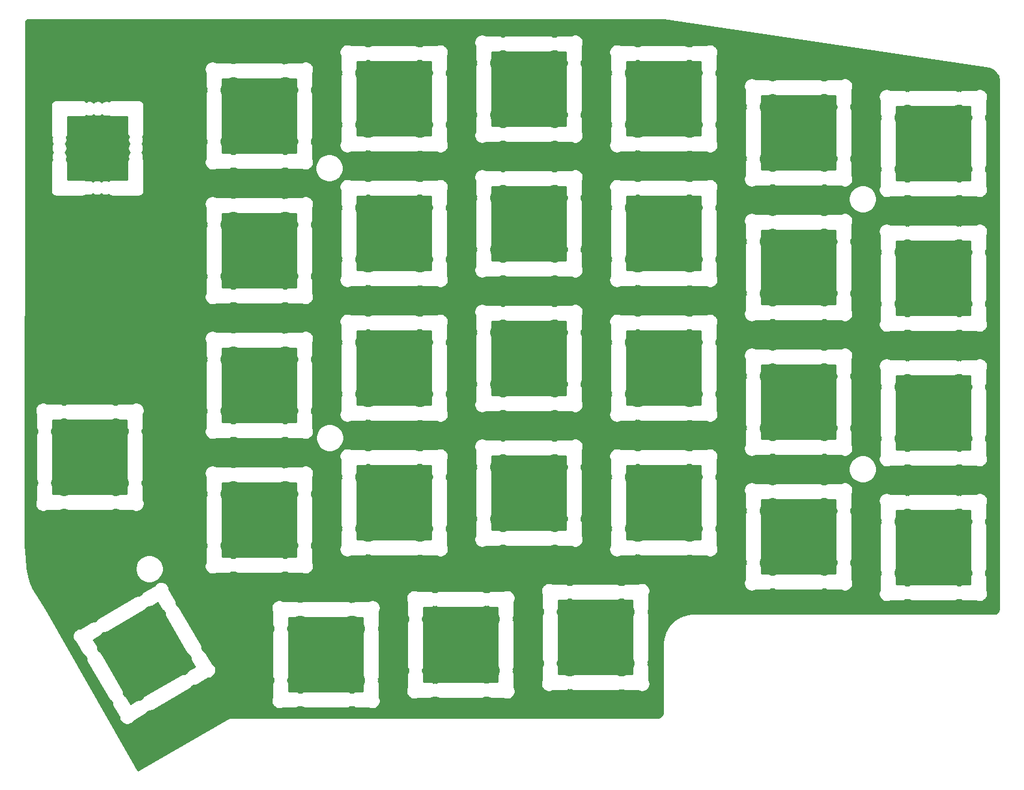
<source format=gtl>
G04 #@! TF.GenerationSoftware,KiCad,Pcbnew,(5.1.8)-1*
G04 #@! TF.CreationDate,2021-02-14T00:12:37+02:00*
G04 #@! TF.ProjectId,FR4_Top_Plate,4652345f-546f-4705-9f50-6c6174652e6b,0.95*
G04 #@! TF.SameCoordinates,Original*
G04 #@! TF.FileFunction,Copper,L1,Top*
G04 #@! TF.FilePolarity,Positive*
%FSLAX46Y46*%
G04 Gerber Fmt 4.6, Leading zero omitted, Abs format (unit mm)*
G04 Created by KiCad (PCBNEW (5.1.8)-1) date 2021-02-14 00:12:37*
%MOMM*%
%LPD*%
G01*
G04 APERTURE LIST*
G04 #@! TA.AperFunction,NonConductor*
%ADD10C,0.254000*%
G04 #@! TD*
G04 #@! TA.AperFunction,NonConductor*
%ADD11C,0.100000*%
G04 #@! TD*
G04 APERTURE END LIST*
D10*
X217576499Y-43331674D02*
X218103023Y-43585272D01*
X218558348Y-43983661D01*
X218820095Y-44434950D01*
X218969920Y-44959338D01*
X218969921Y-119640980D01*
X218945527Y-119844869D01*
X218899450Y-119993469D01*
X218829626Y-120122193D01*
X218736622Y-120234938D01*
X218623879Y-120327940D01*
X218495153Y-120397765D01*
X218357908Y-120440322D01*
X218148916Y-120458560D01*
X175790942Y-120458596D01*
X175790165Y-120458443D01*
X175718624Y-120458596D01*
X175683243Y-120458596D01*
X175682458Y-120458673D01*
X175681663Y-120458675D01*
X175646218Y-120462243D01*
X175575263Y-120469231D01*
X175574506Y-120469461D01*
X174974368Y-120529866D01*
X174936611Y-120530098D01*
X174867053Y-120544379D01*
X174797621Y-120558345D01*
X174762778Y-120572865D01*
X174173138Y-120755701D01*
X174137599Y-120762997D01*
X174037612Y-120805134D01*
X174037601Y-120805140D01*
X174004173Y-120819228D01*
X173974142Y-120839562D01*
X173912498Y-120873000D01*
X173900000Y-120873000D01*
X173875224Y-120875440D01*
X173851399Y-120882667D01*
X173829443Y-120894403D01*
X173810197Y-120910197D01*
X173794403Y-120929443D01*
X173788670Y-120940168D01*
X173444237Y-121127000D01*
X173411981Y-121140456D01*
X173380754Y-121161435D01*
X173379587Y-121162068D01*
X173350911Y-121181484D01*
X173321917Y-121200963D01*
X173320884Y-121201815D01*
X173289742Y-121222901D01*
X173265186Y-121247761D01*
X172805461Y-121626988D01*
X172776787Y-121646043D01*
X172749757Y-121672938D01*
X172748325Y-121674119D01*
X172724091Y-121698475D01*
X172699872Y-121722573D01*
X172698697Y-121723997D01*
X172671796Y-121751034D01*
X172652739Y-121779711D01*
X172273518Y-122239428D01*
X172248654Y-122263989D01*
X172227564Y-122295137D01*
X172226716Y-122296165D01*
X172207282Y-122325091D01*
X172187821Y-122353834D01*
X172187188Y-122355001D01*
X172166208Y-122386229D01*
X172152751Y-122418487D01*
X171865321Y-122948380D01*
X171844980Y-122978420D01*
X171802842Y-123078406D01*
X171802840Y-123078414D01*
X171788750Y-123111847D01*
X171781456Y-123147377D01*
X171602401Y-123724826D01*
X171591991Y-123747558D01*
X171581009Y-123793816D01*
X171577673Y-123804574D01*
X171572672Y-123828932D01*
X171566928Y-123853126D01*
X171565413Y-123864288D01*
X171555851Y-123910859D01*
X171555697Y-123935859D01*
X171473813Y-124539065D01*
X171469872Y-124552051D01*
X171464090Y-124610692D01*
X171461044Y-124633129D01*
X171460548Y-124646608D01*
X171459225Y-124660029D01*
X171459222Y-124682670D01*
X171457057Y-124741557D01*
X171459214Y-124754956D01*
X171458085Y-134387762D01*
X171439602Y-134557799D01*
X171394711Y-134702571D01*
X171324885Y-134831299D01*
X171231883Y-134944044D01*
X171119139Y-135037046D01*
X170990413Y-135106871D01*
X170848459Y-135150887D01*
X170656186Y-135170240D01*
X110379654Y-135170240D01*
X110367269Y-135168210D01*
X110307383Y-135170240D01*
X110283715Y-135170240D01*
X110271294Y-135171463D01*
X110222569Y-135173115D01*
X110199410Y-135178543D01*
X110175735Y-135180875D01*
X110129077Y-135195029D01*
X110081607Y-135206155D01*
X110059951Y-135215998D01*
X110037187Y-135222903D01*
X109994182Y-135245890D01*
X109982828Y-135251050D01*
X109962362Y-135262898D01*
X109909500Y-135291153D01*
X109899795Y-135299118D01*
X97259935Y-142616310D01*
X86414970Y-123527777D01*
X88049465Y-123527777D01*
X88049465Y-123751353D01*
X88093082Y-123970632D01*
X88178641Y-124177189D01*
X88302853Y-124363085D01*
X88460945Y-124521177D01*
X88575609Y-124597793D01*
X89445377Y-126104276D01*
X89459328Y-126135068D01*
X89479018Y-126162546D01*
X89479021Y-126162550D01*
X89537923Y-126244747D01*
X89636406Y-126336987D01*
X89750992Y-126408241D01*
X89827241Y-126436939D01*
X89882432Y-126570181D01*
X89995700Y-126739699D01*
X90011977Y-126755976D01*
X90009638Y-126770141D01*
X89998631Y-126836395D01*
X89998642Y-126836740D01*
X89998585Y-126837085D01*
X90000787Y-126904362D01*
X90002910Y-126971259D01*
X90002989Y-126971598D01*
X90003000Y-126971946D01*
X90018181Y-127037050D01*
X90033418Y-127102698D01*
X90033563Y-127103018D01*
X90033641Y-127103354D01*
X90061044Y-127163834D01*
X90088982Y-127225660D01*
X90108852Y-127253447D01*
X93115378Y-132460907D01*
X93129328Y-132491695D01*
X93149016Y-132519170D01*
X93149020Y-132519176D01*
X93207922Y-132601374D01*
X93306405Y-132693613D01*
X93374439Y-132735919D01*
X93420992Y-132764868D01*
X93493090Y-132792003D01*
X93540032Y-132905331D01*
X93645202Y-133062730D01*
X93633585Y-133133090D01*
X93638000Y-133267951D01*
X93665734Y-133386893D01*
X93668641Y-133399359D01*
X93724328Y-133522265D01*
X93744026Y-133549752D01*
X94628065Y-135080955D01*
X94628065Y-135145823D01*
X94671682Y-135365102D01*
X94757241Y-135571659D01*
X94881453Y-135757555D01*
X95039545Y-135915647D01*
X95225441Y-136039859D01*
X95328067Y-136082368D01*
X95340991Y-136090405D01*
X95411885Y-136117087D01*
X95431998Y-136125418D01*
X95436288Y-136126271D01*
X95467276Y-136137934D01*
X95600407Y-136159915D01*
X95604718Y-136159774D01*
X95651277Y-136169035D01*
X95874853Y-136169035D01*
X96094132Y-136125418D01*
X96300689Y-136039859D01*
X96486585Y-135915647D01*
X96644677Y-135757555D01*
X96721293Y-135642891D01*
X98227774Y-134773124D01*
X98258568Y-134759172D01*
X98297411Y-134731338D01*
X98368247Y-134680577D01*
X98460487Y-134582094D01*
X98531741Y-134467508D01*
X98560439Y-134391259D01*
X98693681Y-134336068D01*
X98863199Y-134222800D01*
X98879476Y-134206523D01*
X98893962Y-134208915D01*
X98959894Y-134219869D01*
X98960240Y-134219858D01*
X98960585Y-134219915D01*
X99028380Y-134217696D01*
X99094759Y-134215589D01*
X99095093Y-134215512D01*
X99095446Y-134215500D01*
X99161488Y-134200101D01*
X99226198Y-134185081D01*
X99226514Y-134184938D01*
X99226854Y-134184859D01*
X99288157Y-134157083D01*
X99349160Y-134129517D01*
X99376942Y-134109651D01*
X104584405Y-131103123D01*
X104615195Y-131089172D01*
X104642671Y-131069483D01*
X104642676Y-131069480D01*
X104724874Y-131010578D01*
X104817113Y-130912095D01*
X104843740Y-130869276D01*
X104888368Y-130797508D01*
X104915503Y-130725410D01*
X105028831Y-130678468D01*
X105186230Y-130573298D01*
X105256590Y-130584915D01*
X105391451Y-130580500D01*
X105522859Y-130549860D01*
X105645765Y-130494172D01*
X105673254Y-130474473D01*
X107204455Y-129590435D01*
X107269323Y-129590435D01*
X107488602Y-129546818D01*
X107695159Y-129461259D01*
X107881055Y-129337047D01*
X108039147Y-129178955D01*
X108163359Y-128993059D01*
X108205868Y-128890433D01*
X108213905Y-128877509D01*
X108240587Y-128806615D01*
X108248918Y-128786502D01*
X108249771Y-128782212D01*
X108261434Y-128751224D01*
X108283415Y-128618093D01*
X108283274Y-128613782D01*
X108292535Y-128567223D01*
X108292535Y-128343647D01*
X108248918Y-128124368D01*
X108163359Y-127917811D01*
X108039147Y-127731915D01*
X107881055Y-127573823D01*
X107766391Y-127497207D01*
X106886628Y-125973412D01*
X106872672Y-125942611D01*
X106794077Y-125832932D01*
X106695594Y-125740692D01*
X106581008Y-125669438D01*
X106508107Y-125642001D01*
X106459568Y-125524819D01*
X106346300Y-125355301D01*
X106325059Y-125334060D01*
X106327905Y-125316828D01*
X106338872Y-125250816D01*
X106338861Y-125250469D01*
X106338918Y-125250124D01*
X106336713Y-125182795D01*
X106334592Y-125115951D01*
X106334513Y-125115613D01*
X106334502Y-125115263D01*
X106319162Y-125049472D01*
X106304084Y-124984512D01*
X106303942Y-124984197D01*
X106303862Y-124983855D01*
X106275804Y-124921929D01*
X106248520Y-124861550D01*
X106228660Y-124833776D01*
X103221628Y-119625446D01*
X103207672Y-119594645D01*
X103146739Y-119509612D01*
X116136400Y-119509612D01*
X116136400Y-119733188D01*
X116180017Y-119952467D01*
X116265000Y-120157634D01*
X116265001Y-121886343D01*
X116261686Y-121920000D01*
X116274912Y-122054283D01*
X116314081Y-122183406D01*
X116377688Y-122302407D01*
X116429824Y-122365934D01*
X116415000Y-122440461D01*
X116415000Y-122644339D01*
X116432258Y-122731101D01*
X116420577Y-122745334D01*
X116378073Y-122797019D01*
X116377909Y-122797325D01*
X116377689Y-122797593D01*
X116345965Y-122856944D01*
X116314347Y-122915956D01*
X116314246Y-122916286D01*
X116314082Y-122916594D01*
X116294587Y-122980859D01*
X116275048Y-123045039D01*
X116275014Y-123045386D01*
X116274913Y-123045717D01*
X116268400Y-123111847D01*
X116261687Y-123179309D01*
X116265001Y-123213306D01*
X116265000Y-129226353D01*
X116261686Y-129260000D01*
X116274912Y-129394283D01*
X116314081Y-129523406D01*
X116377688Y-129642407D01*
X116425854Y-129701096D01*
X116415000Y-129755661D01*
X116415000Y-129959539D01*
X116425021Y-130009918D01*
X116377688Y-130067593D01*
X116314081Y-130186594D01*
X116274912Y-130315717D01*
X116261686Y-130450000D01*
X116265001Y-130483657D01*
X116265000Y-132242366D01*
X116180017Y-132447533D01*
X116136400Y-132666812D01*
X116136400Y-132890388D01*
X116180017Y-133109667D01*
X116265576Y-133316224D01*
X116389788Y-133502120D01*
X116412532Y-133524864D01*
X116463289Y-133586711D01*
X116522129Y-133635000D01*
X116525134Y-133637466D01*
X116547880Y-133660212D01*
X116733776Y-133784424D01*
X116940333Y-133869983D01*
X117159612Y-133913600D01*
X117383188Y-133913600D01*
X117602467Y-133869983D01*
X117807633Y-133785000D01*
X119536353Y-133785000D01*
X119570000Y-133788314D01*
X119603647Y-133785000D01*
X119704283Y-133775088D01*
X119833406Y-133735919D01*
X119952407Y-133672312D01*
X120015934Y-133620176D01*
X120090461Y-133635000D01*
X120294339Y-133635000D01*
X120381100Y-133617742D01*
X120395928Y-133629911D01*
X120447019Y-133671927D01*
X120447321Y-133672089D01*
X120447593Y-133672312D01*
X120507720Y-133704451D01*
X120565956Y-133735653D01*
X120566282Y-133735752D01*
X120566594Y-133735919D01*
X120631767Y-133755689D01*
X120695039Y-133774952D01*
X120695381Y-133774986D01*
X120695717Y-133775088D01*
X120763246Y-133781739D01*
X120829309Y-133788313D01*
X120863296Y-133785000D01*
X126876353Y-133785000D01*
X126910000Y-133788314D01*
X127044283Y-133775088D01*
X127173406Y-133735919D01*
X127292407Y-133672312D01*
X127351096Y-133624146D01*
X127405661Y-133635000D01*
X127609539Y-133635000D01*
X127659918Y-133624979D01*
X127717593Y-133672312D01*
X127836594Y-133735919D01*
X127965717Y-133775088D01*
X128066353Y-133785000D01*
X128100000Y-133788314D01*
X128133647Y-133785000D01*
X129892367Y-133785000D01*
X130097533Y-133869983D01*
X130316812Y-133913600D01*
X130540388Y-133913600D01*
X130759667Y-133869983D01*
X130966224Y-133784424D01*
X131152120Y-133660212D01*
X131174864Y-133637468D01*
X131236711Y-133586711D01*
X131287468Y-133524864D01*
X131310212Y-133502120D01*
X131434424Y-133316224D01*
X131519983Y-133109667D01*
X131563600Y-132890388D01*
X131563600Y-132666812D01*
X131519983Y-132447533D01*
X131435000Y-132242367D01*
X131435000Y-130513647D01*
X131438314Y-130480000D01*
X131425088Y-130345717D01*
X131385919Y-130216594D01*
X131322312Y-130097593D01*
X131270176Y-130034066D01*
X131285000Y-129959539D01*
X131285000Y-129755661D01*
X131267742Y-129668900D01*
X131279671Y-129654365D01*
X131321927Y-129602981D01*
X131322089Y-129602679D01*
X131322312Y-129602407D01*
X131354240Y-129542673D01*
X131385654Y-129484044D01*
X131385755Y-129483714D01*
X131385919Y-129483406D01*
X131405414Y-129419141D01*
X131424953Y-129354961D01*
X131424987Y-129354614D01*
X131425088Y-129354283D01*
X131431694Y-129287217D01*
X131438314Y-129220691D01*
X131435000Y-129186694D01*
X131435000Y-123173647D01*
X131438314Y-123140000D01*
X131425088Y-123005717D01*
X131385919Y-122876594D01*
X131322312Y-122757593D01*
X131274146Y-122698904D01*
X131285000Y-122644339D01*
X131285000Y-122440461D01*
X131274979Y-122390082D01*
X131322312Y-122332407D01*
X131385919Y-122213406D01*
X131425088Y-122084283D01*
X131438314Y-121950000D01*
X131435000Y-121916353D01*
X131435000Y-120157633D01*
X131519983Y-119952467D01*
X131563600Y-119733188D01*
X131563600Y-119509612D01*
X131519983Y-119290333D01*
X131434424Y-119083776D01*
X131310212Y-118897880D01*
X131287468Y-118875136D01*
X131236711Y-118813289D01*
X131174864Y-118762532D01*
X131152120Y-118739788D01*
X130966224Y-118615576D01*
X130759667Y-118530017D01*
X130540388Y-118486400D01*
X130316812Y-118486400D01*
X130097533Y-118530017D01*
X129892367Y-118615000D01*
X128143647Y-118615000D01*
X128110000Y-118611686D01*
X128076353Y-118615000D01*
X127975717Y-118624912D01*
X127846594Y-118664081D01*
X127727593Y-118727688D01*
X127667967Y-118776622D01*
X127609539Y-118765000D01*
X127405661Y-118765000D01*
X127311660Y-118783698D01*
X127295370Y-118770329D01*
X127243986Y-118728073D01*
X127243684Y-118727911D01*
X127243412Y-118727688D01*
X127183456Y-118695641D01*
X127125049Y-118664346D01*
X127124719Y-118664245D01*
X127124411Y-118664081D01*
X127060146Y-118644586D01*
X126995966Y-118625047D01*
X126995619Y-118625013D01*
X126995288Y-118624912D01*
X126928744Y-118618358D01*
X126861696Y-118611686D01*
X126827699Y-118615000D01*
X120813647Y-118615000D01*
X120780000Y-118611686D01*
X120746353Y-118615000D01*
X120645717Y-118624912D01*
X120516594Y-118664081D01*
X120397593Y-118727688D01*
X120340855Y-118774252D01*
X120294339Y-118765000D01*
X120090461Y-118765000D01*
X120040082Y-118775021D01*
X119982407Y-118727688D01*
X119863406Y-118664081D01*
X119734283Y-118624912D01*
X119633647Y-118615000D01*
X119600000Y-118611686D01*
X119566353Y-118615000D01*
X117807633Y-118615000D01*
X117602467Y-118530017D01*
X117383188Y-118486400D01*
X117159612Y-118486400D01*
X116940333Y-118530017D01*
X116733776Y-118615576D01*
X116547880Y-118739788D01*
X116525136Y-118762532D01*
X116463289Y-118813289D01*
X116412532Y-118875136D01*
X116389788Y-118897880D01*
X116265576Y-119083776D01*
X116180017Y-119290333D01*
X116136400Y-119509612D01*
X103146739Y-119509612D01*
X103129077Y-119484966D01*
X103030594Y-119392726D01*
X102916008Y-119321472D01*
X102845584Y-119294967D01*
X102801968Y-119189669D01*
X102696798Y-119032270D01*
X102708415Y-118961910D01*
X102704000Y-118827049D01*
X102673360Y-118695641D01*
X102650381Y-118644925D01*
X102631626Y-118603531D01*
X102631624Y-118603527D01*
X102617672Y-118572735D01*
X102597981Y-118545257D01*
X102362801Y-118137912D01*
X135184100Y-118137912D01*
X135184100Y-118361488D01*
X135227717Y-118580767D01*
X135312700Y-118785934D01*
X135312701Y-120514643D01*
X135309386Y-120548300D01*
X135322612Y-120682583D01*
X135361781Y-120811706D01*
X135425388Y-120930707D01*
X135477524Y-120994234D01*
X135462700Y-121068761D01*
X135462700Y-121272639D01*
X135479958Y-121359401D01*
X135468277Y-121373634D01*
X135425773Y-121425319D01*
X135425609Y-121425625D01*
X135425389Y-121425893D01*
X135393665Y-121485244D01*
X135362047Y-121544256D01*
X135361946Y-121544586D01*
X135361782Y-121544894D01*
X135342404Y-121608776D01*
X135322748Y-121673339D01*
X135322714Y-121673686D01*
X135322613Y-121674017D01*
X135316059Y-121740561D01*
X135309387Y-121807609D01*
X135312701Y-121841606D01*
X135312700Y-127854653D01*
X135309386Y-127888300D01*
X135322612Y-128022583D01*
X135361781Y-128151706D01*
X135425388Y-128270707D01*
X135473554Y-128329396D01*
X135462700Y-128383961D01*
X135462700Y-128587839D01*
X135472721Y-128638218D01*
X135425388Y-128695893D01*
X135361781Y-128814894D01*
X135322612Y-128944017D01*
X135309386Y-129078300D01*
X135312701Y-129111957D01*
X135312700Y-130870666D01*
X135227717Y-131075833D01*
X135184100Y-131295112D01*
X135184100Y-131518688D01*
X135227717Y-131737967D01*
X135313276Y-131944524D01*
X135437488Y-132130420D01*
X135460232Y-132153164D01*
X135510989Y-132215011D01*
X135572836Y-132265768D01*
X135595580Y-132288512D01*
X135781476Y-132412724D01*
X135988033Y-132498283D01*
X136207312Y-132541900D01*
X136430888Y-132541900D01*
X136650167Y-132498283D01*
X136855333Y-132413300D01*
X138584053Y-132413300D01*
X138617700Y-132416614D01*
X138651347Y-132413300D01*
X138751983Y-132403388D01*
X138881106Y-132364219D01*
X139000107Y-132300612D01*
X139063634Y-132248476D01*
X139138161Y-132263300D01*
X139342039Y-132263300D01*
X139428800Y-132246042D01*
X139443628Y-132258211D01*
X139494719Y-132300227D01*
X139495021Y-132300389D01*
X139495293Y-132300612D01*
X139555420Y-132332751D01*
X139613656Y-132363953D01*
X139613982Y-132364052D01*
X139614294Y-132364219D01*
X139679467Y-132383989D01*
X139742739Y-132403252D01*
X139743081Y-132403286D01*
X139743417Y-132403388D01*
X139810946Y-132410039D01*
X139877009Y-132416613D01*
X139910996Y-132413300D01*
X145924053Y-132413300D01*
X145957700Y-132416614D01*
X146091983Y-132403388D01*
X146221106Y-132364219D01*
X146340107Y-132300612D01*
X146398796Y-132252446D01*
X146453361Y-132263300D01*
X146657239Y-132263300D01*
X146707618Y-132253279D01*
X146765293Y-132300612D01*
X146884294Y-132364219D01*
X147013417Y-132403388D01*
X147114053Y-132413300D01*
X147147700Y-132416614D01*
X147181347Y-132413300D01*
X148940067Y-132413300D01*
X149145233Y-132498283D01*
X149364512Y-132541900D01*
X149588088Y-132541900D01*
X149807367Y-132498283D01*
X150013924Y-132412724D01*
X150199820Y-132288512D01*
X150222564Y-132265768D01*
X150284411Y-132215011D01*
X150335168Y-132153164D01*
X150357912Y-132130420D01*
X150482124Y-131944524D01*
X150567683Y-131737967D01*
X150611300Y-131518688D01*
X150611300Y-131295112D01*
X150567683Y-131075833D01*
X150482700Y-130870667D01*
X150482700Y-129141947D01*
X150486014Y-129108300D01*
X150472788Y-128974017D01*
X150433619Y-128844894D01*
X150370012Y-128725893D01*
X150317876Y-128662366D01*
X150332700Y-128587839D01*
X150332700Y-128383961D01*
X150315442Y-128297200D01*
X150327371Y-128282665D01*
X150369627Y-128231281D01*
X150369789Y-128230979D01*
X150370012Y-128230707D01*
X150401940Y-128170973D01*
X150433354Y-128112344D01*
X150433455Y-128112014D01*
X150433619Y-128111706D01*
X150453114Y-128047441D01*
X150472653Y-127983261D01*
X150472687Y-127982914D01*
X150472788Y-127982583D01*
X150479374Y-127915717D01*
X150486014Y-127848991D01*
X150482700Y-127814994D01*
X150482700Y-121801947D01*
X150486014Y-121768300D01*
X150472788Y-121634017D01*
X150433619Y-121504894D01*
X150370012Y-121385893D01*
X150321846Y-121327204D01*
X150332700Y-121272639D01*
X150332700Y-121068761D01*
X150322679Y-121018382D01*
X150370012Y-120960707D01*
X150433619Y-120841706D01*
X150472788Y-120712583D01*
X150482700Y-120611947D01*
X150482700Y-120611946D01*
X150486014Y-120578300D01*
X150482700Y-120544653D01*
X150482700Y-118785933D01*
X150567683Y-118580767D01*
X150611300Y-118361488D01*
X150611300Y-118137912D01*
X150567683Y-117918633D01*
X150482124Y-117712076D01*
X150357912Y-117526180D01*
X150335168Y-117503436D01*
X150284411Y-117441589D01*
X150222564Y-117390832D01*
X150199820Y-117368088D01*
X150013924Y-117243876D01*
X149807367Y-117158317D01*
X149588088Y-117114700D01*
X149364512Y-117114700D01*
X149145233Y-117158317D01*
X148940067Y-117243300D01*
X147191347Y-117243300D01*
X147157700Y-117239986D01*
X147124053Y-117243300D01*
X147023417Y-117253212D01*
X146894294Y-117292381D01*
X146775293Y-117355988D01*
X146715667Y-117404922D01*
X146657239Y-117393300D01*
X146453361Y-117393300D01*
X146359360Y-117411998D01*
X146343070Y-117398629D01*
X146291686Y-117356373D01*
X146291384Y-117356211D01*
X146291112Y-117355988D01*
X146231378Y-117324060D01*
X146172749Y-117292646D01*
X146172419Y-117292545D01*
X146172111Y-117292381D01*
X146107846Y-117272886D01*
X146043666Y-117253347D01*
X146043319Y-117253313D01*
X146042988Y-117253212D01*
X145976444Y-117246658D01*
X145909396Y-117239986D01*
X145875399Y-117243300D01*
X139861347Y-117243300D01*
X139827700Y-117239986D01*
X139794053Y-117243300D01*
X139693417Y-117253212D01*
X139564294Y-117292381D01*
X139445293Y-117355988D01*
X139388555Y-117402552D01*
X139342039Y-117393300D01*
X139138161Y-117393300D01*
X139087782Y-117403321D01*
X139030107Y-117355988D01*
X138911106Y-117292381D01*
X138781983Y-117253212D01*
X138681347Y-117243300D01*
X138647700Y-117239986D01*
X138614053Y-117243300D01*
X136855333Y-117243300D01*
X136650167Y-117158317D01*
X136430888Y-117114700D01*
X136207312Y-117114700D01*
X135988033Y-117158317D01*
X135781476Y-117243876D01*
X135595580Y-117368088D01*
X135572836Y-117390832D01*
X135510989Y-117441589D01*
X135460232Y-117503436D01*
X135437488Y-117526180D01*
X135313276Y-117712076D01*
X135227717Y-117918633D01*
X135184100Y-118137912D01*
X102362801Y-118137912D01*
X101769111Y-117109612D01*
X154236400Y-117109612D01*
X154236400Y-117333188D01*
X154280017Y-117552467D01*
X154365000Y-117757634D01*
X154365001Y-119486343D01*
X154361686Y-119520000D01*
X154374912Y-119654283D01*
X154414081Y-119783406D01*
X154477688Y-119902407D01*
X154529824Y-119965934D01*
X154515000Y-120040461D01*
X154515000Y-120244339D01*
X154532258Y-120331101D01*
X154520577Y-120345334D01*
X154478073Y-120397019D01*
X154477909Y-120397325D01*
X154477689Y-120397593D01*
X154445965Y-120456944D01*
X154414347Y-120515956D01*
X154414246Y-120516286D01*
X154414082Y-120516594D01*
X154394587Y-120580859D01*
X154375048Y-120645039D01*
X154375014Y-120645386D01*
X154374913Y-120645717D01*
X154368359Y-120712261D01*
X154361687Y-120779309D01*
X154365001Y-120813306D01*
X154365000Y-126826353D01*
X154361686Y-126860000D01*
X154374912Y-126994283D01*
X154414081Y-127123406D01*
X154477688Y-127242407D01*
X154525854Y-127301096D01*
X154515000Y-127355661D01*
X154515000Y-127559539D01*
X154525021Y-127609918D01*
X154477688Y-127667593D01*
X154414081Y-127786594D01*
X154374912Y-127915717D01*
X154361686Y-128050000D01*
X154365001Y-128083657D01*
X154365000Y-129842366D01*
X154280017Y-130047533D01*
X154236400Y-130266812D01*
X154236400Y-130490388D01*
X154280017Y-130709667D01*
X154365576Y-130916224D01*
X154489788Y-131102120D01*
X154512532Y-131124864D01*
X154563289Y-131186711D01*
X154625136Y-131237468D01*
X154647880Y-131260212D01*
X154833776Y-131384424D01*
X155040333Y-131469983D01*
X155259612Y-131513600D01*
X155483188Y-131513600D01*
X155702467Y-131469983D01*
X155907633Y-131385000D01*
X157636353Y-131385000D01*
X157670000Y-131388314D01*
X157703647Y-131385000D01*
X157804283Y-131375088D01*
X157933406Y-131335919D01*
X158052407Y-131272312D01*
X158115934Y-131220176D01*
X158190461Y-131235000D01*
X158394339Y-131235000D01*
X158481100Y-131217742D01*
X158495928Y-131229911D01*
X158547019Y-131271927D01*
X158547321Y-131272089D01*
X158547593Y-131272312D01*
X158607720Y-131304451D01*
X158665956Y-131335653D01*
X158666282Y-131335752D01*
X158666594Y-131335919D01*
X158731767Y-131355689D01*
X158795039Y-131374952D01*
X158795381Y-131374986D01*
X158795717Y-131375088D01*
X158863246Y-131381739D01*
X158929309Y-131388313D01*
X158963296Y-131385000D01*
X164976353Y-131385000D01*
X165010000Y-131388314D01*
X165144283Y-131375088D01*
X165273406Y-131335919D01*
X165392407Y-131272312D01*
X165451096Y-131224146D01*
X165505661Y-131235000D01*
X165709539Y-131235000D01*
X165759918Y-131224979D01*
X165817593Y-131272312D01*
X165936594Y-131335919D01*
X166065717Y-131375088D01*
X166166353Y-131385000D01*
X166200000Y-131388314D01*
X166233647Y-131385000D01*
X167992367Y-131385000D01*
X168197533Y-131469983D01*
X168416812Y-131513600D01*
X168640388Y-131513600D01*
X168859667Y-131469983D01*
X169066224Y-131384424D01*
X169252120Y-131260212D01*
X169274864Y-131237468D01*
X169336711Y-131186711D01*
X169387468Y-131124864D01*
X169410212Y-131102120D01*
X169534424Y-130916224D01*
X169619983Y-130709667D01*
X169663600Y-130490388D01*
X169663600Y-130266812D01*
X169619983Y-130047533D01*
X169535000Y-129842367D01*
X169535000Y-128113647D01*
X169538314Y-128080000D01*
X169525088Y-127945717D01*
X169485919Y-127816594D01*
X169422312Y-127697593D01*
X169370176Y-127634066D01*
X169385000Y-127559539D01*
X169385000Y-127355661D01*
X169367742Y-127268900D01*
X169379671Y-127254365D01*
X169421927Y-127202981D01*
X169422089Y-127202679D01*
X169422312Y-127202407D01*
X169454240Y-127142673D01*
X169485654Y-127084044D01*
X169485755Y-127083714D01*
X169485919Y-127083406D01*
X169505414Y-127019141D01*
X169524953Y-126954961D01*
X169524987Y-126954614D01*
X169525088Y-126954283D01*
X169531642Y-126887739D01*
X169538314Y-126820691D01*
X169535000Y-126786694D01*
X169535000Y-120773647D01*
X169538314Y-120740000D01*
X169525088Y-120605717D01*
X169485919Y-120476594D01*
X169422312Y-120357593D01*
X169374146Y-120298904D01*
X169385000Y-120244339D01*
X169385000Y-120040461D01*
X169374979Y-119990082D01*
X169422312Y-119932407D01*
X169485919Y-119813406D01*
X169525088Y-119684283D01*
X169535000Y-119583647D01*
X169535000Y-119583646D01*
X169538314Y-119550000D01*
X169535000Y-119516353D01*
X169535000Y-117757633D01*
X169619983Y-117552467D01*
X169663600Y-117333188D01*
X169663600Y-117109612D01*
X169619983Y-116890333D01*
X169534424Y-116683776D01*
X169410212Y-116497880D01*
X169387468Y-116475136D01*
X169336711Y-116413289D01*
X169274864Y-116362532D01*
X169252120Y-116339788D01*
X169066224Y-116215576D01*
X168859667Y-116130017D01*
X168640388Y-116086400D01*
X168416812Y-116086400D01*
X168197533Y-116130017D01*
X167992367Y-116215000D01*
X166243647Y-116215000D01*
X166210000Y-116211686D01*
X166176353Y-116215000D01*
X166075717Y-116224912D01*
X165946594Y-116264081D01*
X165827593Y-116327688D01*
X165767967Y-116376622D01*
X165709539Y-116365000D01*
X165505661Y-116365000D01*
X165411660Y-116383698D01*
X165395370Y-116370329D01*
X165343986Y-116328073D01*
X165343684Y-116327911D01*
X165343412Y-116327688D01*
X165283678Y-116295760D01*
X165225049Y-116264346D01*
X165224719Y-116264245D01*
X165224411Y-116264081D01*
X165160146Y-116244586D01*
X165095966Y-116225047D01*
X165095619Y-116225013D01*
X165095288Y-116224912D01*
X165028744Y-116218358D01*
X164961696Y-116211686D01*
X164927699Y-116215000D01*
X158913647Y-116215000D01*
X158880000Y-116211686D01*
X158846353Y-116215000D01*
X158745717Y-116224912D01*
X158616594Y-116264081D01*
X158497593Y-116327688D01*
X158440855Y-116374252D01*
X158394339Y-116365000D01*
X158190461Y-116365000D01*
X158140082Y-116375021D01*
X158082407Y-116327688D01*
X157963406Y-116264081D01*
X157834283Y-116224912D01*
X157733647Y-116215000D01*
X157700000Y-116211686D01*
X157666353Y-116215000D01*
X155907633Y-116215000D01*
X155702467Y-116130017D01*
X155483188Y-116086400D01*
X155259612Y-116086400D01*
X155040333Y-116130017D01*
X154833776Y-116215576D01*
X154647880Y-116339788D01*
X154625136Y-116362532D01*
X154563289Y-116413289D01*
X154512532Y-116475136D01*
X154489788Y-116497880D01*
X154365576Y-116683776D01*
X154280017Y-116890333D01*
X154236400Y-117109612D01*
X101769111Y-117109612D01*
X101713935Y-117014045D01*
X101713935Y-116949177D01*
X101670318Y-116729898D01*
X101584759Y-116523341D01*
X101460547Y-116337445D01*
X101302455Y-116179353D01*
X101116559Y-116055141D01*
X101013931Y-116012631D01*
X101001008Y-116004595D01*
X100930125Y-115977917D01*
X100910002Y-115969582D01*
X100905710Y-115968728D01*
X100874723Y-115957066D01*
X100741593Y-115935085D01*
X100737282Y-115935226D01*
X100690723Y-115925965D01*
X100467147Y-115925965D01*
X100247868Y-115969582D01*
X100041311Y-116055141D01*
X99855415Y-116179353D01*
X99697323Y-116337445D01*
X99620708Y-116452108D01*
X98114231Y-117321873D01*
X98083432Y-117335828D01*
X98005001Y-117392032D01*
X97973753Y-117414424D01*
X97881514Y-117512907D01*
X97810259Y-117627492D01*
X97781562Y-117703741D01*
X97648319Y-117758932D01*
X97478801Y-117872200D01*
X97462524Y-117888477D01*
X97448919Y-117886231D01*
X97382105Y-117875131D01*
X97381754Y-117875142D01*
X97381414Y-117875086D01*
X97315097Y-117877257D01*
X97247241Y-117879410D01*
X97246898Y-117879490D01*
X97246553Y-117879501D01*
X97181706Y-117894621D01*
X97115802Y-117909918D01*
X97115483Y-117910062D01*
X97115145Y-117910141D01*
X97054046Y-117937824D01*
X96992840Y-117965482D01*
X96965061Y-117985346D01*
X91757604Y-120991873D01*
X91726805Y-121005828D01*
X91623319Y-121079986D01*
X91617126Y-121084424D01*
X91524887Y-121182906D01*
X91453632Y-121297492D01*
X91426497Y-121369590D01*
X91313169Y-121416532D01*
X91155770Y-121521702D01*
X91085410Y-121510085D01*
X90950548Y-121514500D01*
X90819140Y-121545141D01*
X90727031Y-121586874D01*
X90727025Y-121586878D01*
X90696235Y-121600828D01*
X90668758Y-121620518D01*
X89137545Y-122504565D01*
X89072677Y-122504565D01*
X88853398Y-122548182D01*
X88646841Y-122633741D01*
X88460945Y-122757953D01*
X88302853Y-122916045D01*
X88178641Y-123101941D01*
X88136130Y-123204570D01*
X88128095Y-123217492D01*
X88101417Y-123288375D01*
X88093082Y-123308498D01*
X88092228Y-123312790D01*
X88080566Y-123343777D01*
X88058585Y-123476907D01*
X88058726Y-123481218D01*
X88049465Y-123527777D01*
X86414970Y-123527777D01*
X84311423Y-119825264D01*
X84308139Y-119819807D01*
X82433443Y-116874458D01*
X82115860Y-116152679D01*
X81869452Y-115213983D01*
X81627709Y-114005268D01*
X81619773Y-113913995D01*
X96909900Y-113913995D01*
X96909900Y-114305005D01*
X96986182Y-114688503D01*
X97135815Y-115049750D01*
X97353049Y-115374864D01*
X97629536Y-115651351D01*
X97954650Y-115868585D01*
X98315897Y-116018218D01*
X98699395Y-116094500D01*
X99090405Y-116094500D01*
X99473903Y-116018218D01*
X99835150Y-115868585D01*
X100160264Y-115651351D01*
X100436751Y-115374864D01*
X100653985Y-115049750D01*
X100803618Y-114688503D01*
X100879900Y-114305005D01*
X100879900Y-113913995D01*
X100803618Y-113530497D01*
X100653985Y-113169250D01*
X100436751Y-112844136D01*
X100160264Y-112567649D01*
X99835150Y-112350415D01*
X99473903Y-112200782D01*
X99090405Y-112124500D01*
X98699395Y-112124500D01*
X98315897Y-112200782D01*
X97954650Y-112350415D01*
X97629536Y-112567649D01*
X97353049Y-112844136D01*
X97135815Y-113169250D01*
X96986182Y-113530497D01*
X96909900Y-113913995D01*
X81619773Y-113913995D01*
X81504553Y-112588962D01*
X81442017Y-111776000D01*
X81380014Y-110597942D01*
X81394239Y-91594912D01*
X82761200Y-91594912D01*
X82761200Y-91818488D01*
X82804817Y-92037767D01*
X82889800Y-92242934D01*
X82889801Y-93971643D01*
X82886486Y-94005300D01*
X82899712Y-94139583D01*
X82938881Y-94268706D01*
X83002488Y-94387707D01*
X83054624Y-94451234D01*
X83039800Y-94525761D01*
X83039800Y-94729639D01*
X83057058Y-94816401D01*
X83045377Y-94830634D01*
X83002873Y-94882319D01*
X83002709Y-94882625D01*
X83002489Y-94882893D01*
X82970765Y-94942244D01*
X82939147Y-95001256D01*
X82939046Y-95001586D01*
X82938882Y-95001894D01*
X82919387Y-95066159D01*
X82899848Y-95130339D01*
X82899814Y-95130686D01*
X82899713Y-95131017D01*
X82893159Y-95197561D01*
X82886487Y-95264609D01*
X82889801Y-95298606D01*
X82889800Y-101311653D01*
X82886486Y-101345300D01*
X82899712Y-101479583D01*
X82938881Y-101608706D01*
X83002488Y-101727707D01*
X83050654Y-101786396D01*
X83039800Y-101840961D01*
X83039800Y-102044839D01*
X83049821Y-102095218D01*
X83002488Y-102152893D01*
X82938881Y-102271894D01*
X82899712Y-102401017D01*
X82886486Y-102535300D01*
X82889801Y-102568957D01*
X82889800Y-104327666D01*
X82804817Y-104532833D01*
X82761200Y-104752112D01*
X82761200Y-104975688D01*
X82804817Y-105194967D01*
X82890376Y-105401524D01*
X83014588Y-105587420D01*
X83037332Y-105610164D01*
X83088089Y-105672011D01*
X83149936Y-105722768D01*
X83172680Y-105745512D01*
X83358576Y-105869724D01*
X83565133Y-105955283D01*
X83784412Y-105998900D01*
X84007988Y-105998900D01*
X84227267Y-105955283D01*
X84432433Y-105870300D01*
X86161153Y-105870300D01*
X86194800Y-105873614D01*
X86228447Y-105870300D01*
X86329083Y-105860388D01*
X86458206Y-105821219D01*
X86577207Y-105757612D01*
X86640734Y-105705476D01*
X86715261Y-105720300D01*
X86919139Y-105720300D01*
X87005900Y-105703042D01*
X87020728Y-105715211D01*
X87071819Y-105757227D01*
X87072121Y-105757389D01*
X87072393Y-105757612D01*
X87132520Y-105789751D01*
X87190756Y-105820953D01*
X87191082Y-105821052D01*
X87191394Y-105821219D01*
X87256567Y-105840989D01*
X87319839Y-105860252D01*
X87320181Y-105860286D01*
X87320517Y-105860388D01*
X87388046Y-105867039D01*
X87454109Y-105873613D01*
X87488096Y-105870300D01*
X93501153Y-105870300D01*
X93534800Y-105873614D01*
X93669083Y-105860388D01*
X93798206Y-105821219D01*
X93917207Y-105757612D01*
X93975896Y-105709446D01*
X94030461Y-105720300D01*
X94234339Y-105720300D01*
X94284718Y-105710279D01*
X94342393Y-105757612D01*
X94461394Y-105821219D01*
X94590517Y-105860388D01*
X94691153Y-105870300D01*
X94724800Y-105873614D01*
X94758447Y-105870300D01*
X96517167Y-105870300D01*
X96722333Y-105955283D01*
X96941612Y-105998900D01*
X97165188Y-105998900D01*
X97384467Y-105955283D01*
X97591024Y-105869724D01*
X97776920Y-105745512D01*
X97799664Y-105722768D01*
X97861511Y-105672011D01*
X97912268Y-105610164D01*
X97935012Y-105587420D01*
X98059224Y-105401524D01*
X98144783Y-105194967D01*
X98188400Y-104975688D01*
X98188400Y-104752112D01*
X98144783Y-104532833D01*
X98059800Y-104327667D01*
X98059800Y-102598947D01*
X98063114Y-102565300D01*
X98058231Y-102515718D01*
X98049888Y-102431017D01*
X98010719Y-102301894D01*
X97947112Y-102182893D01*
X97894976Y-102119366D01*
X97909800Y-102044839D01*
X97909800Y-101840961D01*
X97892542Y-101754200D01*
X97904471Y-101739665D01*
X97946727Y-101688281D01*
X97946889Y-101687979D01*
X97947112Y-101687707D01*
X97979040Y-101627973D01*
X98010454Y-101569344D01*
X98010555Y-101569014D01*
X98010719Y-101568706D01*
X98030214Y-101504441D01*
X98049753Y-101440261D01*
X98049787Y-101439914D01*
X98049888Y-101439583D01*
X98056442Y-101373039D01*
X98063114Y-101305991D01*
X98059800Y-101271994D01*
X98059800Y-100459612D01*
X106686400Y-100459612D01*
X106686400Y-100683188D01*
X106730017Y-100902467D01*
X106815000Y-101107634D01*
X106815001Y-102836343D01*
X106811686Y-102870000D01*
X106824912Y-103004283D01*
X106864081Y-103133406D01*
X106927688Y-103252407D01*
X106979824Y-103315934D01*
X106965000Y-103390461D01*
X106965000Y-103594339D01*
X106982258Y-103681101D01*
X106970577Y-103695334D01*
X106928073Y-103747019D01*
X106927909Y-103747325D01*
X106927689Y-103747593D01*
X106895965Y-103806944D01*
X106864347Y-103865956D01*
X106864246Y-103866286D01*
X106864082Y-103866594D01*
X106844587Y-103930859D01*
X106825048Y-103995039D01*
X106825014Y-103995386D01*
X106824913Y-103995717D01*
X106818359Y-104062261D01*
X106811687Y-104129309D01*
X106815001Y-104163306D01*
X106815000Y-110176353D01*
X106811686Y-110210000D01*
X106824912Y-110344283D01*
X106864081Y-110473406D01*
X106927688Y-110592407D01*
X106975854Y-110651096D01*
X106965000Y-110705661D01*
X106965000Y-110909539D01*
X106975021Y-110959918D01*
X106927688Y-111017593D01*
X106864081Y-111136594D01*
X106824912Y-111265717D01*
X106811686Y-111400000D01*
X106815001Y-111433657D01*
X106815000Y-113192366D01*
X106730017Y-113397533D01*
X106686400Y-113616812D01*
X106686400Y-113840388D01*
X106730017Y-114059667D01*
X106815576Y-114266224D01*
X106939788Y-114452120D01*
X106962532Y-114474864D01*
X107013289Y-114536711D01*
X107075136Y-114587468D01*
X107097880Y-114610212D01*
X107283776Y-114734424D01*
X107490333Y-114819983D01*
X107709612Y-114863600D01*
X107933188Y-114863600D01*
X108152467Y-114819983D01*
X108357633Y-114735000D01*
X110086353Y-114735000D01*
X110120000Y-114738314D01*
X110153647Y-114735000D01*
X110254283Y-114725088D01*
X110383406Y-114685919D01*
X110502407Y-114622312D01*
X110565934Y-114570176D01*
X110640461Y-114585000D01*
X110844339Y-114585000D01*
X110931100Y-114567742D01*
X110945928Y-114579911D01*
X110997019Y-114621927D01*
X110997321Y-114622089D01*
X110997593Y-114622312D01*
X111057720Y-114654451D01*
X111115956Y-114685653D01*
X111116282Y-114685752D01*
X111116594Y-114685919D01*
X111181767Y-114705689D01*
X111245039Y-114724952D01*
X111245381Y-114724986D01*
X111245717Y-114725088D01*
X111313246Y-114731739D01*
X111379309Y-114738313D01*
X111413296Y-114735000D01*
X117426353Y-114735000D01*
X117460000Y-114738314D01*
X117594283Y-114725088D01*
X117723406Y-114685919D01*
X117842407Y-114622312D01*
X117901096Y-114574146D01*
X117955661Y-114585000D01*
X118159539Y-114585000D01*
X118209918Y-114574979D01*
X118267593Y-114622312D01*
X118386594Y-114685919D01*
X118515717Y-114725088D01*
X118616353Y-114735000D01*
X118650000Y-114738314D01*
X118683647Y-114735000D01*
X120442367Y-114735000D01*
X120647533Y-114819983D01*
X120866812Y-114863600D01*
X121090388Y-114863600D01*
X121309667Y-114819983D01*
X121516224Y-114734424D01*
X121702120Y-114610212D01*
X121724864Y-114587468D01*
X121786711Y-114536711D01*
X121837468Y-114474864D01*
X121860212Y-114452120D01*
X121984424Y-114266224D01*
X122069983Y-114059667D01*
X122113600Y-113840388D01*
X122113600Y-113616812D01*
X122069983Y-113397533D01*
X121985000Y-113192367D01*
X121985000Y-111463647D01*
X121988314Y-111430000D01*
X121975088Y-111295717D01*
X121935919Y-111166594D01*
X121872312Y-111047593D01*
X121820176Y-110984066D01*
X121835000Y-110909539D01*
X121835000Y-110705661D01*
X121817742Y-110618900D01*
X121829671Y-110604365D01*
X121871927Y-110552981D01*
X121872089Y-110552679D01*
X121872312Y-110552407D01*
X121904240Y-110492673D01*
X121935654Y-110434044D01*
X121935755Y-110433714D01*
X121935919Y-110433406D01*
X121955414Y-110369141D01*
X121974953Y-110304961D01*
X121974987Y-110304614D01*
X121975088Y-110304283D01*
X121981694Y-110237217D01*
X121988314Y-110170691D01*
X121985000Y-110136694D01*
X121985000Y-104123647D01*
X121988314Y-104090000D01*
X121975088Y-103955717D01*
X121935919Y-103826594D01*
X121872312Y-103707593D01*
X121824146Y-103648904D01*
X121835000Y-103594339D01*
X121835000Y-103390461D01*
X121824979Y-103340082D01*
X121872312Y-103282407D01*
X121935919Y-103163406D01*
X121975088Y-103034283D01*
X121985000Y-102933647D01*
X121985000Y-102933646D01*
X121988314Y-102900000D01*
X121985000Y-102866353D01*
X121985000Y-101107633D01*
X122069983Y-100902467D01*
X122113600Y-100683188D01*
X122113600Y-100459612D01*
X122069983Y-100240333D01*
X121984424Y-100033776D01*
X121860212Y-99847880D01*
X121837468Y-99825136D01*
X121786711Y-99763289D01*
X121724864Y-99712532D01*
X121702120Y-99689788D01*
X121516224Y-99565576D01*
X121309667Y-99480017D01*
X121090388Y-99436400D01*
X120866812Y-99436400D01*
X120647533Y-99480017D01*
X120442367Y-99565000D01*
X118693647Y-99565000D01*
X118660000Y-99561686D01*
X118626353Y-99565000D01*
X118525717Y-99574912D01*
X118396594Y-99614081D01*
X118277593Y-99677688D01*
X118217967Y-99726622D01*
X118159539Y-99715000D01*
X117955661Y-99715000D01*
X117861660Y-99733698D01*
X117845370Y-99720329D01*
X117793986Y-99678073D01*
X117793684Y-99677911D01*
X117793412Y-99677688D01*
X117733678Y-99645760D01*
X117675049Y-99614346D01*
X117674719Y-99614245D01*
X117674411Y-99614081D01*
X117610146Y-99594586D01*
X117545966Y-99575047D01*
X117545619Y-99575013D01*
X117545288Y-99574912D01*
X117478744Y-99568358D01*
X117411696Y-99561686D01*
X117377699Y-99565000D01*
X111363647Y-99565000D01*
X111330000Y-99561686D01*
X111296353Y-99565000D01*
X111195717Y-99574912D01*
X111066594Y-99614081D01*
X110947593Y-99677688D01*
X110890855Y-99724252D01*
X110844339Y-99715000D01*
X110640461Y-99715000D01*
X110590082Y-99725021D01*
X110532407Y-99677688D01*
X110413406Y-99614081D01*
X110284283Y-99574912D01*
X110150000Y-99561686D01*
X110116353Y-99565000D01*
X108357633Y-99565000D01*
X108152467Y-99480017D01*
X107933188Y-99436400D01*
X107709612Y-99436400D01*
X107490333Y-99480017D01*
X107283776Y-99565576D01*
X107097880Y-99689788D01*
X107075136Y-99712532D01*
X107013289Y-99763289D01*
X106962532Y-99825136D01*
X106939788Y-99847880D01*
X106815576Y-100033776D01*
X106730017Y-100240333D01*
X106686400Y-100459612D01*
X98059800Y-100459612D01*
X98059800Y-98059612D01*
X125736400Y-98059612D01*
X125736400Y-98283188D01*
X125780017Y-98502467D01*
X125865000Y-98707634D01*
X125865001Y-100436343D01*
X125861686Y-100470000D01*
X125874912Y-100604283D01*
X125914081Y-100733406D01*
X125977688Y-100852407D01*
X126029824Y-100915934D01*
X126015000Y-100990461D01*
X126015000Y-101194339D01*
X126032258Y-101281101D01*
X126020577Y-101295334D01*
X125978073Y-101347019D01*
X125977909Y-101347325D01*
X125977689Y-101347593D01*
X125945965Y-101406944D01*
X125914347Y-101465956D01*
X125914246Y-101466286D01*
X125914082Y-101466594D01*
X125894587Y-101530859D01*
X125875048Y-101595039D01*
X125875014Y-101595386D01*
X125874913Y-101595717D01*
X125868359Y-101662261D01*
X125861687Y-101729309D01*
X125865001Y-101763306D01*
X125865000Y-107776353D01*
X125861686Y-107810000D01*
X125874912Y-107944283D01*
X125914081Y-108073406D01*
X125977688Y-108192407D01*
X126025854Y-108251096D01*
X126015000Y-108305661D01*
X126015000Y-108509539D01*
X126025021Y-108559918D01*
X125977688Y-108617593D01*
X125914081Y-108736594D01*
X125874912Y-108865717D01*
X125861686Y-109000000D01*
X125865001Y-109033657D01*
X125865000Y-110792366D01*
X125780017Y-110997533D01*
X125736400Y-111216812D01*
X125736400Y-111440388D01*
X125780017Y-111659667D01*
X125865576Y-111866224D01*
X125989788Y-112052120D01*
X126012532Y-112074864D01*
X126063289Y-112136711D01*
X126125136Y-112187468D01*
X126147880Y-112210212D01*
X126333776Y-112334424D01*
X126540333Y-112419983D01*
X126759612Y-112463600D01*
X126983188Y-112463600D01*
X127202467Y-112419983D01*
X127407633Y-112335000D01*
X129136353Y-112335000D01*
X129170000Y-112338314D01*
X129203647Y-112335000D01*
X129304283Y-112325088D01*
X129433406Y-112285919D01*
X129552407Y-112222312D01*
X129615934Y-112170176D01*
X129690461Y-112185000D01*
X129894339Y-112185000D01*
X129981100Y-112167742D01*
X129995928Y-112179911D01*
X130047019Y-112221927D01*
X130047321Y-112222089D01*
X130047593Y-112222312D01*
X130107720Y-112254451D01*
X130165956Y-112285653D01*
X130166282Y-112285752D01*
X130166594Y-112285919D01*
X130231767Y-112305689D01*
X130295039Y-112324952D01*
X130295381Y-112324986D01*
X130295717Y-112325088D01*
X130363246Y-112331739D01*
X130429309Y-112338313D01*
X130463296Y-112335000D01*
X136476353Y-112335000D01*
X136510000Y-112338314D01*
X136644283Y-112325088D01*
X136773406Y-112285919D01*
X136892407Y-112222312D01*
X136951096Y-112174146D01*
X137005661Y-112185000D01*
X137209539Y-112185000D01*
X137259918Y-112174979D01*
X137317593Y-112222312D01*
X137436594Y-112285919D01*
X137565717Y-112325088D01*
X137666353Y-112335000D01*
X137700000Y-112338314D01*
X137733647Y-112335000D01*
X139492367Y-112335000D01*
X139697533Y-112419983D01*
X139916812Y-112463600D01*
X140140388Y-112463600D01*
X140359667Y-112419983D01*
X140566224Y-112334424D01*
X140752120Y-112210212D01*
X140774864Y-112187468D01*
X140836711Y-112136711D01*
X140887468Y-112074864D01*
X140910212Y-112052120D01*
X141034424Y-111866224D01*
X141119983Y-111659667D01*
X141163600Y-111440388D01*
X141163600Y-111216812D01*
X141119983Y-110997533D01*
X141035000Y-110792367D01*
X141035000Y-109063647D01*
X141038314Y-109030000D01*
X141025088Y-108895717D01*
X140985919Y-108766594D01*
X140922312Y-108647593D01*
X140870176Y-108584066D01*
X140885000Y-108509539D01*
X140885000Y-108305661D01*
X140867742Y-108218900D01*
X140879671Y-108204365D01*
X140921927Y-108152981D01*
X140922089Y-108152679D01*
X140922312Y-108152407D01*
X140954240Y-108092673D01*
X140985654Y-108034044D01*
X140985755Y-108033714D01*
X140985919Y-108033406D01*
X141005414Y-107969141D01*
X141024953Y-107904961D01*
X141024987Y-107904614D01*
X141025088Y-107904283D01*
X141031642Y-107837739D01*
X141038314Y-107770691D01*
X141035000Y-107736694D01*
X141035000Y-101723647D01*
X141038314Y-101690000D01*
X141025088Y-101555717D01*
X140985919Y-101426594D01*
X140922312Y-101307593D01*
X140874146Y-101248904D01*
X140885000Y-101194339D01*
X140885000Y-100990461D01*
X140874979Y-100940082D01*
X140922312Y-100882407D01*
X140985919Y-100763406D01*
X141025088Y-100634283D01*
X141035000Y-100533647D01*
X141035000Y-100533646D01*
X141038314Y-100500000D01*
X141035000Y-100466353D01*
X141035000Y-98707633D01*
X141119983Y-98502467D01*
X141163600Y-98283188D01*
X141163600Y-98059612D01*
X141119983Y-97840333D01*
X141034424Y-97633776D01*
X140910212Y-97447880D01*
X140887468Y-97425136D01*
X140836711Y-97363289D01*
X140774864Y-97312532D01*
X140752120Y-97289788D01*
X140566224Y-97165576D01*
X140359667Y-97080017D01*
X140140388Y-97036400D01*
X139916812Y-97036400D01*
X139697533Y-97080017D01*
X139492367Y-97165000D01*
X137743647Y-97165000D01*
X137710000Y-97161686D01*
X137676353Y-97165000D01*
X137575717Y-97174912D01*
X137446594Y-97214081D01*
X137327593Y-97277688D01*
X137267967Y-97326622D01*
X137209539Y-97315000D01*
X137005661Y-97315000D01*
X136911660Y-97333698D01*
X136895370Y-97320329D01*
X136843986Y-97278073D01*
X136843684Y-97277911D01*
X136843412Y-97277688D01*
X136783678Y-97245760D01*
X136725049Y-97214346D01*
X136724719Y-97214245D01*
X136724411Y-97214081D01*
X136660146Y-97194586D01*
X136595966Y-97175047D01*
X136595619Y-97175013D01*
X136595288Y-97174912D01*
X136528744Y-97168358D01*
X136461696Y-97161686D01*
X136427699Y-97165000D01*
X130413647Y-97165000D01*
X130380000Y-97161686D01*
X130346353Y-97165000D01*
X130245717Y-97174912D01*
X130116594Y-97214081D01*
X129997593Y-97277688D01*
X129940855Y-97324252D01*
X129894339Y-97315000D01*
X129690461Y-97315000D01*
X129640082Y-97325021D01*
X129582407Y-97277688D01*
X129463406Y-97214081D01*
X129334283Y-97174912D01*
X129233647Y-97165000D01*
X129200000Y-97161686D01*
X129166353Y-97165000D01*
X127407633Y-97165000D01*
X127202467Y-97080017D01*
X126983188Y-97036400D01*
X126759612Y-97036400D01*
X126540333Y-97080017D01*
X126333776Y-97165576D01*
X126147880Y-97289788D01*
X126125136Y-97312532D01*
X126063289Y-97363289D01*
X126012532Y-97425136D01*
X125989788Y-97447880D01*
X125865576Y-97633776D01*
X125780017Y-97840333D01*
X125736400Y-98059612D01*
X98059800Y-98059612D01*
X98059800Y-95258947D01*
X98063114Y-95225300D01*
X98049888Y-95091017D01*
X98010719Y-94961894D01*
X97947112Y-94842893D01*
X97898946Y-94784204D01*
X97909800Y-94729639D01*
X97909800Y-94525761D01*
X97899779Y-94475382D01*
X97947112Y-94417707D01*
X98010719Y-94298706D01*
X98049888Y-94169583D01*
X98063114Y-94035300D01*
X98059800Y-94001653D01*
X98059800Y-92242933D01*
X98144783Y-92037767D01*
X98188400Y-91818488D01*
X98188400Y-91594912D01*
X98144783Y-91375633D01*
X98059224Y-91169076D01*
X97935012Y-90983180D01*
X97912268Y-90960436D01*
X97861511Y-90898589D01*
X97799664Y-90847832D01*
X97776920Y-90825088D01*
X97591024Y-90700876D01*
X97384467Y-90615317D01*
X97165188Y-90571700D01*
X96941612Y-90571700D01*
X96722333Y-90615317D01*
X96517167Y-90700300D01*
X94768447Y-90700300D01*
X94734800Y-90696986D01*
X94701153Y-90700300D01*
X94600517Y-90710212D01*
X94471394Y-90749381D01*
X94352393Y-90812988D01*
X94292767Y-90861922D01*
X94234339Y-90850300D01*
X94030461Y-90850300D01*
X93936460Y-90868998D01*
X93920170Y-90855629D01*
X93868786Y-90813373D01*
X93868484Y-90813211D01*
X93868212Y-90812988D01*
X93808478Y-90781060D01*
X93749849Y-90749646D01*
X93749519Y-90749545D01*
X93749211Y-90749381D01*
X93684946Y-90729886D01*
X93620766Y-90710347D01*
X93620419Y-90710313D01*
X93620088Y-90710212D01*
X93553544Y-90703658D01*
X93486496Y-90696986D01*
X93452499Y-90700300D01*
X87438447Y-90700300D01*
X87404800Y-90696986D01*
X87371153Y-90700300D01*
X87270517Y-90710212D01*
X87141394Y-90749381D01*
X87022393Y-90812988D01*
X86965655Y-90859552D01*
X86919139Y-90850300D01*
X86715261Y-90850300D01*
X86664882Y-90860321D01*
X86607207Y-90812988D01*
X86488206Y-90749381D01*
X86359083Y-90710212D01*
X86258447Y-90700300D01*
X86224800Y-90696986D01*
X86191153Y-90700300D01*
X84432433Y-90700300D01*
X84227267Y-90615317D01*
X84007988Y-90571700D01*
X83784412Y-90571700D01*
X83565133Y-90615317D01*
X83358576Y-90700876D01*
X83172680Y-90825088D01*
X83149936Y-90847832D01*
X83088089Y-90898589D01*
X83037332Y-90960436D01*
X83014588Y-90983180D01*
X82890376Y-91169076D01*
X82804817Y-91375633D01*
X82761200Y-91594912D01*
X81394239Y-91594912D01*
X81401863Y-81409612D01*
X106686400Y-81409612D01*
X106686400Y-81633188D01*
X106730017Y-81852467D01*
X106815000Y-82057634D01*
X106815001Y-83786343D01*
X106811686Y-83820000D01*
X106824912Y-83954283D01*
X106864081Y-84083406D01*
X106927688Y-84202407D01*
X106979824Y-84265934D01*
X106965000Y-84340461D01*
X106965000Y-84544339D01*
X106982258Y-84631101D01*
X106970577Y-84645334D01*
X106928073Y-84697019D01*
X106927909Y-84697325D01*
X106927689Y-84697593D01*
X106895965Y-84756944D01*
X106864347Y-84815956D01*
X106864246Y-84816286D01*
X106864082Y-84816594D01*
X106844587Y-84880859D01*
X106825048Y-84945039D01*
X106825014Y-84945386D01*
X106824913Y-84945717D01*
X106818359Y-85012261D01*
X106811687Y-85079309D01*
X106815001Y-85113306D01*
X106815000Y-91126353D01*
X106811686Y-91160000D01*
X106824912Y-91294283D01*
X106864081Y-91423406D01*
X106927688Y-91542407D01*
X106975854Y-91601096D01*
X106965000Y-91655661D01*
X106965000Y-91859539D01*
X106975021Y-91909918D01*
X106927688Y-91967593D01*
X106864081Y-92086594D01*
X106824912Y-92215717D01*
X106811686Y-92350000D01*
X106815001Y-92383657D01*
X106815000Y-94142366D01*
X106730017Y-94347533D01*
X106686400Y-94566812D01*
X106686400Y-94790388D01*
X106730017Y-95009667D01*
X106815576Y-95216224D01*
X106939788Y-95402120D01*
X106962532Y-95424864D01*
X107013289Y-95486711D01*
X107075136Y-95537468D01*
X107097880Y-95560212D01*
X107283776Y-95684424D01*
X107490333Y-95769983D01*
X107709612Y-95813600D01*
X107933188Y-95813600D01*
X108152467Y-95769983D01*
X108357633Y-95685000D01*
X110086353Y-95685000D01*
X110120000Y-95688314D01*
X110153647Y-95685000D01*
X110254283Y-95675088D01*
X110383406Y-95635919D01*
X110502407Y-95572312D01*
X110565934Y-95520176D01*
X110640461Y-95535000D01*
X110844339Y-95535000D01*
X110931100Y-95517742D01*
X110945928Y-95529911D01*
X110997019Y-95571927D01*
X110997321Y-95572089D01*
X110997593Y-95572312D01*
X111057720Y-95604451D01*
X111115956Y-95635653D01*
X111116282Y-95635752D01*
X111116594Y-95635919D01*
X111181767Y-95655689D01*
X111245039Y-95674952D01*
X111245381Y-95674986D01*
X111245717Y-95675088D01*
X111313246Y-95681739D01*
X111379309Y-95688313D01*
X111413296Y-95685000D01*
X117426353Y-95685000D01*
X117460000Y-95688314D01*
X117594283Y-95675088D01*
X117723406Y-95635919D01*
X117842407Y-95572312D01*
X117901096Y-95524146D01*
X117955661Y-95535000D01*
X118159539Y-95535000D01*
X118209918Y-95524979D01*
X118267593Y-95572312D01*
X118386594Y-95635919D01*
X118515717Y-95675088D01*
X118616353Y-95685000D01*
X118650000Y-95688314D01*
X118683647Y-95685000D01*
X120442367Y-95685000D01*
X120647533Y-95769983D01*
X120866812Y-95813600D01*
X121090388Y-95813600D01*
X121309667Y-95769983D01*
X121516224Y-95684424D01*
X121702120Y-95560212D01*
X121724864Y-95537468D01*
X121786711Y-95486711D01*
X121837468Y-95424864D01*
X121860212Y-95402120D01*
X121880340Y-95371995D01*
X122411500Y-95371995D01*
X122411500Y-95763005D01*
X122487782Y-96146503D01*
X122637415Y-96507750D01*
X122854649Y-96832864D01*
X123131136Y-97109351D01*
X123456250Y-97326585D01*
X123817497Y-97476218D01*
X124200995Y-97552500D01*
X124592005Y-97552500D01*
X124975503Y-97476218D01*
X125336750Y-97326585D01*
X125661864Y-97109351D01*
X125938351Y-96832864D01*
X126047432Y-96669612D01*
X144786400Y-96669612D01*
X144786400Y-96893188D01*
X144830017Y-97112467D01*
X144915000Y-97317634D01*
X144915001Y-99046343D01*
X144911686Y-99080000D01*
X144924912Y-99214283D01*
X144964081Y-99343406D01*
X145027688Y-99462407D01*
X145079824Y-99525934D01*
X145065000Y-99600461D01*
X145065000Y-99804339D01*
X145082258Y-99891101D01*
X145070577Y-99905334D01*
X145028073Y-99957019D01*
X145027909Y-99957325D01*
X145027689Y-99957593D01*
X144995965Y-100016944D01*
X144964347Y-100075956D01*
X144964246Y-100076286D01*
X144964082Y-100076594D01*
X144944587Y-100140859D01*
X144925048Y-100205039D01*
X144925014Y-100205386D01*
X144924913Y-100205717D01*
X144918359Y-100272261D01*
X144911687Y-100339309D01*
X144915001Y-100373306D01*
X144915000Y-106386353D01*
X144911686Y-106420000D01*
X144924912Y-106554283D01*
X144964081Y-106683406D01*
X145027688Y-106802407D01*
X145075854Y-106861096D01*
X145065000Y-106915661D01*
X145065000Y-107119539D01*
X145075021Y-107169918D01*
X145027688Y-107227593D01*
X144964081Y-107346594D01*
X144924912Y-107475717D01*
X144911686Y-107610000D01*
X144915001Y-107643657D01*
X144915000Y-109402366D01*
X144830017Y-109607533D01*
X144786400Y-109826812D01*
X144786400Y-110050388D01*
X144830017Y-110269667D01*
X144915576Y-110476224D01*
X145039788Y-110662120D01*
X145062532Y-110684864D01*
X145113289Y-110746711D01*
X145175136Y-110797468D01*
X145197880Y-110820212D01*
X145383776Y-110944424D01*
X145590333Y-111029983D01*
X145809612Y-111073600D01*
X146033188Y-111073600D01*
X146252467Y-111029983D01*
X146457633Y-110945000D01*
X148186353Y-110945000D01*
X148220000Y-110948314D01*
X148253647Y-110945000D01*
X148354283Y-110935088D01*
X148483406Y-110895919D01*
X148602407Y-110832312D01*
X148665934Y-110780176D01*
X148740461Y-110795000D01*
X148944339Y-110795000D01*
X149031100Y-110777742D01*
X149045928Y-110789911D01*
X149097019Y-110831927D01*
X149097321Y-110832089D01*
X149097593Y-110832312D01*
X149157720Y-110864451D01*
X149215956Y-110895653D01*
X149216282Y-110895752D01*
X149216594Y-110895919D01*
X149281767Y-110915689D01*
X149345039Y-110934952D01*
X149345381Y-110934986D01*
X149345717Y-110935088D01*
X149413246Y-110941739D01*
X149479309Y-110948313D01*
X149513296Y-110945000D01*
X155526353Y-110945000D01*
X155560000Y-110948314D01*
X155694283Y-110935088D01*
X155823406Y-110895919D01*
X155942407Y-110832312D01*
X156001096Y-110784146D01*
X156055661Y-110795000D01*
X156259539Y-110795000D01*
X156309918Y-110784979D01*
X156367593Y-110832312D01*
X156486594Y-110895919D01*
X156615717Y-110935088D01*
X156716353Y-110945000D01*
X156750000Y-110948314D01*
X156783647Y-110945000D01*
X158542367Y-110945000D01*
X158747533Y-111029983D01*
X158966812Y-111073600D01*
X159190388Y-111073600D01*
X159409667Y-111029983D01*
X159616224Y-110944424D01*
X159802120Y-110820212D01*
X159824864Y-110797468D01*
X159886711Y-110746711D01*
X159937468Y-110684864D01*
X159960212Y-110662120D01*
X160084424Y-110476224D01*
X160169983Y-110269667D01*
X160213600Y-110050388D01*
X160213600Y-109826812D01*
X160169983Y-109607533D01*
X160085000Y-109402367D01*
X160085000Y-107673647D01*
X160088314Y-107640000D01*
X160075088Y-107505717D01*
X160035919Y-107376594D01*
X159972312Y-107257593D01*
X159920176Y-107194066D01*
X159935000Y-107119539D01*
X159935000Y-106915661D01*
X159917742Y-106828900D01*
X159929671Y-106814365D01*
X159971927Y-106762981D01*
X159972089Y-106762679D01*
X159972312Y-106762407D01*
X160004240Y-106702673D01*
X160035654Y-106644044D01*
X160035755Y-106643714D01*
X160035919Y-106643406D01*
X160055414Y-106579141D01*
X160074953Y-106514961D01*
X160074987Y-106514614D01*
X160075088Y-106514283D01*
X160081642Y-106447739D01*
X160088314Y-106380691D01*
X160085000Y-106346694D01*
X160085000Y-100333647D01*
X160088314Y-100300000D01*
X160075088Y-100165717D01*
X160035919Y-100036594D01*
X159972312Y-99917593D01*
X159924146Y-99858904D01*
X159935000Y-99804339D01*
X159935000Y-99600461D01*
X159924979Y-99550082D01*
X159972312Y-99492407D01*
X160035919Y-99373406D01*
X160075088Y-99244283D01*
X160085000Y-99143647D01*
X160085000Y-99143646D01*
X160088314Y-99110000D01*
X160085000Y-99076353D01*
X160085000Y-98059612D01*
X163836400Y-98059612D01*
X163836400Y-98283188D01*
X163880017Y-98502467D01*
X163965000Y-98707634D01*
X163965001Y-100436343D01*
X163961686Y-100470000D01*
X163974912Y-100604283D01*
X164014081Y-100733406D01*
X164077688Y-100852407D01*
X164129824Y-100915934D01*
X164115000Y-100990461D01*
X164115000Y-101194339D01*
X164132258Y-101281101D01*
X164120577Y-101295334D01*
X164078073Y-101347019D01*
X164077909Y-101347325D01*
X164077689Y-101347593D01*
X164045965Y-101406944D01*
X164014347Y-101465956D01*
X164014246Y-101466286D01*
X164014082Y-101466594D01*
X163994587Y-101530859D01*
X163975048Y-101595039D01*
X163975014Y-101595386D01*
X163974913Y-101595717D01*
X163968359Y-101662261D01*
X163961687Y-101729309D01*
X163965001Y-101763306D01*
X163965000Y-107776353D01*
X163961686Y-107810000D01*
X163974912Y-107944283D01*
X164014081Y-108073406D01*
X164077688Y-108192407D01*
X164125854Y-108251096D01*
X164115000Y-108305661D01*
X164115000Y-108509539D01*
X164125021Y-108559918D01*
X164077688Y-108617593D01*
X164014081Y-108736594D01*
X163974912Y-108865717D01*
X163961686Y-109000000D01*
X163965001Y-109033657D01*
X163965000Y-110792366D01*
X163880017Y-110997533D01*
X163836400Y-111216812D01*
X163836400Y-111440388D01*
X163880017Y-111659667D01*
X163965576Y-111866224D01*
X164089788Y-112052120D01*
X164112532Y-112074864D01*
X164163289Y-112136711D01*
X164225136Y-112187468D01*
X164247880Y-112210212D01*
X164433776Y-112334424D01*
X164640333Y-112419983D01*
X164859612Y-112463600D01*
X165083188Y-112463600D01*
X165302467Y-112419983D01*
X165507633Y-112335000D01*
X167236353Y-112335000D01*
X167270000Y-112338314D01*
X167303647Y-112335000D01*
X167404283Y-112325088D01*
X167533406Y-112285919D01*
X167652407Y-112222312D01*
X167715934Y-112170176D01*
X167790461Y-112185000D01*
X167994339Y-112185000D01*
X168081100Y-112167742D01*
X168095928Y-112179911D01*
X168147019Y-112221927D01*
X168147321Y-112222089D01*
X168147593Y-112222312D01*
X168207720Y-112254451D01*
X168265956Y-112285653D01*
X168266282Y-112285752D01*
X168266594Y-112285919D01*
X168331767Y-112305689D01*
X168395039Y-112324952D01*
X168395381Y-112324986D01*
X168395717Y-112325088D01*
X168463246Y-112331739D01*
X168529309Y-112338313D01*
X168563296Y-112335000D01*
X174576353Y-112335000D01*
X174610000Y-112338314D01*
X174744283Y-112325088D01*
X174873406Y-112285919D01*
X174992407Y-112222312D01*
X175051096Y-112174146D01*
X175105661Y-112185000D01*
X175309539Y-112185000D01*
X175359918Y-112174979D01*
X175417593Y-112222312D01*
X175536594Y-112285919D01*
X175665717Y-112325088D01*
X175766353Y-112335000D01*
X175800000Y-112338314D01*
X175833647Y-112335000D01*
X177592367Y-112335000D01*
X177797533Y-112419983D01*
X178016812Y-112463600D01*
X178240388Y-112463600D01*
X178459667Y-112419983D01*
X178666224Y-112334424D01*
X178852120Y-112210212D01*
X178874864Y-112187468D01*
X178936711Y-112136711D01*
X178987468Y-112074864D01*
X179010212Y-112052120D01*
X179134424Y-111866224D01*
X179219983Y-111659667D01*
X179263600Y-111440388D01*
X179263600Y-111216812D01*
X179219983Y-110997533D01*
X179135000Y-110792367D01*
X179135000Y-109063647D01*
X179138314Y-109030000D01*
X179125088Y-108895717D01*
X179085919Y-108766594D01*
X179022312Y-108647593D01*
X178970176Y-108584066D01*
X178985000Y-108509539D01*
X178985000Y-108305661D01*
X178967742Y-108218900D01*
X178979671Y-108204365D01*
X179021927Y-108152981D01*
X179022089Y-108152679D01*
X179022312Y-108152407D01*
X179054240Y-108092673D01*
X179085654Y-108034044D01*
X179085755Y-108033714D01*
X179085919Y-108033406D01*
X179105414Y-107969141D01*
X179124953Y-107904961D01*
X179124987Y-107904614D01*
X179125088Y-107904283D01*
X179131642Y-107837739D01*
X179138314Y-107770691D01*
X179135000Y-107736694D01*
X179135000Y-102859612D01*
X182886400Y-102859612D01*
X182886400Y-103083188D01*
X182930017Y-103302467D01*
X183015000Y-103507634D01*
X183015001Y-105236343D01*
X183011686Y-105270000D01*
X183024912Y-105404283D01*
X183064081Y-105533406D01*
X183127688Y-105652407D01*
X183179824Y-105715934D01*
X183165000Y-105790461D01*
X183165000Y-105994339D01*
X183182258Y-106081101D01*
X183170924Y-106094912D01*
X183128073Y-106147019D01*
X183127909Y-106147325D01*
X183127689Y-106147593D01*
X183095965Y-106206944D01*
X183064347Y-106265956D01*
X183064246Y-106266286D01*
X183064082Y-106266594D01*
X183044587Y-106330859D01*
X183025048Y-106395039D01*
X183025014Y-106395386D01*
X183024913Y-106395717D01*
X183018359Y-106462261D01*
X183011687Y-106529309D01*
X183015001Y-106563306D01*
X183015000Y-112576353D01*
X183011686Y-112610000D01*
X183024912Y-112744283D01*
X183064081Y-112873406D01*
X183127688Y-112992407D01*
X183175854Y-113051096D01*
X183165000Y-113105661D01*
X183165000Y-113309539D01*
X183175021Y-113359918D01*
X183127688Y-113417593D01*
X183064081Y-113536594D01*
X183024912Y-113665717D01*
X183011686Y-113800000D01*
X183015001Y-113833657D01*
X183015000Y-115592366D01*
X182930017Y-115797533D01*
X182886400Y-116016812D01*
X182886400Y-116240388D01*
X182930017Y-116459667D01*
X183015576Y-116666224D01*
X183139788Y-116852120D01*
X183162532Y-116874864D01*
X183213289Y-116936711D01*
X183275136Y-116987468D01*
X183297880Y-117010212D01*
X183483776Y-117134424D01*
X183690333Y-117219983D01*
X183909612Y-117263600D01*
X184133188Y-117263600D01*
X184352467Y-117219983D01*
X184557633Y-117135000D01*
X186286353Y-117135000D01*
X186320000Y-117138314D01*
X186353647Y-117135000D01*
X186454283Y-117125088D01*
X186583406Y-117085919D01*
X186702407Y-117022312D01*
X186765934Y-116970176D01*
X186840461Y-116985000D01*
X187044339Y-116985000D01*
X187131100Y-116967742D01*
X187145928Y-116979911D01*
X187197019Y-117021927D01*
X187197321Y-117022089D01*
X187197593Y-117022312D01*
X187257720Y-117054451D01*
X187315956Y-117085653D01*
X187316282Y-117085752D01*
X187316594Y-117085919D01*
X187381767Y-117105689D01*
X187445039Y-117124952D01*
X187445381Y-117124986D01*
X187445717Y-117125088D01*
X187513246Y-117131739D01*
X187579309Y-117138313D01*
X187613296Y-117135000D01*
X193626353Y-117135000D01*
X193660000Y-117138314D01*
X193794283Y-117125088D01*
X193923406Y-117085919D01*
X194042407Y-117022312D01*
X194101096Y-116974146D01*
X194155661Y-116985000D01*
X194359539Y-116985000D01*
X194409918Y-116974979D01*
X194467593Y-117022312D01*
X194586594Y-117085919D01*
X194715717Y-117125088D01*
X194816353Y-117135000D01*
X194850000Y-117138314D01*
X194883647Y-117135000D01*
X196642367Y-117135000D01*
X196847533Y-117219983D01*
X197066812Y-117263600D01*
X197290388Y-117263600D01*
X197509667Y-117219983D01*
X197716224Y-117134424D01*
X197902120Y-117010212D01*
X197924864Y-116987468D01*
X197986711Y-116936711D01*
X198037468Y-116874864D01*
X198060212Y-116852120D01*
X198184424Y-116666224D01*
X198269983Y-116459667D01*
X198313600Y-116240388D01*
X198313600Y-116016812D01*
X198269983Y-115797533D01*
X198185000Y-115592367D01*
X198185000Y-113863647D01*
X198188314Y-113830000D01*
X198175088Y-113695717D01*
X198135919Y-113566594D01*
X198072312Y-113447593D01*
X198020176Y-113384066D01*
X198035000Y-113309539D01*
X198035000Y-113105661D01*
X198017742Y-113018900D01*
X198029671Y-113004365D01*
X198071927Y-112952981D01*
X198072089Y-112952679D01*
X198072312Y-112952407D01*
X198104240Y-112892673D01*
X198135654Y-112834044D01*
X198135755Y-112833714D01*
X198135919Y-112833406D01*
X198155414Y-112769141D01*
X198174953Y-112704961D01*
X198174987Y-112704614D01*
X198175088Y-112704283D01*
X198181694Y-112637217D01*
X198188314Y-112570691D01*
X198185000Y-112536694D01*
X198185000Y-106523647D01*
X198188314Y-106490000D01*
X198175088Y-106355717D01*
X198135919Y-106226594D01*
X198072312Y-106107593D01*
X198024146Y-106048904D01*
X198035000Y-105994339D01*
X198035000Y-105790461D01*
X198024979Y-105740082D01*
X198072312Y-105682407D01*
X198135919Y-105563406D01*
X198175088Y-105434283D01*
X198185000Y-105333647D01*
X198185000Y-105333646D01*
X198188314Y-105300000D01*
X198185000Y-105266353D01*
X198185000Y-104359612D01*
X201936400Y-104359612D01*
X201936400Y-104583188D01*
X201980017Y-104802467D01*
X202065000Y-105007634D01*
X202065001Y-106736343D01*
X202061686Y-106770000D01*
X202074912Y-106904283D01*
X202114081Y-107033406D01*
X202177688Y-107152407D01*
X202229824Y-107215934D01*
X202215000Y-107290461D01*
X202215000Y-107494339D01*
X202232258Y-107581101D01*
X202220577Y-107595334D01*
X202178073Y-107647019D01*
X202177909Y-107647325D01*
X202177689Y-107647593D01*
X202145965Y-107706944D01*
X202114347Y-107765956D01*
X202114246Y-107766286D01*
X202114082Y-107766594D01*
X202094587Y-107830859D01*
X202075048Y-107895039D01*
X202075014Y-107895386D01*
X202074913Y-107895717D01*
X202068359Y-107962261D01*
X202061687Y-108029309D01*
X202065001Y-108063306D01*
X202065000Y-114076353D01*
X202061686Y-114110000D01*
X202074912Y-114244283D01*
X202114081Y-114373406D01*
X202177688Y-114492407D01*
X202225854Y-114551096D01*
X202215000Y-114605661D01*
X202215000Y-114809539D01*
X202225021Y-114859918D01*
X202177688Y-114917593D01*
X202114081Y-115036594D01*
X202074912Y-115165717D01*
X202061686Y-115300000D01*
X202065001Y-115333657D01*
X202065000Y-117092366D01*
X201980017Y-117297533D01*
X201936400Y-117516812D01*
X201936400Y-117740388D01*
X201980017Y-117959667D01*
X202065576Y-118166224D01*
X202189788Y-118352120D01*
X202212532Y-118374864D01*
X202263289Y-118436711D01*
X202321628Y-118484589D01*
X202325134Y-118487466D01*
X202347880Y-118510212D01*
X202533776Y-118634424D01*
X202740333Y-118719983D01*
X202959612Y-118763600D01*
X203183188Y-118763600D01*
X203402467Y-118719983D01*
X203607633Y-118635000D01*
X205336353Y-118635000D01*
X205370000Y-118638314D01*
X205403647Y-118635000D01*
X205504283Y-118625088D01*
X205633406Y-118585919D01*
X205752407Y-118522312D01*
X205815934Y-118470176D01*
X205890461Y-118485000D01*
X206094339Y-118485000D01*
X206181100Y-118467742D01*
X206195928Y-118479911D01*
X206247019Y-118521927D01*
X206247321Y-118522089D01*
X206247593Y-118522312D01*
X206307720Y-118554451D01*
X206365956Y-118585653D01*
X206366282Y-118585752D01*
X206366594Y-118585919D01*
X206431767Y-118605689D01*
X206495039Y-118624952D01*
X206495381Y-118624986D01*
X206495717Y-118625088D01*
X206563246Y-118631739D01*
X206629309Y-118638313D01*
X206663296Y-118635000D01*
X212676353Y-118635000D01*
X212710000Y-118638314D01*
X212844283Y-118625088D01*
X212973406Y-118585919D01*
X213092407Y-118522312D01*
X213151096Y-118474146D01*
X213205661Y-118485000D01*
X213409539Y-118485000D01*
X213459918Y-118474979D01*
X213517593Y-118522312D01*
X213636594Y-118585919D01*
X213765717Y-118625088D01*
X213866353Y-118635000D01*
X213900000Y-118638314D01*
X213933647Y-118635000D01*
X215692367Y-118635000D01*
X215897533Y-118719983D01*
X216116812Y-118763600D01*
X216340388Y-118763600D01*
X216559667Y-118719983D01*
X216766224Y-118634424D01*
X216952120Y-118510212D01*
X216974864Y-118487468D01*
X217036711Y-118436711D01*
X217087468Y-118374864D01*
X217110212Y-118352120D01*
X217234424Y-118166224D01*
X217319983Y-117959667D01*
X217363600Y-117740388D01*
X217363600Y-117516812D01*
X217319983Y-117297533D01*
X217235000Y-117092367D01*
X217235000Y-115363647D01*
X217238314Y-115330000D01*
X217225088Y-115195717D01*
X217185919Y-115066594D01*
X217122312Y-114947593D01*
X217070176Y-114884066D01*
X217085000Y-114809539D01*
X217085000Y-114605661D01*
X217067742Y-114518900D01*
X217079671Y-114504365D01*
X217121927Y-114452981D01*
X217122089Y-114452679D01*
X217122312Y-114452407D01*
X217154240Y-114392673D01*
X217185654Y-114334044D01*
X217185755Y-114333714D01*
X217185919Y-114333406D01*
X217205414Y-114269141D01*
X217224953Y-114204961D01*
X217224987Y-114204614D01*
X217225088Y-114204283D01*
X217231642Y-114137739D01*
X217238314Y-114070691D01*
X217235000Y-114036694D01*
X217235000Y-108023647D01*
X217238314Y-107990000D01*
X217225088Y-107855717D01*
X217185919Y-107726594D01*
X217122312Y-107607593D01*
X217074146Y-107548904D01*
X217085000Y-107494339D01*
X217085000Y-107290461D01*
X217074979Y-107240082D01*
X217122312Y-107182407D01*
X217185919Y-107063406D01*
X217225088Y-106934283D01*
X217235000Y-106833647D01*
X217235000Y-106833646D01*
X217238314Y-106800000D01*
X217235000Y-106766353D01*
X217235000Y-105007633D01*
X217319983Y-104802467D01*
X217363600Y-104583188D01*
X217363600Y-104359612D01*
X217319983Y-104140333D01*
X217234424Y-103933776D01*
X217110212Y-103747880D01*
X217087468Y-103725136D01*
X217036711Y-103663289D01*
X216974864Y-103612532D01*
X216952120Y-103589788D01*
X216766224Y-103465576D01*
X216559667Y-103380017D01*
X216340388Y-103336400D01*
X216116812Y-103336400D01*
X215897533Y-103380017D01*
X215692367Y-103465000D01*
X213943647Y-103465000D01*
X213910000Y-103461686D01*
X213876353Y-103465000D01*
X213775717Y-103474912D01*
X213646594Y-103514081D01*
X213527593Y-103577688D01*
X213467967Y-103626622D01*
X213409539Y-103615000D01*
X213205661Y-103615000D01*
X213111660Y-103633698D01*
X213095370Y-103620329D01*
X213043986Y-103578073D01*
X213043684Y-103577911D01*
X213043412Y-103577688D01*
X212983678Y-103545760D01*
X212925049Y-103514346D01*
X212924719Y-103514245D01*
X212924411Y-103514081D01*
X212860146Y-103494586D01*
X212795966Y-103475047D01*
X212795619Y-103475013D01*
X212795288Y-103474912D01*
X212728744Y-103468358D01*
X212661696Y-103461686D01*
X212627699Y-103465000D01*
X206613647Y-103465000D01*
X206580000Y-103461686D01*
X206546353Y-103465000D01*
X206445717Y-103474912D01*
X206316594Y-103514081D01*
X206197593Y-103577688D01*
X206140855Y-103624252D01*
X206094339Y-103615000D01*
X205890461Y-103615000D01*
X205840082Y-103625021D01*
X205782407Y-103577688D01*
X205663406Y-103514081D01*
X205534283Y-103474912D01*
X205433647Y-103465000D01*
X205400000Y-103461686D01*
X205366353Y-103465000D01*
X203607633Y-103465000D01*
X203402467Y-103380017D01*
X203183188Y-103336400D01*
X202959612Y-103336400D01*
X202740333Y-103380017D01*
X202533776Y-103465576D01*
X202347880Y-103589788D01*
X202325136Y-103612532D01*
X202263289Y-103663289D01*
X202212532Y-103725136D01*
X202189788Y-103747880D01*
X202065576Y-103933776D01*
X201980017Y-104140333D01*
X201936400Y-104359612D01*
X198185000Y-104359612D01*
X198185000Y-103507633D01*
X198269983Y-103302467D01*
X198313600Y-103083188D01*
X198313600Y-102859612D01*
X198269983Y-102640333D01*
X198184424Y-102433776D01*
X198060212Y-102247880D01*
X198037468Y-102225136D01*
X197986711Y-102163289D01*
X197924864Y-102112532D01*
X197902120Y-102089788D01*
X197716224Y-101965576D01*
X197509667Y-101880017D01*
X197290388Y-101836400D01*
X197066812Y-101836400D01*
X196847533Y-101880017D01*
X196642367Y-101965000D01*
X194893647Y-101965000D01*
X194860000Y-101961686D01*
X194826353Y-101965000D01*
X194725717Y-101974912D01*
X194596594Y-102014081D01*
X194477593Y-102077688D01*
X194417967Y-102126622D01*
X194359539Y-102115000D01*
X194155661Y-102115000D01*
X194061660Y-102133698D01*
X194045370Y-102120329D01*
X193993986Y-102078073D01*
X193993684Y-102077911D01*
X193993412Y-102077688D01*
X193933678Y-102045760D01*
X193875049Y-102014346D01*
X193874719Y-102014245D01*
X193874411Y-102014081D01*
X193810146Y-101994586D01*
X193745966Y-101975047D01*
X193745619Y-101975013D01*
X193745288Y-101974912D01*
X193678744Y-101968358D01*
X193611696Y-101961686D01*
X193577699Y-101965000D01*
X187563647Y-101965000D01*
X187530000Y-101961686D01*
X187496353Y-101965000D01*
X187395717Y-101974912D01*
X187266594Y-102014081D01*
X187147593Y-102077688D01*
X187090855Y-102124252D01*
X187044339Y-102115000D01*
X186840461Y-102115000D01*
X186790082Y-102125021D01*
X186732407Y-102077688D01*
X186613406Y-102014081D01*
X186484283Y-101974912D01*
X186383647Y-101965000D01*
X186350000Y-101961686D01*
X186316353Y-101965000D01*
X184557633Y-101965000D01*
X184352467Y-101880017D01*
X184133188Y-101836400D01*
X183909612Y-101836400D01*
X183690333Y-101880017D01*
X183483776Y-101965576D01*
X183297880Y-102089788D01*
X183275136Y-102112532D01*
X183213289Y-102163289D01*
X183162532Y-102225136D01*
X183139788Y-102247880D01*
X183015576Y-102433776D01*
X182930017Y-102640333D01*
X182886400Y-102859612D01*
X179135000Y-102859612D01*
X179135000Y-101723647D01*
X179138314Y-101690000D01*
X179125088Y-101555717D01*
X179085919Y-101426594D01*
X179022312Y-101307593D01*
X178974146Y-101248904D01*
X178985000Y-101194339D01*
X178985000Y-100990461D01*
X178974979Y-100940082D01*
X179022312Y-100882407D01*
X179085919Y-100763406D01*
X179125088Y-100634283D01*
X179135000Y-100533647D01*
X179135000Y-100533646D01*
X179138314Y-100500000D01*
X179135000Y-100466353D01*
X179135000Y-99804495D01*
X197715000Y-99804495D01*
X197715000Y-100195505D01*
X197791282Y-100579003D01*
X197940915Y-100940250D01*
X198158149Y-101265364D01*
X198434636Y-101541851D01*
X198759750Y-101759085D01*
X199120997Y-101908718D01*
X199504495Y-101985000D01*
X199895505Y-101985000D01*
X200279003Y-101908718D01*
X200640250Y-101759085D01*
X200965364Y-101541851D01*
X201241851Y-101265364D01*
X201459085Y-100940250D01*
X201608718Y-100579003D01*
X201685000Y-100195505D01*
X201685000Y-99804495D01*
X201608718Y-99420997D01*
X201459085Y-99059750D01*
X201241851Y-98734636D01*
X200965364Y-98458149D01*
X200640250Y-98240915D01*
X200279003Y-98091282D01*
X199895505Y-98015000D01*
X199504495Y-98015000D01*
X199120997Y-98091282D01*
X198759750Y-98240915D01*
X198434636Y-98458149D01*
X198158149Y-98734636D01*
X197940915Y-99059750D01*
X197791282Y-99420997D01*
X197715000Y-99804495D01*
X179135000Y-99804495D01*
X179135000Y-98707633D01*
X179219983Y-98502467D01*
X179263600Y-98283188D01*
X179263600Y-98059612D01*
X179219983Y-97840333D01*
X179134424Y-97633776D01*
X179010212Y-97447880D01*
X178987468Y-97425136D01*
X178936711Y-97363289D01*
X178874864Y-97312532D01*
X178852120Y-97289788D01*
X178666224Y-97165576D01*
X178459667Y-97080017D01*
X178240388Y-97036400D01*
X178016812Y-97036400D01*
X177797533Y-97080017D01*
X177592367Y-97165000D01*
X175843647Y-97165000D01*
X175810000Y-97161686D01*
X175776353Y-97165000D01*
X175675717Y-97174912D01*
X175546594Y-97214081D01*
X175427593Y-97277688D01*
X175367967Y-97326622D01*
X175309539Y-97315000D01*
X175105661Y-97315000D01*
X175011660Y-97333698D01*
X174995370Y-97320329D01*
X174943986Y-97278073D01*
X174943684Y-97277911D01*
X174943412Y-97277688D01*
X174883678Y-97245760D01*
X174825049Y-97214346D01*
X174824719Y-97214245D01*
X174824411Y-97214081D01*
X174760146Y-97194586D01*
X174695966Y-97175047D01*
X174695619Y-97175013D01*
X174695288Y-97174912D01*
X174628744Y-97168358D01*
X174561696Y-97161686D01*
X174527699Y-97165000D01*
X168513647Y-97165000D01*
X168480000Y-97161686D01*
X168446353Y-97165000D01*
X168345717Y-97174912D01*
X168216594Y-97214081D01*
X168097593Y-97277688D01*
X168040855Y-97324252D01*
X167994339Y-97315000D01*
X167790461Y-97315000D01*
X167740082Y-97325021D01*
X167682407Y-97277688D01*
X167563406Y-97214081D01*
X167434283Y-97174912D01*
X167333647Y-97165000D01*
X167300000Y-97161686D01*
X167266353Y-97165000D01*
X165507633Y-97165000D01*
X165302467Y-97080017D01*
X165083188Y-97036400D01*
X164859612Y-97036400D01*
X164640333Y-97080017D01*
X164433776Y-97165576D01*
X164247880Y-97289788D01*
X164225136Y-97312532D01*
X164163289Y-97363289D01*
X164112532Y-97425136D01*
X164089788Y-97447880D01*
X163965576Y-97633776D01*
X163880017Y-97840333D01*
X163836400Y-98059612D01*
X160085000Y-98059612D01*
X160085000Y-97317633D01*
X160169983Y-97112467D01*
X160213600Y-96893188D01*
X160213600Y-96669612D01*
X160169983Y-96450333D01*
X160084424Y-96243776D01*
X159960212Y-96057880D01*
X159937468Y-96035136D01*
X159886711Y-95973289D01*
X159824864Y-95922532D01*
X159802120Y-95899788D01*
X159616224Y-95775576D01*
X159409667Y-95690017D01*
X159190388Y-95646400D01*
X158966812Y-95646400D01*
X158747533Y-95690017D01*
X158542367Y-95775000D01*
X156793647Y-95775000D01*
X156760000Y-95771686D01*
X156726353Y-95775000D01*
X156625717Y-95784912D01*
X156496594Y-95824081D01*
X156377593Y-95887688D01*
X156317967Y-95936622D01*
X156259539Y-95925000D01*
X156055661Y-95925000D01*
X155961660Y-95943698D01*
X155945370Y-95930329D01*
X155893986Y-95888073D01*
X155893684Y-95887911D01*
X155893412Y-95887688D01*
X155833678Y-95855760D01*
X155775049Y-95824346D01*
X155774719Y-95824245D01*
X155774411Y-95824081D01*
X155710146Y-95804586D01*
X155645966Y-95785047D01*
X155645619Y-95785013D01*
X155645288Y-95784912D01*
X155578744Y-95778358D01*
X155511696Y-95771686D01*
X155477699Y-95775000D01*
X149463647Y-95775000D01*
X149430000Y-95771686D01*
X149396353Y-95775000D01*
X149295717Y-95784912D01*
X149166594Y-95824081D01*
X149047593Y-95887688D01*
X148990855Y-95934252D01*
X148944339Y-95925000D01*
X148740461Y-95925000D01*
X148690082Y-95935021D01*
X148632407Y-95887688D01*
X148513406Y-95824081D01*
X148384283Y-95784912D01*
X148283647Y-95775000D01*
X148250000Y-95771686D01*
X148216353Y-95775000D01*
X146457633Y-95775000D01*
X146252467Y-95690017D01*
X146033188Y-95646400D01*
X145809612Y-95646400D01*
X145590333Y-95690017D01*
X145383776Y-95775576D01*
X145197880Y-95899788D01*
X145175136Y-95922532D01*
X145113289Y-95973289D01*
X145062532Y-96035136D01*
X145039788Y-96057880D01*
X144915576Y-96243776D01*
X144830017Y-96450333D01*
X144786400Y-96669612D01*
X126047432Y-96669612D01*
X126155585Y-96507750D01*
X126305218Y-96146503D01*
X126381500Y-95763005D01*
X126381500Y-95371995D01*
X126305218Y-94988497D01*
X126155585Y-94627250D01*
X125938351Y-94302136D01*
X125661864Y-94025649D01*
X125336750Y-93808415D01*
X124975503Y-93658782D01*
X124592005Y-93582500D01*
X124200995Y-93582500D01*
X123817497Y-93658782D01*
X123456250Y-93808415D01*
X123131136Y-94025649D01*
X122854649Y-94302136D01*
X122637415Y-94627250D01*
X122487782Y-94988497D01*
X122411500Y-95371995D01*
X121880340Y-95371995D01*
X121984424Y-95216224D01*
X122069983Y-95009667D01*
X122113600Y-94790388D01*
X122113600Y-94566812D01*
X122069983Y-94347533D01*
X121985000Y-94142367D01*
X121985000Y-92413647D01*
X121988314Y-92380000D01*
X121975088Y-92245717D01*
X121935919Y-92116594D01*
X121872312Y-91997593D01*
X121820176Y-91934066D01*
X121835000Y-91859539D01*
X121835000Y-91655661D01*
X121817742Y-91568900D01*
X121829671Y-91554365D01*
X121871927Y-91502981D01*
X121872089Y-91502679D01*
X121872312Y-91502407D01*
X121904240Y-91442673D01*
X121935654Y-91384044D01*
X121935755Y-91383714D01*
X121935919Y-91383406D01*
X121955414Y-91319141D01*
X121974953Y-91254961D01*
X121974987Y-91254614D01*
X121975088Y-91254283D01*
X121981694Y-91187217D01*
X121988314Y-91120691D01*
X121985000Y-91086694D01*
X121985000Y-85073647D01*
X121988314Y-85040000D01*
X121975088Y-84905717D01*
X121935919Y-84776594D01*
X121872312Y-84657593D01*
X121824146Y-84598904D01*
X121835000Y-84544339D01*
X121835000Y-84340461D01*
X121824979Y-84290082D01*
X121872312Y-84232407D01*
X121935919Y-84113406D01*
X121975088Y-83984283D01*
X121985000Y-83883647D01*
X121985000Y-83883646D01*
X121988314Y-83850000D01*
X121985000Y-83816353D01*
X121985000Y-82057633D01*
X122069983Y-81852467D01*
X122113600Y-81633188D01*
X122113600Y-81409612D01*
X122069983Y-81190333D01*
X121984424Y-80983776D01*
X121860212Y-80797880D01*
X121837468Y-80775136D01*
X121786711Y-80713289D01*
X121724864Y-80662532D01*
X121702120Y-80639788D01*
X121516224Y-80515576D01*
X121309667Y-80430017D01*
X121090388Y-80386400D01*
X120866812Y-80386400D01*
X120647533Y-80430017D01*
X120442367Y-80515000D01*
X118693647Y-80515000D01*
X118660000Y-80511686D01*
X118626353Y-80515000D01*
X118525717Y-80524912D01*
X118396594Y-80564081D01*
X118277593Y-80627688D01*
X118217967Y-80676622D01*
X118159539Y-80665000D01*
X117955661Y-80665000D01*
X117861660Y-80683698D01*
X117845370Y-80670329D01*
X117793986Y-80628073D01*
X117793684Y-80627911D01*
X117793412Y-80627688D01*
X117733678Y-80595760D01*
X117675049Y-80564346D01*
X117674719Y-80564245D01*
X117674411Y-80564081D01*
X117610146Y-80544586D01*
X117545966Y-80525047D01*
X117545619Y-80525013D01*
X117545288Y-80524912D01*
X117478744Y-80518358D01*
X117411696Y-80511686D01*
X117377699Y-80515000D01*
X111363647Y-80515000D01*
X111330000Y-80511686D01*
X111296353Y-80515000D01*
X111195717Y-80524912D01*
X111066594Y-80564081D01*
X110947593Y-80627688D01*
X110890855Y-80674252D01*
X110844339Y-80665000D01*
X110640461Y-80665000D01*
X110590082Y-80675021D01*
X110532407Y-80627688D01*
X110413406Y-80564081D01*
X110284283Y-80524912D01*
X110150000Y-80511686D01*
X110116353Y-80515000D01*
X108357633Y-80515000D01*
X108152467Y-80430017D01*
X107933188Y-80386400D01*
X107709612Y-80386400D01*
X107490333Y-80430017D01*
X107283776Y-80515576D01*
X107097880Y-80639788D01*
X107075136Y-80662532D01*
X107013289Y-80713289D01*
X106962532Y-80775136D01*
X106939788Y-80797880D01*
X106815576Y-80983776D01*
X106730017Y-81190333D01*
X106686400Y-81409612D01*
X81401863Y-81409612D01*
X81403659Y-79009612D01*
X125736400Y-79009612D01*
X125736400Y-79233188D01*
X125780017Y-79452467D01*
X125865000Y-79657634D01*
X125865001Y-81386343D01*
X125861686Y-81420000D01*
X125874912Y-81554283D01*
X125914081Y-81683406D01*
X125977688Y-81802407D01*
X126029824Y-81865934D01*
X126015000Y-81940461D01*
X126015000Y-82144339D01*
X126032258Y-82231101D01*
X126020577Y-82245334D01*
X125978073Y-82297019D01*
X125977909Y-82297325D01*
X125977689Y-82297593D01*
X125945965Y-82356944D01*
X125914347Y-82415956D01*
X125914246Y-82416286D01*
X125914082Y-82416594D01*
X125894587Y-82480859D01*
X125875048Y-82545039D01*
X125875014Y-82545386D01*
X125874913Y-82545717D01*
X125868359Y-82612261D01*
X125861687Y-82679309D01*
X125865001Y-82713306D01*
X125865000Y-88726353D01*
X125861686Y-88760000D01*
X125874912Y-88894283D01*
X125914081Y-89023406D01*
X125977688Y-89142407D01*
X126025854Y-89201096D01*
X126015000Y-89255661D01*
X126015000Y-89459539D01*
X126025021Y-89509918D01*
X125977688Y-89567593D01*
X125914081Y-89686594D01*
X125874912Y-89815717D01*
X125861686Y-89950000D01*
X125865001Y-89983657D01*
X125865000Y-91742366D01*
X125780017Y-91947533D01*
X125736400Y-92166812D01*
X125736400Y-92390388D01*
X125780017Y-92609667D01*
X125865576Y-92816224D01*
X125989788Y-93002120D01*
X126012532Y-93024864D01*
X126063289Y-93086711D01*
X126125136Y-93137468D01*
X126147880Y-93160212D01*
X126333776Y-93284424D01*
X126540333Y-93369983D01*
X126759612Y-93413600D01*
X126983188Y-93413600D01*
X127202467Y-93369983D01*
X127407633Y-93285000D01*
X129136353Y-93285000D01*
X129170000Y-93288314D01*
X129203647Y-93285000D01*
X129304283Y-93275088D01*
X129433406Y-93235919D01*
X129552407Y-93172312D01*
X129615934Y-93120176D01*
X129690461Y-93135000D01*
X129894339Y-93135000D01*
X129981100Y-93117742D01*
X129995928Y-93129911D01*
X130047019Y-93171927D01*
X130047321Y-93172089D01*
X130047593Y-93172312D01*
X130107720Y-93204451D01*
X130165956Y-93235653D01*
X130166282Y-93235752D01*
X130166594Y-93235919D01*
X130231767Y-93255689D01*
X130295039Y-93274952D01*
X130295381Y-93274986D01*
X130295717Y-93275088D01*
X130363246Y-93281739D01*
X130429309Y-93288313D01*
X130463296Y-93285000D01*
X136476353Y-93285000D01*
X136510000Y-93288314D01*
X136644283Y-93275088D01*
X136773406Y-93235919D01*
X136892407Y-93172312D01*
X136951096Y-93124146D01*
X137005661Y-93135000D01*
X137209539Y-93135000D01*
X137259918Y-93124979D01*
X137317593Y-93172312D01*
X137436594Y-93235919D01*
X137565717Y-93275088D01*
X137666353Y-93285000D01*
X137700000Y-93288314D01*
X137733647Y-93285000D01*
X139492367Y-93285000D01*
X139697533Y-93369983D01*
X139916812Y-93413600D01*
X140140388Y-93413600D01*
X140359667Y-93369983D01*
X140566224Y-93284424D01*
X140752120Y-93160212D01*
X140774864Y-93137468D01*
X140836711Y-93086711D01*
X140887468Y-93024864D01*
X140910212Y-93002120D01*
X141034424Y-92816224D01*
X141119983Y-92609667D01*
X141163600Y-92390388D01*
X141163600Y-92166812D01*
X141119983Y-91947533D01*
X141035000Y-91742367D01*
X141035000Y-90013647D01*
X141038314Y-89980000D01*
X141025088Y-89845717D01*
X140985919Y-89716594D01*
X140922312Y-89597593D01*
X140870176Y-89534066D01*
X140885000Y-89459539D01*
X140885000Y-89255661D01*
X140867742Y-89168900D01*
X140879671Y-89154365D01*
X140921927Y-89102981D01*
X140922089Y-89102679D01*
X140922312Y-89102407D01*
X140954240Y-89042673D01*
X140985654Y-88984044D01*
X140985755Y-88983714D01*
X140985919Y-88983406D01*
X141005414Y-88919141D01*
X141024953Y-88854961D01*
X141024987Y-88854614D01*
X141025088Y-88854283D01*
X141031642Y-88787739D01*
X141038314Y-88720691D01*
X141035000Y-88686694D01*
X141035000Y-82673647D01*
X141038314Y-82640000D01*
X141025088Y-82505717D01*
X140985919Y-82376594D01*
X140922312Y-82257593D01*
X140874146Y-82198904D01*
X140885000Y-82144339D01*
X140885000Y-81940461D01*
X140874979Y-81890082D01*
X140922312Y-81832407D01*
X140985919Y-81713406D01*
X141025088Y-81584283D01*
X141035000Y-81483647D01*
X141035000Y-81483646D01*
X141038314Y-81450000D01*
X141035000Y-81416353D01*
X141035000Y-79657633D01*
X141119983Y-79452467D01*
X141163600Y-79233188D01*
X141163600Y-79009612D01*
X141119983Y-78790333D01*
X141034424Y-78583776D01*
X140910212Y-78397880D01*
X140887468Y-78375136D01*
X140836711Y-78313289D01*
X140774864Y-78262532D01*
X140752120Y-78239788D01*
X140566224Y-78115576D01*
X140359667Y-78030017D01*
X140140388Y-77986400D01*
X139916812Y-77986400D01*
X139697533Y-78030017D01*
X139492367Y-78115000D01*
X137743647Y-78115000D01*
X137710000Y-78111686D01*
X137676353Y-78115000D01*
X137575717Y-78124912D01*
X137446594Y-78164081D01*
X137327593Y-78227688D01*
X137267967Y-78276622D01*
X137209539Y-78265000D01*
X137005661Y-78265000D01*
X136911660Y-78283698D01*
X136895370Y-78270329D01*
X136843986Y-78228073D01*
X136843684Y-78227911D01*
X136843412Y-78227688D01*
X136783678Y-78195760D01*
X136725049Y-78164346D01*
X136724719Y-78164245D01*
X136724411Y-78164081D01*
X136660146Y-78144586D01*
X136595966Y-78125047D01*
X136595619Y-78125013D01*
X136595288Y-78124912D01*
X136528744Y-78118358D01*
X136461696Y-78111686D01*
X136427699Y-78115000D01*
X130413647Y-78115000D01*
X130380000Y-78111686D01*
X130346353Y-78115000D01*
X130245717Y-78124912D01*
X130116594Y-78164081D01*
X129997593Y-78227688D01*
X129940855Y-78274252D01*
X129894339Y-78265000D01*
X129690461Y-78265000D01*
X129640082Y-78275021D01*
X129582407Y-78227688D01*
X129463406Y-78164081D01*
X129334283Y-78124912D01*
X129233647Y-78115000D01*
X129200000Y-78111686D01*
X129166353Y-78115000D01*
X127407633Y-78115000D01*
X127202467Y-78030017D01*
X126983188Y-77986400D01*
X126759612Y-77986400D01*
X126540333Y-78030017D01*
X126333776Y-78115576D01*
X126147880Y-78239788D01*
X126125136Y-78262532D01*
X126063289Y-78313289D01*
X126012532Y-78375136D01*
X125989788Y-78397880D01*
X125865576Y-78583776D01*
X125780017Y-78790333D01*
X125736400Y-79009612D01*
X81403659Y-79009612D01*
X81404699Y-77619612D01*
X144786400Y-77619612D01*
X144786400Y-77843188D01*
X144830017Y-78062467D01*
X144915000Y-78267634D01*
X144915001Y-79996343D01*
X144911686Y-80030000D01*
X144924912Y-80164283D01*
X144964081Y-80293406D01*
X145027688Y-80412407D01*
X145079824Y-80475934D01*
X145065000Y-80550461D01*
X145065000Y-80754339D01*
X145082258Y-80841101D01*
X145070577Y-80855334D01*
X145028073Y-80907019D01*
X145027909Y-80907325D01*
X145027689Y-80907593D01*
X144995965Y-80966944D01*
X144964347Y-81025956D01*
X144964246Y-81026286D01*
X144964082Y-81026594D01*
X144944587Y-81090859D01*
X144925048Y-81155039D01*
X144925014Y-81155386D01*
X144924913Y-81155717D01*
X144918359Y-81222261D01*
X144911687Y-81289309D01*
X144915001Y-81323306D01*
X144915000Y-87336353D01*
X144911686Y-87370000D01*
X144924912Y-87504283D01*
X144964081Y-87633406D01*
X145027688Y-87752407D01*
X145075854Y-87811096D01*
X145065000Y-87865661D01*
X145065000Y-88069539D01*
X145075021Y-88119918D01*
X145027688Y-88177593D01*
X144964081Y-88296594D01*
X144924912Y-88425717D01*
X144911686Y-88560000D01*
X144915001Y-88593657D01*
X144915000Y-90352366D01*
X144830017Y-90557533D01*
X144786400Y-90776812D01*
X144786400Y-91000388D01*
X144830017Y-91219667D01*
X144915576Y-91426224D01*
X145039788Y-91612120D01*
X145062532Y-91634864D01*
X145113289Y-91696711D01*
X145175136Y-91747468D01*
X145197880Y-91770212D01*
X145383776Y-91894424D01*
X145590333Y-91979983D01*
X145809612Y-92023600D01*
X146033188Y-92023600D01*
X146252467Y-91979983D01*
X146457633Y-91895000D01*
X148186353Y-91895000D01*
X148220000Y-91898314D01*
X148253647Y-91895000D01*
X148354283Y-91885088D01*
X148483406Y-91845919D01*
X148602407Y-91782312D01*
X148665934Y-91730176D01*
X148740461Y-91745000D01*
X148944339Y-91745000D01*
X149031100Y-91727742D01*
X149045928Y-91739911D01*
X149097019Y-91781927D01*
X149097321Y-91782089D01*
X149097593Y-91782312D01*
X149157720Y-91814451D01*
X149215956Y-91845653D01*
X149216282Y-91845752D01*
X149216594Y-91845919D01*
X149281767Y-91865689D01*
X149345039Y-91884952D01*
X149345381Y-91884986D01*
X149345717Y-91885088D01*
X149413246Y-91891739D01*
X149479309Y-91898313D01*
X149513296Y-91895000D01*
X155526353Y-91895000D01*
X155560000Y-91898314D01*
X155694283Y-91885088D01*
X155823406Y-91845919D01*
X155942407Y-91782312D01*
X156001096Y-91734146D01*
X156055661Y-91745000D01*
X156259539Y-91745000D01*
X156309918Y-91734979D01*
X156367593Y-91782312D01*
X156486594Y-91845919D01*
X156615717Y-91885088D01*
X156716353Y-91895000D01*
X156750000Y-91898314D01*
X156783647Y-91895000D01*
X158542367Y-91895000D01*
X158747533Y-91979983D01*
X158966812Y-92023600D01*
X159190388Y-92023600D01*
X159409667Y-91979983D01*
X159616224Y-91894424D01*
X159802120Y-91770212D01*
X159824864Y-91747468D01*
X159886711Y-91696711D01*
X159937468Y-91634864D01*
X159960212Y-91612120D01*
X160084424Y-91426224D01*
X160169983Y-91219667D01*
X160213600Y-91000388D01*
X160213600Y-90776812D01*
X160169983Y-90557533D01*
X160085000Y-90352367D01*
X160085000Y-88623647D01*
X160088314Y-88590000D01*
X160075088Y-88455717D01*
X160035919Y-88326594D01*
X159972312Y-88207593D01*
X159920176Y-88144066D01*
X159935000Y-88069539D01*
X159935000Y-87865661D01*
X159917742Y-87778900D01*
X159929671Y-87764365D01*
X159971927Y-87712981D01*
X159972089Y-87712679D01*
X159972312Y-87712407D01*
X160004240Y-87652673D01*
X160035654Y-87594044D01*
X160035755Y-87593714D01*
X160035919Y-87593406D01*
X160055414Y-87529141D01*
X160074953Y-87464961D01*
X160074987Y-87464614D01*
X160075088Y-87464283D01*
X160081642Y-87397739D01*
X160088314Y-87330691D01*
X160085000Y-87296694D01*
X160085000Y-81283647D01*
X160088314Y-81250000D01*
X160075088Y-81115717D01*
X160035919Y-80986594D01*
X159972312Y-80867593D01*
X159924146Y-80808904D01*
X159935000Y-80754339D01*
X159935000Y-80550461D01*
X159924979Y-80500082D01*
X159972312Y-80442407D01*
X160035919Y-80323406D01*
X160075088Y-80194283D01*
X160085000Y-80093647D01*
X160085000Y-80093646D01*
X160088314Y-80060000D01*
X160085000Y-80026353D01*
X160085000Y-79009612D01*
X163836400Y-79009612D01*
X163836400Y-79233188D01*
X163880017Y-79452467D01*
X163965000Y-79657634D01*
X163965001Y-81386343D01*
X163961686Y-81420000D01*
X163974912Y-81554283D01*
X164014081Y-81683406D01*
X164077688Y-81802407D01*
X164129824Y-81865934D01*
X164115000Y-81940461D01*
X164115000Y-82144339D01*
X164132258Y-82231101D01*
X164120577Y-82245334D01*
X164078073Y-82297019D01*
X164077909Y-82297325D01*
X164077689Y-82297593D01*
X164045965Y-82356944D01*
X164014347Y-82415956D01*
X164014246Y-82416286D01*
X164014082Y-82416594D01*
X163994587Y-82480859D01*
X163975048Y-82545039D01*
X163975014Y-82545386D01*
X163974913Y-82545717D01*
X163968359Y-82612261D01*
X163961687Y-82679309D01*
X163965001Y-82713306D01*
X163965000Y-88726353D01*
X163961686Y-88760000D01*
X163974912Y-88894283D01*
X164014081Y-89023406D01*
X164077688Y-89142407D01*
X164125854Y-89201096D01*
X164115000Y-89255661D01*
X164115000Y-89459539D01*
X164125021Y-89509918D01*
X164077688Y-89567593D01*
X164014081Y-89686594D01*
X163974912Y-89815717D01*
X163961686Y-89950000D01*
X163965001Y-89983657D01*
X163965000Y-91742366D01*
X163880017Y-91947533D01*
X163836400Y-92166812D01*
X163836400Y-92390388D01*
X163880017Y-92609667D01*
X163965576Y-92816224D01*
X164089788Y-93002120D01*
X164112532Y-93024864D01*
X164163289Y-93086711D01*
X164225136Y-93137468D01*
X164247880Y-93160212D01*
X164433776Y-93284424D01*
X164640333Y-93369983D01*
X164859612Y-93413600D01*
X165083188Y-93413600D01*
X165302467Y-93369983D01*
X165507633Y-93285000D01*
X167236353Y-93285000D01*
X167270000Y-93288314D01*
X167303647Y-93285000D01*
X167404283Y-93275088D01*
X167533406Y-93235919D01*
X167652407Y-93172312D01*
X167715934Y-93120176D01*
X167790461Y-93135000D01*
X167994339Y-93135000D01*
X168081100Y-93117742D01*
X168095928Y-93129911D01*
X168147019Y-93171927D01*
X168147321Y-93172089D01*
X168147593Y-93172312D01*
X168207720Y-93204451D01*
X168265956Y-93235653D01*
X168266282Y-93235752D01*
X168266594Y-93235919D01*
X168331767Y-93255689D01*
X168395039Y-93274952D01*
X168395381Y-93274986D01*
X168395717Y-93275088D01*
X168463246Y-93281739D01*
X168529309Y-93288313D01*
X168563296Y-93285000D01*
X174576353Y-93285000D01*
X174610000Y-93288314D01*
X174744283Y-93275088D01*
X174873406Y-93235919D01*
X174992407Y-93172312D01*
X175051096Y-93124146D01*
X175105661Y-93135000D01*
X175309539Y-93135000D01*
X175359918Y-93124979D01*
X175417593Y-93172312D01*
X175536594Y-93235919D01*
X175665717Y-93275088D01*
X175766353Y-93285000D01*
X175800000Y-93288314D01*
X175833647Y-93285000D01*
X177592367Y-93285000D01*
X177797533Y-93369983D01*
X178016812Y-93413600D01*
X178240388Y-93413600D01*
X178459667Y-93369983D01*
X178666224Y-93284424D01*
X178852120Y-93160212D01*
X178874864Y-93137468D01*
X178936711Y-93086711D01*
X178987468Y-93024864D01*
X179010212Y-93002120D01*
X179134424Y-92816224D01*
X179219983Y-92609667D01*
X179263600Y-92390388D01*
X179263600Y-92166812D01*
X179219983Y-91947533D01*
X179135000Y-91742367D01*
X179135000Y-90013647D01*
X179138314Y-89980000D01*
X179125088Y-89845717D01*
X179085919Y-89716594D01*
X179022312Y-89597593D01*
X178970176Y-89534066D01*
X178985000Y-89459539D01*
X178985000Y-89255661D01*
X178967742Y-89168900D01*
X178979671Y-89154365D01*
X179021927Y-89102981D01*
X179022089Y-89102679D01*
X179022312Y-89102407D01*
X179054240Y-89042673D01*
X179085654Y-88984044D01*
X179085755Y-88983714D01*
X179085919Y-88983406D01*
X179105414Y-88919141D01*
X179124953Y-88854961D01*
X179124987Y-88854614D01*
X179125088Y-88854283D01*
X179131642Y-88787739D01*
X179138314Y-88720691D01*
X179135000Y-88686694D01*
X179135000Y-83809612D01*
X182886400Y-83809612D01*
X182886400Y-84033188D01*
X182930017Y-84252467D01*
X183015000Y-84457634D01*
X183015001Y-86186343D01*
X183011686Y-86220000D01*
X183024912Y-86354283D01*
X183064081Y-86483406D01*
X183127688Y-86602407D01*
X183179824Y-86665934D01*
X183165000Y-86740461D01*
X183165000Y-86944339D01*
X183182258Y-87031101D01*
X183170924Y-87044912D01*
X183128073Y-87097019D01*
X183127909Y-87097325D01*
X183127689Y-87097593D01*
X183095965Y-87156944D01*
X183064347Y-87215956D01*
X183064246Y-87216286D01*
X183064082Y-87216594D01*
X183044587Y-87280859D01*
X183025048Y-87345039D01*
X183025014Y-87345386D01*
X183024913Y-87345717D01*
X183018359Y-87412261D01*
X183011687Y-87479309D01*
X183015001Y-87513306D01*
X183015000Y-93526353D01*
X183011686Y-93560000D01*
X183024912Y-93694283D01*
X183064081Y-93823406D01*
X183127688Y-93942407D01*
X183175854Y-94001096D01*
X183165000Y-94055661D01*
X183165000Y-94259539D01*
X183175021Y-94309918D01*
X183127688Y-94367593D01*
X183064081Y-94486594D01*
X183024912Y-94615717D01*
X183011686Y-94750000D01*
X183015001Y-94783657D01*
X183015000Y-96542366D01*
X182930017Y-96747533D01*
X182886400Y-96966812D01*
X182886400Y-97190388D01*
X182930017Y-97409667D01*
X183015576Y-97616224D01*
X183139788Y-97802120D01*
X183162532Y-97824864D01*
X183213289Y-97886711D01*
X183275136Y-97937468D01*
X183297880Y-97960212D01*
X183483776Y-98084424D01*
X183690333Y-98169983D01*
X183909612Y-98213600D01*
X184133188Y-98213600D01*
X184352467Y-98169983D01*
X184557633Y-98085000D01*
X186286353Y-98085000D01*
X186320000Y-98088314D01*
X186353647Y-98085000D01*
X186454283Y-98075088D01*
X186583406Y-98035919D01*
X186702407Y-97972312D01*
X186765934Y-97920176D01*
X186840461Y-97935000D01*
X187044339Y-97935000D01*
X187131100Y-97917742D01*
X187145928Y-97929911D01*
X187197019Y-97971927D01*
X187197321Y-97972089D01*
X187197593Y-97972312D01*
X187257720Y-98004451D01*
X187315956Y-98035653D01*
X187316282Y-98035752D01*
X187316594Y-98035919D01*
X187381767Y-98055689D01*
X187445039Y-98074952D01*
X187445381Y-98074986D01*
X187445717Y-98075088D01*
X187513246Y-98081739D01*
X187579309Y-98088313D01*
X187613296Y-98085000D01*
X193626353Y-98085000D01*
X193660000Y-98088314D01*
X193794283Y-98075088D01*
X193923406Y-98035919D01*
X194042407Y-97972312D01*
X194101096Y-97924146D01*
X194155661Y-97935000D01*
X194359539Y-97935000D01*
X194409918Y-97924979D01*
X194467593Y-97972312D01*
X194586594Y-98035919D01*
X194715717Y-98075088D01*
X194816353Y-98085000D01*
X194850000Y-98088314D01*
X194883647Y-98085000D01*
X196642367Y-98085000D01*
X196847533Y-98169983D01*
X197066812Y-98213600D01*
X197290388Y-98213600D01*
X197509667Y-98169983D01*
X197716224Y-98084424D01*
X197902120Y-97960212D01*
X197924864Y-97937468D01*
X197986711Y-97886711D01*
X198037468Y-97824864D01*
X198060212Y-97802120D01*
X198184424Y-97616224D01*
X198269983Y-97409667D01*
X198313600Y-97190388D01*
X198313600Y-96966812D01*
X198269983Y-96747533D01*
X198185000Y-96542367D01*
X198185000Y-94813647D01*
X198188314Y-94780000D01*
X198175088Y-94645717D01*
X198135919Y-94516594D01*
X198072312Y-94397593D01*
X198020176Y-94334066D01*
X198035000Y-94259539D01*
X198035000Y-94055661D01*
X198017742Y-93968900D01*
X198029671Y-93954365D01*
X198071927Y-93902981D01*
X198072089Y-93902679D01*
X198072312Y-93902407D01*
X198104240Y-93842673D01*
X198135654Y-93784044D01*
X198135755Y-93783714D01*
X198135919Y-93783406D01*
X198155414Y-93719141D01*
X198174953Y-93654961D01*
X198174987Y-93654614D01*
X198175088Y-93654283D01*
X198181694Y-93587217D01*
X198188314Y-93520691D01*
X198185000Y-93486694D01*
X198185000Y-87473647D01*
X198188314Y-87440000D01*
X198175088Y-87305717D01*
X198135919Y-87176594D01*
X198072312Y-87057593D01*
X198024146Y-86998904D01*
X198035000Y-86944339D01*
X198035000Y-86740461D01*
X198024979Y-86690082D01*
X198072312Y-86632407D01*
X198135919Y-86513406D01*
X198175088Y-86384283D01*
X198185000Y-86283647D01*
X198185000Y-86283646D01*
X198188314Y-86250000D01*
X198185000Y-86216353D01*
X198185000Y-85309612D01*
X201936400Y-85309612D01*
X201936400Y-85533188D01*
X201980017Y-85752467D01*
X202065000Y-85957634D01*
X202065001Y-87686343D01*
X202061686Y-87720000D01*
X202074912Y-87854283D01*
X202114081Y-87983406D01*
X202177688Y-88102407D01*
X202229824Y-88165934D01*
X202215000Y-88240461D01*
X202215000Y-88444339D01*
X202232258Y-88531101D01*
X202220577Y-88545334D01*
X202178073Y-88597019D01*
X202177909Y-88597325D01*
X202177689Y-88597593D01*
X202145965Y-88656944D01*
X202114347Y-88715956D01*
X202114246Y-88716286D01*
X202114082Y-88716594D01*
X202094587Y-88780859D01*
X202075048Y-88845039D01*
X202075014Y-88845386D01*
X202074913Y-88845717D01*
X202068359Y-88912261D01*
X202061687Y-88979309D01*
X202065001Y-89013306D01*
X202065000Y-95026353D01*
X202061686Y-95060000D01*
X202074912Y-95194283D01*
X202114081Y-95323406D01*
X202177688Y-95442407D01*
X202225854Y-95501096D01*
X202215000Y-95555661D01*
X202215000Y-95759539D01*
X202225021Y-95809918D01*
X202177688Y-95867593D01*
X202114081Y-95986594D01*
X202074912Y-96115717D01*
X202061686Y-96250000D01*
X202065001Y-96283657D01*
X202065000Y-98042366D01*
X201980017Y-98247533D01*
X201936400Y-98466812D01*
X201936400Y-98690388D01*
X201980017Y-98909667D01*
X202065576Y-99116224D01*
X202189788Y-99302120D01*
X202212532Y-99324864D01*
X202263289Y-99386711D01*
X202322129Y-99435000D01*
X202325134Y-99437466D01*
X202347880Y-99460212D01*
X202533776Y-99584424D01*
X202740333Y-99669983D01*
X202959612Y-99713600D01*
X203183188Y-99713600D01*
X203402467Y-99669983D01*
X203607633Y-99585000D01*
X205336353Y-99585000D01*
X205370000Y-99588314D01*
X205403647Y-99585000D01*
X205504283Y-99575088D01*
X205633406Y-99535919D01*
X205752407Y-99472312D01*
X205815934Y-99420176D01*
X205890461Y-99435000D01*
X206094339Y-99435000D01*
X206181100Y-99417742D01*
X206195928Y-99429911D01*
X206247019Y-99471927D01*
X206247321Y-99472089D01*
X206247593Y-99472312D01*
X206307720Y-99504451D01*
X206365956Y-99535653D01*
X206366282Y-99535752D01*
X206366594Y-99535919D01*
X206431767Y-99555689D01*
X206495039Y-99574952D01*
X206495381Y-99574986D01*
X206495717Y-99575088D01*
X206563246Y-99581739D01*
X206629309Y-99588313D01*
X206663296Y-99585000D01*
X212676353Y-99585000D01*
X212710000Y-99588314D01*
X212844283Y-99575088D01*
X212973406Y-99535919D01*
X213092407Y-99472312D01*
X213151096Y-99424146D01*
X213205661Y-99435000D01*
X213409539Y-99435000D01*
X213459918Y-99424979D01*
X213517593Y-99472312D01*
X213636594Y-99535919D01*
X213765717Y-99575088D01*
X213866353Y-99585000D01*
X213900000Y-99588314D01*
X213933647Y-99585000D01*
X215692367Y-99585000D01*
X215897533Y-99669983D01*
X216116812Y-99713600D01*
X216340388Y-99713600D01*
X216559667Y-99669983D01*
X216766224Y-99584424D01*
X216952120Y-99460212D01*
X216974864Y-99437468D01*
X217036711Y-99386711D01*
X217087468Y-99324864D01*
X217110212Y-99302120D01*
X217234424Y-99116224D01*
X217319983Y-98909667D01*
X217363600Y-98690388D01*
X217363600Y-98466812D01*
X217319983Y-98247533D01*
X217235000Y-98042367D01*
X217235000Y-96313647D01*
X217238314Y-96280000D01*
X217225088Y-96145717D01*
X217185919Y-96016594D01*
X217122312Y-95897593D01*
X217070176Y-95834066D01*
X217085000Y-95759539D01*
X217085000Y-95555661D01*
X217067742Y-95468900D01*
X217079671Y-95454365D01*
X217121927Y-95402981D01*
X217122089Y-95402679D01*
X217122312Y-95402407D01*
X217154240Y-95342673D01*
X217185654Y-95284044D01*
X217185755Y-95283714D01*
X217185919Y-95283406D01*
X217205414Y-95219141D01*
X217224953Y-95154961D01*
X217224987Y-95154614D01*
X217225088Y-95154283D01*
X217231642Y-95087739D01*
X217238314Y-95020691D01*
X217235000Y-94986694D01*
X217235000Y-88973647D01*
X217238314Y-88940000D01*
X217225088Y-88805717D01*
X217185919Y-88676594D01*
X217122312Y-88557593D01*
X217074146Y-88498904D01*
X217085000Y-88444339D01*
X217085000Y-88240461D01*
X217074979Y-88190082D01*
X217122312Y-88132407D01*
X217185919Y-88013406D01*
X217225088Y-87884283D01*
X217235000Y-87783647D01*
X217235000Y-87783646D01*
X217238314Y-87750000D01*
X217235000Y-87716353D01*
X217235000Y-85957633D01*
X217319983Y-85752467D01*
X217363600Y-85533188D01*
X217363600Y-85309612D01*
X217319983Y-85090333D01*
X217234424Y-84883776D01*
X217110212Y-84697880D01*
X217087468Y-84675136D01*
X217036711Y-84613289D01*
X216974864Y-84562532D01*
X216952120Y-84539788D01*
X216766224Y-84415576D01*
X216559667Y-84330017D01*
X216340388Y-84286400D01*
X216116812Y-84286400D01*
X215897533Y-84330017D01*
X215692367Y-84415000D01*
X213943647Y-84415000D01*
X213910000Y-84411686D01*
X213876353Y-84415000D01*
X213775717Y-84424912D01*
X213646594Y-84464081D01*
X213527593Y-84527688D01*
X213467967Y-84576622D01*
X213409539Y-84565000D01*
X213205661Y-84565000D01*
X213111660Y-84583698D01*
X213095370Y-84570329D01*
X213043986Y-84528073D01*
X213043684Y-84527911D01*
X213043412Y-84527688D01*
X212983678Y-84495760D01*
X212925049Y-84464346D01*
X212924719Y-84464245D01*
X212924411Y-84464081D01*
X212860146Y-84444586D01*
X212795966Y-84425047D01*
X212795619Y-84425013D01*
X212795288Y-84424912D01*
X212728744Y-84418358D01*
X212661696Y-84411686D01*
X212627699Y-84415000D01*
X206613647Y-84415000D01*
X206580000Y-84411686D01*
X206546353Y-84415000D01*
X206445717Y-84424912D01*
X206316594Y-84464081D01*
X206197593Y-84527688D01*
X206140855Y-84574252D01*
X206094339Y-84565000D01*
X205890461Y-84565000D01*
X205840082Y-84575021D01*
X205782407Y-84527688D01*
X205663406Y-84464081D01*
X205534283Y-84424912D01*
X205433647Y-84415000D01*
X205400000Y-84411686D01*
X205366353Y-84415000D01*
X203607633Y-84415000D01*
X203402467Y-84330017D01*
X203183188Y-84286400D01*
X202959612Y-84286400D01*
X202740333Y-84330017D01*
X202533776Y-84415576D01*
X202347880Y-84539788D01*
X202325136Y-84562532D01*
X202263289Y-84613289D01*
X202212532Y-84675136D01*
X202189788Y-84697880D01*
X202065576Y-84883776D01*
X201980017Y-85090333D01*
X201936400Y-85309612D01*
X198185000Y-85309612D01*
X198185000Y-84457633D01*
X198269983Y-84252467D01*
X198313600Y-84033188D01*
X198313600Y-83809612D01*
X198269983Y-83590333D01*
X198184424Y-83383776D01*
X198060212Y-83197880D01*
X198037468Y-83175136D01*
X197986711Y-83113289D01*
X197924864Y-83062532D01*
X197902120Y-83039788D01*
X197716224Y-82915576D01*
X197509667Y-82830017D01*
X197290388Y-82786400D01*
X197066812Y-82786400D01*
X196847533Y-82830017D01*
X196642367Y-82915000D01*
X194893647Y-82915000D01*
X194860000Y-82911686D01*
X194826353Y-82915000D01*
X194725717Y-82924912D01*
X194596594Y-82964081D01*
X194477593Y-83027688D01*
X194417967Y-83076622D01*
X194359539Y-83065000D01*
X194155661Y-83065000D01*
X194061660Y-83083698D01*
X194045370Y-83070329D01*
X193993986Y-83028073D01*
X193993684Y-83027911D01*
X193993412Y-83027688D01*
X193933678Y-82995760D01*
X193875049Y-82964346D01*
X193874719Y-82964245D01*
X193874411Y-82964081D01*
X193810146Y-82944586D01*
X193745966Y-82925047D01*
X193745619Y-82925013D01*
X193745288Y-82924912D01*
X193678744Y-82918358D01*
X193611696Y-82911686D01*
X193577699Y-82915000D01*
X187563647Y-82915000D01*
X187530000Y-82911686D01*
X187496353Y-82915000D01*
X187395717Y-82924912D01*
X187266594Y-82964081D01*
X187147593Y-83027688D01*
X187090855Y-83074252D01*
X187044339Y-83065000D01*
X186840461Y-83065000D01*
X186790082Y-83075021D01*
X186732407Y-83027688D01*
X186613406Y-82964081D01*
X186484283Y-82924912D01*
X186383647Y-82915000D01*
X186350000Y-82911686D01*
X186316353Y-82915000D01*
X184557633Y-82915000D01*
X184352467Y-82830017D01*
X184133188Y-82786400D01*
X183909612Y-82786400D01*
X183690333Y-82830017D01*
X183483776Y-82915576D01*
X183297880Y-83039788D01*
X183275136Y-83062532D01*
X183213289Y-83113289D01*
X183162532Y-83175136D01*
X183139788Y-83197880D01*
X183015576Y-83383776D01*
X182930017Y-83590333D01*
X182886400Y-83809612D01*
X179135000Y-83809612D01*
X179135000Y-82673647D01*
X179138314Y-82640000D01*
X179125088Y-82505717D01*
X179085919Y-82376594D01*
X179022312Y-82257593D01*
X178974146Y-82198904D01*
X178985000Y-82144339D01*
X178985000Y-81940461D01*
X178974979Y-81890082D01*
X179022312Y-81832407D01*
X179085919Y-81713406D01*
X179125088Y-81584283D01*
X179135000Y-81483647D01*
X179135000Y-81483646D01*
X179138314Y-81450000D01*
X179135000Y-81416353D01*
X179135000Y-79657633D01*
X179219983Y-79452467D01*
X179263600Y-79233188D01*
X179263600Y-79009612D01*
X179219983Y-78790333D01*
X179134424Y-78583776D01*
X179010212Y-78397880D01*
X178987468Y-78375136D01*
X178936711Y-78313289D01*
X178874864Y-78262532D01*
X178852120Y-78239788D01*
X178666224Y-78115576D01*
X178459667Y-78030017D01*
X178240388Y-77986400D01*
X178016812Y-77986400D01*
X177797533Y-78030017D01*
X177592367Y-78115000D01*
X175843647Y-78115000D01*
X175810000Y-78111686D01*
X175776353Y-78115000D01*
X175675717Y-78124912D01*
X175546594Y-78164081D01*
X175427593Y-78227688D01*
X175367967Y-78276622D01*
X175309539Y-78265000D01*
X175105661Y-78265000D01*
X175011660Y-78283698D01*
X174995370Y-78270329D01*
X174943986Y-78228073D01*
X174943684Y-78227911D01*
X174943412Y-78227688D01*
X174883678Y-78195760D01*
X174825049Y-78164346D01*
X174824719Y-78164245D01*
X174824411Y-78164081D01*
X174760146Y-78144586D01*
X174695966Y-78125047D01*
X174695619Y-78125013D01*
X174695288Y-78124912D01*
X174628744Y-78118358D01*
X174561696Y-78111686D01*
X174527699Y-78115000D01*
X168513647Y-78115000D01*
X168480000Y-78111686D01*
X168446353Y-78115000D01*
X168345717Y-78124912D01*
X168216594Y-78164081D01*
X168097593Y-78227688D01*
X168040855Y-78274252D01*
X167994339Y-78265000D01*
X167790461Y-78265000D01*
X167740082Y-78275021D01*
X167682407Y-78227688D01*
X167563406Y-78164081D01*
X167434283Y-78124912D01*
X167333647Y-78115000D01*
X167300000Y-78111686D01*
X167266353Y-78115000D01*
X165507633Y-78115000D01*
X165302467Y-78030017D01*
X165083188Y-77986400D01*
X164859612Y-77986400D01*
X164640333Y-78030017D01*
X164433776Y-78115576D01*
X164247880Y-78239788D01*
X164225136Y-78262532D01*
X164163289Y-78313289D01*
X164112532Y-78375136D01*
X164089788Y-78397880D01*
X163965576Y-78583776D01*
X163880017Y-78790333D01*
X163836400Y-79009612D01*
X160085000Y-79009612D01*
X160085000Y-78267633D01*
X160169983Y-78062467D01*
X160213600Y-77843188D01*
X160213600Y-77619612D01*
X160169983Y-77400333D01*
X160084424Y-77193776D01*
X159960212Y-77007880D01*
X159937468Y-76985136D01*
X159886711Y-76923289D01*
X159824864Y-76872532D01*
X159802120Y-76849788D01*
X159616224Y-76725576D01*
X159409667Y-76640017D01*
X159190388Y-76596400D01*
X158966812Y-76596400D01*
X158747533Y-76640017D01*
X158542367Y-76725000D01*
X156793647Y-76725000D01*
X156760000Y-76721686D01*
X156726353Y-76725000D01*
X156625717Y-76734912D01*
X156496594Y-76774081D01*
X156377593Y-76837688D01*
X156317967Y-76886622D01*
X156259539Y-76875000D01*
X156055661Y-76875000D01*
X155961660Y-76893698D01*
X155945370Y-76880329D01*
X155893986Y-76838073D01*
X155893684Y-76837911D01*
X155893412Y-76837688D01*
X155833678Y-76805760D01*
X155775049Y-76774346D01*
X155774719Y-76774245D01*
X155774411Y-76774081D01*
X155710146Y-76754586D01*
X155645966Y-76735047D01*
X155645619Y-76735013D01*
X155645288Y-76734912D01*
X155578744Y-76728358D01*
X155511696Y-76721686D01*
X155477699Y-76725000D01*
X149463647Y-76725000D01*
X149430000Y-76721686D01*
X149396353Y-76725000D01*
X149295717Y-76734912D01*
X149166594Y-76774081D01*
X149047593Y-76837688D01*
X148990855Y-76884252D01*
X148944339Y-76875000D01*
X148740461Y-76875000D01*
X148690082Y-76885021D01*
X148632407Y-76837688D01*
X148513406Y-76774081D01*
X148384283Y-76734912D01*
X148283647Y-76725000D01*
X148250000Y-76721686D01*
X148216353Y-76725000D01*
X146457633Y-76725000D01*
X146252467Y-76640017D01*
X146033188Y-76596400D01*
X145809612Y-76596400D01*
X145590333Y-76640017D01*
X145383776Y-76725576D01*
X145197880Y-76849788D01*
X145175136Y-76872532D01*
X145113289Y-76923289D01*
X145062532Y-76985136D01*
X145039788Y-77007880D01*
X144915576Y-77193776D01*
X144830017Y-77400333D01*
X144786400Y-77619612D01*
X81404699Y-77619612D01*
X81416123Y-62359612D01*
X106686400Y-62359612D01*
X106686400Y-62583188D01*
X106730017Y-62802467D01*
X106815000Y-63007634D01*
X106815001Y-64736343D01*
X106811686Y-64770000D01*
X106824912Y-64904283D01*
X106864081Y-65033406D01*
X106927688Y-65152407D01*
X106979824Y-65215934D01*
X106965000Y-65290461D01*
X106965000Y-65494339D01*
X106982258Y-65581101D01*
X106970577Y-65595334D01*
X106928073Y-65647019D01*
X106927909Y-65647325D01*
X106927689Y-65647593D01*
X106895965Y-65706944D01*
X106864347Y-65765956D01*
X106864246Y-65766286D01*
X106864082Y-65766594D01*
X106844587Y-65830859D01*
X106825048Y-65895039D01*
X106825014Y-65895386D01*
X106824913Y-65895717D01*
X106818359Y-65962261D01*
X106811687Y-66029309D01*
X106815001Y-66063306D01*
X106815000Y-72076353D01*
X106811686Y-72110000D01*
X106824912Y-72244283D01*
X106864081Y-72373406D01*
X106927688Y-72492407D01*
X106975854Y-72551096D01*
X106965000Y-72605661D01*
X106965000Y-72809539D01*
X106975021Y-72859918D01*
X106927688Y-72917593D01*
X106864081Y-73036594D01*
X106824912Y-73165717D01*
X106811686Y-73300000D01*
X106815001Y-73333657D01*
X106815000Y-75092366D01*
X106730017Y-75297533D01*
X106686400Y-75516812D01*
X106686400Y-75740388D01*
X106730017Y-75959667D01*
X106815576Y-76166224D01*
X106939788Y-76352120D01*
X106962532Y-76374864D01*
X107013289Y-76436711D01*
X107075136Y-76487468D01*
X107097880Y-76510212D01*
X107283776Y-76634424D01*
X107490333Y-76719983D01*
X107709612Y-76763600D01*
X107933188Y-76763600D01*
X108152467Y-76719983D01*
X108357633Y-76635000D01*
X110086353Y-76635000D01*
X110120000Y-76638314D01*
X110153647Y-76635000D01*
X110254283Y-76625088D01*
X110383406Y-76585919D01*
X110502407Y-76522312D01*
X110565934Y-76470176D01*
X110640461Y-76485000D01*
X110844339Y-76485000D01*
X110931100Y-76467742D01*
X110945928Y-76479911D01*
X110997019Y-76521927D01*
X110997321Y-76522089D01*
X110997593Y-76522312D01*
X111057720Y-76554451D01*
X111115956Y-76585653D01*
X111116282Y-76585752D01*
X111116594Y-76585919D01*
X111181767Y-76605689D01*
X111245039Y-76624952D01*
X111245381Y-76624986D01*
X111245717Y-76625088D01*
X111313246Y-76631739D01*
X111379309Y-76638313D01*
X111413296Y-76635000D01*
X117426353Y-76635000D01*
X117460000Y-76638314D01*
X117594283Y-76625088D01*
X117723406Y-76585919D01*
X117842407Y-76522312D01*
X117901096Y-76474146D01*
X117955661Y-76485000D01*
X118159539Y-76485000D01*
X118209918Y-76474979D01*
X118267593Y-76522312D01*
X118386594Y-76585919D01*
X118515717Y-76625088D01*
X118616353Y-76635000D01*
X118650000Y-76638314D01*
X118683647Y-76635000D01*
X120442367Y-76635000D01*
X120647533Y-76719983D01*
X120866812Y-76763600D01*
X121090388Y-76763600D01*
X121309667Y-76719983D01*
X121516224Y-76634424D01*
X121702120Y-76510212D01*
X121724864Y-76487468D01*
X121786711Y-76436711D01*
X121837468Y-76374864D01*
X121860212Y-76352120D01*
X121984424Y-76166224D01*
X122069983Y-75959667D01*
X122113600Y-75740388D01*
X122113600Y-75516812D01*
X122069983Y-75297533D01*
X121985000Y-75092367D01*
X121985000Y-73363647D01*
X121988314Y-73330000D01*
X121975088Y-73195717D01*
X121935919Y-73066594D01*
X121872312Y-72947593D01*
X121820176Y-72884066D01*
X121835000Y-72809539D01*
X121835000Y-72605661D01*
X121817742Y-72518900D01*
X121829671Y-72504365D01*
X121871927Y-72452981D01*
X121872089Y-72452679D01*
X121872312Y-72452407D01*
X121904240Y-72392673D01*
X121935654Y-72334044D01*
X121935755Y-72333714D01*
X121935919Y-72333406D01*
X121955414Y-72269141D01*
X121974953Y-72204961D01*
X121974987Y-72204614D01*
X121975088Y-72204283D01*
X121981694Y-72137217D01*
X121988314Y-72070691D01*
X121985000Y-72036694D01*
X121985000Y-66023647D01*
X121988314Y-65990000D01*
X121975088Y-65855717D01*
X121935919Y-65726594D01*
X121872312Y-65607593D01*
X121824146Y-65548904D01*
X121835000Y-65494339D01*
X121835000Y-65290461D01*
X121824979Y-65240082D01*
X121872312Y-65182407D01*
X121935919Y-65063406D01*
X121975088Y-64934283D01*
X121985000Y-64833647D01*
X121985000Y-64833646D01*
X121988314Y-64800000D01*
X121985000Y-64766353D01*
X121985000Y-63007633D01*
X122069983Y-62802467D01*
X122113600Y-62583188D01*
X122113600Y-62359612D01*
X122069983Y-62140333D01*
X121984424Y-61933776D01*
X121860212Y-61747880D01*
X121837468Y-61725136D01*
X121786711Y-61663289D01*
X121724864Y-61612532D01*
X121702120Y-61589788D01*
X121516224Y-61465576D01*
X121309667Y-61380017D01*
X121090388Y-61336400D01*
X120866812Y-61336400D01*
X120647533Y-61380017D01*
X120442367Y-61465000D01*
X118693647Y-61465000D01*
X118660000Y-61461686D01*
X118626353Y-61465000D01*
X118525717Y-61474912D01*
X118396594Y-61514081D01*
X118277593Y-61577688D01*
X118217967Y-61626622D01*
X118159539Y-61615000D01*
X117955661Y-61615000D01*
X117861660Y-61633698D01*
X117845370Y-61620329D01*
X117793986Y-61578073D01*
X117793684Y-61577911D01*
X117793412Y-61577688D01*
X117733678Y-61545760D01*
X117675049Y-61514346D01*
X117674719Y-61514245D01*
X117674411Y-61514081D01*
X117610146Y-61494586D01*
X117545966Y-61475047D01*
X117545619Y-61475013D01*
X117545288Y-61474912D01*
X117478744Y-61468358D01*
X117411696Y-61461686D01*
X117377699Y-61465000D01*
X111363647Y-61465000D01*
X111330000Y-61461686D01*
X111296353Y-61465000D01*
X111195717Y-61474912D01*
X111066594Y-61514081D01*
X110947593Y-61577688D01*
X110890855Y-61624252D01*
X110844339Y-61615000D01*
X110640461Y-61615000D01*
X110590082Y-61625021D01*
X110532407Y-61577688D01*
X110413406Y-61514081D01*
X110284283Y-61474912D01*
X110150000Y-61461686D01*
X110116353Y-61465000D01*
X108357633Y-61465000D01*
X108152467Y-61380017D01*
X107933188Y-61336400D01*
X107709612Y-61336400D01*
X107490333Y-61380017D01*
X107283776Y-61465576D01*
X107097880Y-61589788D01*
X107075136Y-61612532D01*
X107013289Y-61663289D01*
X106962532Y-61725136D01*
X106939788Y-61747880D01*
X106815576Y-61933776D01*
X106730017Y-62140333D01*
X106686400Y-62359612D01*
X81416123Y-62359612D01*
X81426503Y-48494000D01*
X84978686Y-48494000D01*
X84982001Y-48527657D01*
X84982000Y-52600353D01*
X84978686Y-52634000D01*
X84991912Y-52768283D01*
X85031081Y-52897406D01*
X85094688Y-53016407D01*
X85130788Y-53060395D01*
X85123696Y-53077517D01*
X85082000Y-53287137D01*
X85082000Y-53500863D01*
X85123696Y-53710483D01*
X85205485Y-53907940D01*
X85262988Y-53994000D01*
X85205485Y-54080060D01*
X85123696Y-54277517D01*
X85082000Y-54487137D01*
X85082000Y-54700863D01*
X85123696Y-54910483D01*
X85205485Y-55107940D01*
X85262988Y-55194000D01*
X85205485Y-55280060D01*
X85123696Y-55477517D01*
X85082000Y-55687137D01*
X85082000Y-55900863D01*
X85123696Y-56110483D01*
X85169327Y-56220646D01*
X85094688Y-56311593D01*
X85031081Y-56430594D01*
X84991912Y-56559717D01*
X84978686Y-56694000D01*
X84982000Y-56727647D01*
X84982001Y-60660343D01*
X84978686Y-60694000D01*
X84991912Y-60828283D01*
X85031081Y-60957406D01*
X85094688Y-61076407D01*
X85180289Y-61180711D01*
X85284593Y-61266312D01*
X85403594Y-61329919D01*
X85532717Y-61369088D01*
X85633353Y-61379000D01*
X85667000Y-61382314D01*
X85700647Y-61379000D01*
X89503353Y-61379000D01*
X89537000Y-61382314D01*
X89570647Y-61379000D01*
X89671283Y-61369088D01*
X89800406Y-61329919D01*
X89919407Y-61266312D01*
X89963395Y-61230212D01*
X89980517Y-61237304D01*
X90190137Y-61279000D01*
X90403863Y-61279000D01*
X90613483Y-61237304D01*
X90810940Y-61155515D01*
X90897000Y-61098012D01*
X90983060Y-61155515D01*
X91180517Y-61237304D01*
X91390137Y-61279000D01*
X91603863Y-61279000D01*
X91813483Y-61237304D01*
X92010940Y-61155515D01*
X92097000Y-61098012D01*
X92183060Y-61155515D01*
X92380517Y-61237304D01*
X92590137Y-61279000D01*
X92803863Y-61279000D01*
X93013483Y-61237304D01*
X93123646Y-61191673D01*
X93214593Y-61266312D01*
X93333594Y-61329919D01*
X93462717Y-61369088D01*
X93563353Y-61379000D01*
X93597000Y-61382314D01*
X93630647Y-61379000D01*
X97433353Y-61379000D01*
X97467000Y-61382314D01*
X97601283Y-61369088D01*
X97730406Y-61329919D01*
X97849407Y-61266312D01*
X97953711Y-61180711D01*
X98039312Y-61076407D01*
X98102919Y-60957406D01*
X98142088Y-60828283D01*
X98152000Y-60727647D01*
X98152000Y-60727646D01*
X98155314Y-60694000D01*
X98152000Y-60660353D01*
X98152000Y-59959612D01*
X125736400Y-59959612D01*
X125736400Y-60183188D01*
X125780017Y-60402467D01*
X125865000Y-60607634D01*
X125865001Y-62336343D01*
X125861686Y-62370000D01*
X125874912Y-62504283D01*
X125914081Y-62633406D01*
X125977688Y-62752407D01*
X126029824Y-62815934D01*
X126015000Y-62890461D01*
X126015000Y-63094339D01*
X126032258Y-63181101D01*
X126020577Y-63195334D01*
X125978073Y-63247019D01*
X125977909Y-63247325D01*
X125977689Y-63247593D01*
X125945965Y-63306944D01*
X125914347Y-63365956D01*
X125914246Y-63366286D01*
X125914082Y-63366594D01*
X125894587Y-63430859D01*
X125875048Y-63495039D01*
X125875014Y-63495386D01*
X125874913Y-63495717D01*
X125868359Y-63562261D01*
X125861687Y-63629309D01*
X125865001Y-63663306D01*
X125865000Y-69676353D01*
X125861686Y-69710000D01*
X125874912Y-69844283D01*
X125914081Y-69973406D01*
X125977688Y-70092407D01*
X126025854Y-70151096D01*
X126015000Y-70205661D01*
X126015000Y-70409539D01*
X126025021Y-70459918D01*
X125977688Y-70517593D01*
X125914081Y-70636594D01*
X125874912Y-70765717D01*
X125861686Y-70900000D01*
X125865001Y-70933657D01*
X125865000Y-72692366D01*
X125780017Y-72897533D01*
X125736400Y-73116812D01*
X125736400Y-73340388D01*
X125780017Y-73559667D01*
X125865576Y-73766224D01*
X125989788Y-73952120D01*
X126012532Y-73974864D01*
X126063289Y-74036711D01*
X126125136Y-74087468D01*
X126147880Y-74110212D01*
X126333776Y-74234424D01*
X126540333Y-74319983D01*
X126759612Y-74363600D01*
X126983188Y-74363600D01*
X127202467Y-74319983D01*
X127407633Y-74235000D01*
X129136353Y-74235000D01*
X129170000Y-74238314D01*
X129203647Y-74235000D01*
X129304283Y-74225088D01*
X129433406Y-74185919D01*
X129552407Y-74122312D01*
X129615934Y-74070176D01*
X129690461Y-74085000D01*
X129894339Y-74085000D01*
X129981100Y-74067742D01*
X129995928Y-74079911D01*
X130047019Y-74121927D01*
X130047321Y-74122089D01*
X130047593Y-74122312D01*
X130107720Y-74154451D01*
X130165956Y-74185653D01*
X130166282Y-74185752D01*
X130166594Y-74185919D01*
X130231767Y-74205689D01*
X130295039Y-74224952D01*
X130295381Y-74224986D01*
X130295717Y-74225088D01*
X130363246Y-74231739D01*
X130429309Y-74238313D01*
X130463296Y-74235000D01*
X136476353Y-74235000D01*
X136510000Y-74238314D01*
X136644283Y-74225088D01*
X136773406Y-74185919D01*
X136892407Y-74122312D01*
X136951096Y-74074146D01*
X137005661Y-74085000D01*
X137209539Y-74085000D01*
X137259918Y-74074979D01*
X137317593Y-74122312D01*
X137436594Y-74185919D01*
X137565717Y-74225088D01*
X137666353Y-74235000D01*
X137700000Y-74238314D01*
X137733647Y-74235000D01*
X139492367Y-74235000D01*
X139697533Y-74319983D01*
X139916812Y-74363600D01*
X140140388Y-74363600D01*
X140359667Y-74319983D01*
X140566224Y-74234424D01*
X140752120Y-74110212D01*
X140774864Y-74087468D01*
X140836711Y-74036711D01*
X140887468Y-73974864D01*
X140910212Y-73952120D01*
X141034424Y-73766224D01*
X141119983Y-73559667D01*
X141163600Y-73340388D01*
X141163600Y-73116812D01*
X141119983Y-72897533D01*
X141035000Y-72692367D01*
X141035000Y-70963647D01*
X141038314Y-70930000D01*
X141025088Y-70795717D01*
X140985919Y-70666594D01*
X140922312Y-70547593D01*
X140870176Y-70484066D01*
X140885000Y-70409539D01*
X140885000Y-70205661D01*
X140867742Y-70118900D01*
X140879671Y-70104365D01*
X140921927Y-70052981D01*
X140922089Y-70052679D01*
X140922312Y-70052407D01*
X140954240Y-69992673D01*
X140985654Y-69934044D01*
X140985755Y-69933714D01*
X140985919Y-69933406D01*
X141005414Y-69869141D01*
X141024953Y-69804961D01*
X141024987Y-69804614D01*
X141025088Y-69804283D01*
X141031642Y-69737739D01*
X141038314Y-69670691D01*
X141035000Y-69636694D01*
X141035000Y-63623647D01*
X141038314Y-63590000D01*
X141025088Y-63455717D01*
X140985919Y-63326594D01*
X140922312Y-63207593D01*
X140874146Y-63148904D01*
X140885000Y-63094339D01*
X140885000Y-62890461D01*
X140874979Y-62840082D01*
X140922312Y-62782407D01*
X140985919Y-62663406D01*
X141025088Y-62534283D01*
X141035000Y-62433647D01*
X141035000Y-62433646D01*
X141038314Y-62400000D01*
X141035000Y-62366353D01*
X141035000Y-60607633D01*
X141119983Y-60402467D01*
X141163600Y-60183188D01*
X141163600Y-59959612D01*
X141119983Y-59740333D01*
X141034424Y-59533776D01*
X140910212Y-59347880D01*
X140887468Y-59325136D01*
X140836711Y-59263289D01*
X140774864Y-59212532D01*
X140752120Y-59189788D01*
X140566224Y-59065576D01*
X140359667Y-58980017D01*
X140140388Y-58936400D01*
X139916812Y-58936400D01*
X139697533Y-58980017D01*
X139492367Y-59065000D01*
X137743647Y-59065000D01*
X137710000Y-59061686D01*
X137676353Y-59065000D01*
X137575717Y-59074912D01*
X137446594Y-59114081D01*
X137327593Y-59177688D01*
X137267967Y-59226622D01*
X137209539Y-59215000D01*
X137005661Y-59215000D01*
X136911660Y-59233698D01*
X136895370Y-59220329D01*
X136843986Y-59178073D01*
X136843684Y-59177911D01*
X136843412Y-59177688D01*
X136783678Y-59145760D01*
X136725049Y-59114346D01*
X136724719Y-59114245D01*
X136724411Y-59114081D01*
X136660146Y-59094586D01*
X136595966Y-59075047D01*
X136595619Y-59075013D01*
X136595288Y-59074912D01*
X136528744Y-59068358D01*
X136461696Y-59061686D01*
X136427699Y-59065000D01*
X130413647Y-59065000D01*
X130380000Y-59061686D01*
X130346353Y-59065000D01*
X130245717Y-59074912D01*
X130116594Y-59114081D01*
X129997593Y-59177688D01*
X129940855Y-59224252D01*
X129894339Y-59215000D01*
X129690461Y-59215000D01*
X129640082Y-59225021D01*
X129582407Y-59177688D01*
X129463406Y-59114081D01*
X129334283Y-59074912D01*
X129233647Y-59065000D01*
X129200000Y-59061686D01*
X129166353Y-59065000D01*
X127407633Y-59065000D01*
X127202467Y-58980017D01*
X126983188Y-58936400D01*
X126759612Y-58936400D01*
X126540333Y-58980017D01*
X126333776Y-59065576D01*
X126147880Y-59189788D01*
X126125136Y-59212532D01*
X126063289Y-59263289D01*
X126012532Y-59325136D01*
X125989788Y-59347880D01*
X125865576Y-59533776D01*
X125780017Y-59740333D01*
X125736400Y-59959612D01*
X98152000Y-59959612D01*
X98152000Y-56587647D01*
X98155314Y-56554000D01*
X98142088Y-56419717D01*
X98102919Y-56290594D01*
X98039312Y-56171593D01*
X98003212Y-56127605D01*
X98010304Y-56110483D01*
X98052000Y-55900863D01*
X98052000Y-55687137D01*
X98010304Y-55477517D01*
X97928515Y-55280060D01*
X97871012Y-55194000D01*
X97928515Y-55107940D01*
X98010304Y-54910483D01*
X98052000Y-54700863D01*
X98052000Y-54487137D01*
X98010304Y-54277517D01*
X97928515Y-54080060D01*
X97871012Y-53994000D01*
X97928515Y-53907940D01*
X98010304Y-53710483D01*
X98052000Y-53500863D01*
X98052000Y-53287137D01*
X98010304Y-53077517D01*
X97964673Y-52967354D01*
X98039312Y-52876407D01*
X98102919Y-52757406D01*
X98142088Y-52628283D01*
X98155314Y-52494000D01*
X98152000Y-52460353D01*
X98152000Y-48527647D01*
X98155314Y-48494000D01*
X98142088Y-48359717D01*
X98102919Y-48230594D01*
X98039312Y-48111593D01*
X97953711Y-48007289D01*
X97849407Y-47921688D01*
X97730406Y-47858081D01*
X97601283Y-47818912D01*
X97500647Y-47809000D01*
X97467000Y-47805686D01*
X97433353Y-47809000D01*
X93630647Y-47809000D01*
X93597000Y-47805686D01*
X93563353Y-47809000D01*
X93462717Y-47818912D01*
X93333594Y-47858081D01*
X93214593Y-47921688D01*
X93170605Y-47957788D01*
X93153483Y-47950696D01*
X92943863Y-47909000D01*
X92730137Y-47909000D01*
X92520517Y-47950696D01*
X92323060Y-48032485D01*
X92237000Y-48089988D01*
X92150940Y-48032485D01*
X91953483Y-47950696D01*
X91743863Y-47909000D01*
X91530137Y-47909000D01*
X91320517Y-47950696D01*
X91123060Y-48032485D01*
X91037000Y-48089988D01*
X90950940Y-48032485D01*
X90753483Y-47950696D01*
X90543863Y-47909000D01*
X90330137Y-47909000D01*
X90120517Y-47950696D01*
X90010354Y-47996327D01*
X89919407Y-47921688D01*
X89800406Y-47858081D01*
X89671283Y-47818912D01*
X89570647Y-47809000D01*
X89537000Y-47805686D01*
X89503353Y-47809000D01*
X85700647Y-47809000D01*
X85667000Y-47805686D01*
X85633353Y-47809000D01*
X85532717Y-47818912D01*
X85403594Y-47858081D01*
X85284593Y-47921688D01*
X85180289Y-48007289D01*
X85094688Y-48111593D01*
X85031081Y-48230594D01*
X84991912Y-48359717D01*
X84978686Y-48494000D01*
X81426503Y-48494000D01*
X81430384Y-43309612D01*
X106686400Y-43309612D01*
X106686400Y-43533188D01*
X106730017Y-43752467D01*
X106815000Y-43957634D01*
X106815001Y-45686343D01*
X106811686Y-45720000D01*
X106824912Y-45854283D01*
X106864081Y-45983406D01*
X106927688Y-46102407D01*
X106979824Y-46165934D01*
X106965000Y-46240461D01*
X106965000Y-46444339D01*
X106982258Y-46531101D01*
X106970577Y-46545334D01*
X106928073Y-46597019D01*
X106927909Y-46597325D01*
X106927689Y-46597593D01*
X106895965Y-46656944D01*
X106864347Y-46715956D01*
X106864246Y-46716286D01*
X106864082Y-46716594D01*
X106844587Y-46780859D01*
X106825048Y-46845039D01*
X106825014Y-46845386D01*
X106824913Y-46845717D01*
X106818359Y-46912261D01*
X106811687Y-46979309D01*
X106815001Y-47013306D01*
X106815000Y-53026353D01*
X106811686Y-53060000D01*
X106824912Y-53194283D01*
X106864081Y-53323406D01*
X106927688Y-53442407D01*
X106975854Y-53501096D01*
X106965000Y-53555661D01*
X106965000Y-53759539D01*
X106975021Y-53809918D01*
X106927688Y-53867593D01*
X106864081Y-53986594D01*
X106824912Y-54115717D01*
X106811686Y-54250000D01*
X106815001Y-54283657D01*
X106815000Y-56042366D01*
X106730017Y-56247533D01*
X106686400Y-56466812D01*
X106686400Y-56690388D01*
X106730017Y-56909667D01*
X106815576Y-57116224D01*
X106939788Y-57302120D01*
X106962532Y-57324864D01*
X107013289Y-57386711D01*
X107075136Y-57437468D01*
X107097880Y-57460212D01*
X107283776Y-57584424D01*
X107490333Y-57669983D01*
X107709612Y-57713600D01*
X107933188Y-57713600D01*
X108152467Y-57669983D01*
X108357633Y-57585000D01*
X110086353Y-57585000D01*
X110120000Y-57588314D01*
X110153647Y-57585000D01*
X110254283Y-57575088D01*
X110383406Y-57535919D01*
X110502407Y-57472312D01*
X110565934Y-57420176D01*
X110640461Y-57435000D01*
X110844339Y-57435000D01*
X110931100Y-57417742D01*
X110945928Y-57429911D01*
X110997019Y-57471927D01*
X110997321Y-57472089D01*
X110997593Y-57472312D01*
X111057720Y-57504451D01*
X111115956Y-57535653D01*
X111116282Y-57535752D01*
X111116594Y-57535919D01*
X111181767Y-57555689D01*
X111245039Y-57574952D01*
X111245381Y-57574986D01*
X111245717Y-57575088D01*
X111313246Y-57581739D01*
X111379309Y-57588313D01*
X111413296Y-57585000D01*
X117426353Y-57585000D01*
X117460000Y-57588314D01*
X117594283Y-57575088D01*
X117723406Y-57535919D01*
X117842407Y-57472312D01*
X117901096Y-57424146D01*
X117955661Y-57435000D01*
X118159539Y-57435000D01*
X118209918Y-57424979D01*
X118267593Y-57472312D01*
X118386594Y-57535919D01*
X118515717Y-57575088D01*
X118616353Y-57585000D01*
X118650000Y-57588314D01*
X118683647Y-57585000D01*
X120442367Y-57585000D01*
X120647533Y-57669983D01*
X120866812Y-57713600D01*
X121090388Y-57713600D01*
X121309667Y-57669983D01*
X121516224Y-57584424D01*
X121702120Y-57460212D01*
X121724864Y-57437468D01*
X121786711Y-57386711D01*
X121837468Y-57324864D01*
X121860212Y-57302120D01*
X121919376Y-57213575D01*
X122340380Y-57213575D01*
X122340380Y-57604585D01*
X122416662Y-57988083D01*
X122566295Y-58349330D01*
X122783529Y-58674444D01*
X123060016Y-58950931D01*
X123385130Y-59168165D01*
X123746377Y-59317798D01*
X124129875Y-59394080D01*
X124520885Y-59394080D01*
X124904383Y-59317798D01*
X125265630Y-59168165D01*
X125590744Y-58950931D01*
X125867231Y-58674444D01*
X125937277Y-58569612D01*
X144786400Y-58569612D01*
X144786400Y-58793188D01*
X144830017Y-59012467D01*
X144915000Y-59217634D01*
X144915001Y-60946343D01*
X144911686Y-60980000D01*
X144924912Y-61114283D01*
X144964081Y-61243406D01*
X145027688Y-61362407D01*
X145079824Y-61425934D01*
X145065000Y-61500461D01*
X145065000Y-61704339D01*
X145082258Y-61791101D01*
X145070577Y-61805334D01*
X145028073Y-61857019D01*
X145027909Y-61857325D01*
X145027689Y-61857593D01*
X144995965Y-61916944D01*
X144964347Y-61975956D01*
X144964246Y-61976286D01*
X144964082Y-61976594D01*
X144944587Y-62040859D01*
X144925048Y-62105039D01*
X144925014Y-62105386D01*
X144924913Y-62105717D01*
X144918359Y-62172261D01*
X144911687Y-62239309D01*
X144915001Y-62273306D01*
X144915000Y-68286353D01*
X144911686Y-68320000D01*
X144924912Y-68454283D01*
X144964081Y-68583406D01*
X145027688Y-68702407D01*
X145075854Y-68761096D01*
X145065000Y-68815661D01*
X145065000Y-69019539D01*
X145075021Y-69069918D01*
X145027688Y-69127593D01*
X144964081Y-69246594D01*
X144924912Y-69375717D01*
X144911686Y-69510000D01*
X144915001Y-69543657D01*
X144915000Y-71302366D01*
X144830017Y-71507533D01*
X144786400Y-71726812D01*
X144786400Y-71950388D01*
X144830017Y-72169667D01*
X144915576Y-72376224D01*
X145039788Y-72562120D01*
X145062532Y-72584864D01*
X145113289Y-72646711D01*
X145175136Y-72697468D01*
X145197880Y-72720212D01*
X145383776Y-72844424D01*
X145590333Y-72929983D01*
X145809612Y-72973600D01*
X146033188Y-72973600D01*
X146252467Y-72929983D01*
X146457633Y-72845000D01*
X148186353Y-72845000D01*
X148220000Y-72848314D01*
X148253647Y-72845000D01*
X148354283Y-72835088D01*
X148483406Y-72795919D01*
X148602407Y-72732312D01*
X148665934Y-72680176D01*
X148740461Y-72695000D01*
X148944339Y-72695000D01*
X149031100Y-72677742D01*
X149045928Y-72689911D01*
X149097019Y-72731927D01*
X149097321Y-72732089D01*
X149097593Y-72732312D01*
X149157720Y-72764451D01*
X149215956Y-72795653D01*
X149216282Y-72795752D01*
X149216594Y-72795919D01*
X149281767Y-72815689D01*
X149345039Y-72834952D01*
X149345381Y-72834986D01*
X149345717Y-72835088D01*
X149413246Y-72841739D01*
X149479309Y-72848313D01*
X149513296Y-72845000D01*
X155526353Y-72845000D01*
X155560000Y-72848314D01*
X155694283Y-72835088D01*
X155823406Y-72795919D01*
X155942407Y-72732312D01*
X156001096Y-72684146D01*
X156055661Y-72695000D01*
X156259539Y-72695000D01*
X156309918Y-72684979D01*
X156367593Y-72732312D01*
X156486594Y-72795919D01*
X156615717Y-72835088D01*
X156716353Y-72845000D01*
X156750000Y-72848314D01*
X156783647Y-72845000D01*
X158542367Y-72845000D01*
X158747533Y-72929983D01*
X158966812Y-72973600D01*
X159190388Y-72973600D01*
X159409667Y-72929983D01*
X159616224Y-72844424D01*
X159802120Y-72720212D01*
X159824864Y-72697468D01*
X159886711Y-72646711D01*
X159937468Y-72584864D01*
X159960212Y-72562120D01*
X160084424Y-72376224D01*
X160169983Y-72169667D01*
X160213600Y-71950388D01*
X160213600Y-71726812D01*
X160169983Y-71507533D01*
X160085000Y-71302367D01*
X160085000Y-69573647D01*
X160088314Y-69540000D01*
X160075088Y-69405717D01*
X160035919Y-69276594D01*
X159972312Y-69157593D01*
X159920176Y-69094066D01*
X159935000Y-69019539D01*
X159935000Y-68815661D01*
X159917742Y-68728900D01*
X159929671Y-68714365D01*
X159971927Y-68662981D01*
X159972089Y-68662679D01*
X159972312Y-68662407D01*
X160004240Y-68602673D01*
X160035654Y-68544044D01*
X160035755Y-68543714D01*
X160035919Y-68543406D01*
X160055414Y-68479141D01*
X160074953Y-68414961D01*
X160074987Y-68414614D01*
X160075088Y-68414283D01*
X160081642Y-68347739D01*
X160088314Y-68280691D01*
X160085000Y-68246694D01*
X160085000Y-62233647D01*
X160088314Y-62200000D01*
X160075088Y-62065717D01*
X160035919Y-61936594D01*
X159972312Y-61817593D01*
X159924146Y-61758904D01*
X159935000Y-61704339D01*
X159935000Y-61500461D01*
X159924979Y-61450082D01*
X159972312Y-61392407D01*
X160035919Y-61273406D01*
X160075088Y-61144283D01*
X160085000Y-61043647D01*
X160085000Y-61043646D01*
X160088314Y-61010000D01*
X160085000Y-60976353D01*
X160085000Y-59959612D01*
X163836400Y-59959612D01*
X163836400Y-60183188D01*
X163880017Y-60402467D01*
X163965000Y-60607634D01*
X163965001Y-62336343D01*
X163961686Y-62370000D01*
X163974912Y-62504283D01*
X164014081Y-62633406D01*
X164077688Y-62752407D01*
X164129824Y-62815934D01*
X164115000Y-62890461D01*
X164115000Y-63094339D01*
X164132258Y-63181101D01*
X164120577Y-63195334D01*
X164078073Y-63247019D01*
X164077909Y-63247325D01*
X164077689Y-63247593D01*
X164045965Y-63306944D01*
X164014347Y-63365956D01*
X164014246Y-63366286D01*
X164014082Y-63366594D01*
X163994587Y-63430859D01*
X163975048Y-63495039D01*
X163975014Y-63495386D01*
X163974913Y-63495717D01*
X163968359Y-63562261D01*
X163961687Y-63629309D01*
X163965001Y-63663306D01*
X163965000Y-69676353D01*
X163961686Y-69710000D01*
X163974912Y-69844283D01*
X164014081Y-69973406D01*
X164077688Y-70092407D01*
X164125854Y-70151096D01*
X164115000Y-70205661D01*
X164115000Y-70409539D01*
X164125021Y-70459918D01*
X164077688Y-70517593D01*
X164014081Y-70636594D01*
X163974912Y-70765717D01*
X163961686Y-70900000D01*
X163965001Y-70933657D01*
X163965000Y-72692366D01*
X163880017Y-72897533D01*
X163836400Y-73116812D01*
X163836400Y-73340388D01*
X163880017Y-73559667D01*
X163965576Y-73766224D01*
X164089788Y-73952120D01*
X164112532Y-73974864D01*
X164163289Y-74036711D01*
X164225136Y-74087468D01*
X164247880Y-74110212D01*
X164433776Y-74234424D01*
X164640333Y-74319983D01*
X164859612Y-74363600D01*
X165083188Y-74363600D01*
X165302467Y-74319983D01*
X165507633Y-74235000D01*
X167236353Y-74235000D01*
X167270000Y-74238314D01*
X167303647Y-74235000D01*
X167404283Y-74225088D01*
X167533406Y-74185919D01*
X167652407Y-74122312D01*
X167715934Y-74070176D01*
X167790461Y-74085000D01*
X167994339Y-74085000D01*
X168081100Y-74067742D01*
X168095928Y-74079911D01*
X168147019Y-74121927D01*
X168147321Y-74122089D01*
X168147593Y-74122312D01*
X168207720Y-74154451D01*
X168265956Y-74185653D01*
X168266282Y-74185752D01*
X168266594Y-74185919D01*
X168331767Y-74205689D01*
X168395039Y-74224952D01*
X168395381Y-74224986D01*
X168395717Y-74225088D01*
X168463246Y-74231739D01*
X168529309Y-74238313D01*
X168563296Y-74235000D01*
X174576353Y-74235000D01*
X174610000Y-74238314D01*
X174744283Y-74225088D01*
X174873406Y-74185919D01*
X174992407Y-74122312D01*
X175051096Y-74074146D01*
X175105661Y-74085000D01*
X175309539Y-74085000D01*
X175359918Y-74074979D01*
X175417593Y-74122312D01*
X175536594Y-74185919D01*
X175665717Y-74225088D01*
X175766353Y-74235000D01*
X175800000Y-74238314D01*
X175833647Y-74235000D01*
X177592367Y-74235000D01*
X177797533Y-74319983D01*
X178016812Y-74363600D01*
X178240388Y-74363600D01*
X178459667Y-74319983D01*
X178666224Y-74234424D01*
X178852120Y-74110212D01*
X178874864Y-74087468D01*
X178936711Y-74036711D01*
X178987468Y-73974864D01*
X179010212Y-73952120D01*
X179134424Y-73766224D01*
X179219983Y-73559667D01*
X179263600Y-73340388D01*
X179263600Y-73116812D01*
X179219983Y-72897533D01*
X179135000Y-72692367D01*
X179135000Y-70963647D01*
X179138314Y-70930000D01*
X179125088Y-70795717D01*
X179085919Y-70666594D01*
X179022312Y-70547593D01*
X178970176Y-70484066D01*
X178985000Y-70409539D01*
X178985000Y-70205661D01*
X178967742Y-70118900D01*
X178979671Y-70104365D01*
X179021927Y-70052981D01*
X179022089Y-70052679D01*
X179022312Y-70052407D01*
X179054240Y-69992673D01*
X179085654Y-69934044D01*
X179085755Y-69933714D01*
X179085919Y-69933406D01*
X179105414Y-69869141D01*
X179124953Y-69804961D01*
X179124987Y-69804614D01*
X179125088Y-69804283D01*
X179131642Y-69737739D01*
X179138314Y-69670691D01*
X179135000Y-69636694D01*
X179135000Y-64759612D01*
X182886400Y-64759612D01*
X182886400Y-64983188D01*
X182930017Y-65202467D01*
X183015000Y-65407634D01*
X183015001Y-67136343D01*
X183011686Y-67170000D01*
X183024912Y-67304283D01*
X183064081Y-67433406D01*
X183127688Y-67552407D01*
X183179824Y-67615934D01*
X183165000Y-67690461D01*
X183165000Y-67894339D01*
X183182258Y-67981101D01*
X183170924Y-67994912D01*
X183128073Y-68047019D01*
X183127909Y-68047325D01*
X183127689Y-68047593D01*
X183095965Y-68106944D01*
X183064347Y-68165956D01*
X183064246Y-68166286D01*
X183064082Y-68166594D01*
X183044587Y-68230859D01*
X183025048Y-68295039D01*
X183025014Y-68295386D01*
X183024913Y-68295717D01*
X183018359Y-68362261D01*
X183011687Y-68429309D01*
X183015001Y-68463306D01*
X183015000Y-74476353D01*
X183011686Y-74510000D01*
X183024912Y-74644283D01*
X183064081Y-74773406D01*
X183127688Y-74892407D01*
X183175854Y-74951096D01*
X183165000Y-75005661D01*
X183165000Y-75209539D01*
X183175021Y-75259918D01*
X183127688Y-75317593D01*
X183064081Y-75436594D01*
X183024912Y-75565717D01*
X183011686Y-75700000D01*
X183015001Y-75733657D01*
X183015000Y-77492366D01*
X182930017Y-77697533D01*
X182886400Y-77916812D01*
X182886400Y-78140388D01*
X182930017Y-78359667D01*
X183015576Y-78566224D01*
X183139788Y-78752120D01*
X183162532Y-78774864D01*
X183213289Y-78836711D01*
X183275136Y-78887468D01*
X183297880Y-78910212D01*
X183483776Y-79034424D01*
X183690333Y-79119983D01*
X183909612Y-79163600D01*
X184133188Y-79163600D01*
X184352467Y-79119983D01*
X184557633Y-79035000D01*
X186286353Y-79035000D01*
X186320000Y-79038314D01*
X186353647Y-79035000D01*
X186454283Y-79025088D01*
X186583406Y-78985919D01*
X186702407Y-78922312D01*
X186765934Y-78870176D01*
X186840461Y-78885000D01*
X187044339Y-78885000D01*
X187131100Y-78867742D01*
X187145928Y-78879911D01*
X187197019Y-78921927D01*
X187197321Y-78922089D01*
X187197593Y-78922312D01*
X187257720Y-78954451D01*
X187315956Y-78985653D01*
X187316282Y-78985752D01*
X187316594Y-78985919D01*
X187381767Y-79005689D01*
X187445039Y-79024952D01*
X187445381Y-79024986D01*
X187445717Y-79025088D01*
X187513246Y-79031739D01*
X187579309Y-79038313D01*
X187613296Y-79035000D01*
X193626353Y-79035000D01*
X193660000Y-79038314D01*
X193794283Y-79025088D01*
X193923406Y-78985919D01*
X194042407Y-78922312D01*
X194101096Y-78874146D01*
X194155661Y-78885000D01*
X194359539Y-78885000D01*
X194409918Y-78874979D01*
X194467593Y-78922312D01*
X194586594Y-78985919D01*
X194715717Y-79025088D01*
X194816353Y-79035000D01*
X194850000Y-79038314D01*
X194883647Y-79035000D01*
X196642367Y-79035000D01*
X196847533Y-79119983D01*
X197066812Y-79163600D01*
X197290388Y-79163600D01*
X197509667Y-79119983D01*
X197716224Y-79034424D01*
X197902120Y-78910212D01*
X197924864Y-78887468D01*
X197986711Y-78836711D01*
X198037468Y-78774864D01*
X198060212Y-78752120D01*
X198184424Y-78566224D01*
X198269983Y-78359667D01*
X198313600Y-78140388D01*
X198313600Y-77916812D01*
X198269983Y-77697533D01*
X198185000Y-77492367D01*
X198185000Y-75763647D01*
X198188314Y-75730000D01*
X198175088Y-75595717D01*
X198135919Y-75466594D01*
X198072312Y-75347593D01*
X198020176Y-75284066D01*
X198035000Y-75209539D01*
X198035000Y-75005661D01*
X198017742Y-74918900D01*
X198029671Y-74904365D01*
X198071927Y-74852981D01*
X198072089Y-74852679D01*
X198072312Y-74852407D01*
X198104240Y-74792673D01*
X198135654Y-74734044D01*
X198135755Y-74733714D01*
X198135919Y-74733406D01*
X198155414Y-74669141D01*
X198174953Y-74604961D01*
X198174987Y-74604614D01*
X198175088Y-74604283D01*
X198181694Y-74537217D01*
X198188314Y-74470691D01*
X198185000Y-74436694D01*
X198185000Y-68423647D01*
X198188314Y-68390000D01*
X198175088Y-68255717D01*
X198135919Y-68126594D01*
X198072312Y-68007593D01*
X198024146Y-67948904D01*
X198035000Y-67894339D01*
X198035000Y-67690461D01*
X198024979Y-67640082D01*
X198072312Y-67582407D01*
X198135919Y-67463406D01*
X198175088Y-67334283D01*
X198185000Y-67233647D01*
X198185000Y-67233646D01*
X198188314Y-67200000D01*
X198185000Y-67166353D01*
X198185000Y-66259612D01*
X201936400Y-66259612D01*
X201936400Y-66483188D01*
X201980017Y-66702467D01*
X202065000Y-66907634D01*
X202065001Y-68636343D01*
X202061686Y-68670000D01*
X202074912Y-68804283D01*
X202114081Y-68933406D01*
X202177688Y-69052407D01*
X202229824Y-69115934D01*
X202215000Y-69190461D01*
X202215000Y-69394339D01*
X202232258Y-69481101D01*
X202220577Y-69495334D01*
X202178073Y-69547019D01*
X202177909Y-69547325D01*
X202177689Y-69547593D01*
X202145965Y-69606944D01*
X202114347Y-69665956D01*
X202114246Y-69666286D01*
X202114082Y-69666594D01*
X202094587Y-69730859D01*
X202075048Y-69795039D01*
X202075014Y-69795386D01*
X202074913Y-69795717D01*
X202068359Y-69862261D01*
X202061687Y-69929309D01*
X202065001Y-69963306D01*
X202065000Y-75976353D01*
X202061686Y-76010000D01*
X202074912Y-76144283D01*
X202114081Y-76273406D01*
X202177688Y-76392407D01*
X202225854Y-76451096D01*
X202215000Y-76505661D01*
X202215000Y-76709539D01*
X202225021Y-76759918D01*
X202177688Y-76817593D01*
X202114081Y-76936594D01*
X202074912Y-77065717D01*
X202061686Y-77200000D01*
X202065001Y-77233657D01*
X202065000Y-78992366D01*
X201980017Y-79197533D01*
X201936400Y-79416812D01*
X201936400Y-79640388D01*
X201980017Y-79859667D01*
X202065576Y-80066224D01*
X202189788Y-80252120D01*
X202212532Y-80274864D01*
X202263289Y-80336711D01*
X202322129Y-80385000D01*
X202325134Y-80387466D01*
X202347880Y-80410212D01*
X202533776Y-80534424D01*
X202740333Y-80619983D01*
X202959612Y-80663600D01*
X203183188Y-80663600D01*
X203402467Y-80619983D01*
X203607633Y-80535000D01*
X205336353Y-80535000D01*
X205370000Y-80538314D01*
X205403647Y-80535000D01*
X205504283Y-80525088D01*
X205633406Y-80485919D01*
X205752407Y-80422312D01*
X205815934Y-80370176D01*
X205890461Y-80385000D01*
X206094339Y-80385000D01*
X206181100Y-80367742D01*
X206195928Y-80379911D01*
X206247019Y-80421927D01*
X206247321Y-80422089D01*
X206247593Y-80422312D01*
X206307720Y-80454451D01*
X206365956Y-80485653D01*
X206366282Y-80485752D01*
X206366594Y-80485919D01*
X206431767Y-80505689D01*
X206495039Y-80524952D01*
X206495381Y-80524986D01*
X206495717Y-80525088D01*
X206563246Y-80531739D01*
X206629309Y-80538313D01*
X206663296Y-80535000D01*
X212676353Y-80535000D01*
X212710000Y-80538314D01*
X212844283Y-80525088D01*
X212973406Y-80485919D01*
X213092407Y-80422312D01*
X213151096Y-80374146D01*
X213205661Y-80385000D01*
X213409539Y-80385000D01*
X213459918Y-80374979D01*
X213517593Y-80422312D01*
X213636594Y-80485919D01*
X213765717Y-80525088D01*
X213866353Y-80535000D01*
X213900000Y-80538314D01*
X213933647Y-80535000D01*
X215692367Y-80535000D01*
X215897533Y-80619983D01*
X216116812Y-80663600D01*
X216340388Y-80663600D01*
X216559667Y-80619983D01*
X216766224Y-80534424D01*
X216952120Y-80410212D01*
X216974864Y-80387468D01*
X217036711Y-80336711D01*
X217087468Y-80274864D01*
X217110212Y-80252120D01*
X217234424Y-80066224D01*
X217319983Y-79859667D01*
X217363600Y-79640388D01*
X217363600Y-79416812D01*
X217319983Y-79197533D01*
X217235000Y-78992367D01*
X217235000Y-77263647D01*
X217238314Y-77230000D01*
X217225088Y-77095717D01*
X217185919Y-76966594D01*
X217122312Y-76847593D01*
X217070176Y-76784066D01*
X217085000Y-76709539D01*
X217085000Y-76505661D01*
X217067742Y-76418900D01*
X217079671Y-76404365D01*
X217121927Y-76352981D01*
X217122089Y-76352679D01*
X217122312Y-76352407D01*
X217154240Y-76292673D01*
X217185654Y-76234044D01*
X217185755Y-76233714D01*
X217185919Y-76233406D01*
X217205414Y-76169141D01*
X217224953Y-76104961D01*
X217224987Y-76104614D01*
X217225088Y-76104283D01*
X217231642Y-76037739D01*
X217238314Y-75970691D01*
X217235000Y-75936694D01*
X217235000Y-69923647D01*
X217238314Y-69890000D01*
X217225088Y-69755717D01*
X217185919Y-69626594D01*
X217122312Y-69507593D01*
X217074146Y-69448904D01*
X217085000Y-69394339D01*
X217085000Y-69190461D01*
X217074979Y-69140082D01*
X217122312Y-69082407D01*
X217185919Y-68963406D01*
X217225088Y-68834283D01*
X217235000Y-68733647D01*
X217235000Y-68733646D01*
X217238314Y-68700000D01*
X217235000Y-68666353D01*
X217235000Y-66907633D01*
X217319983Y-66702467D01*
X217363600Y-66483188D01*
X217363600Y-66259612D01*
X217319983Y-66040333D01*
X217234424Y-65833776D01*
X217110212Y-65647880D01*
X217087468Y-65625136D01*
X217036711Y-65563289D01*
X216974864Y-65512532D01*
X216952120Y-65489788D01*
X216766224Y-65365576D01*
X216559667Y-65280017D01*
X216340388Y-65236400D01*
X216116812Y-65236400D01*
X215897533Y-65280017D01*
X215692367Y-65365000D01*
X213943647Y-65365000D01*
X213910000Y-65361686D01*
X213876353Y-65365000D01*
X213775717Y-65374912D01*
X213646594Y-65414081D01*
X213527593Y-65477688D01*
X213467967Y-65526622D01*
X213409539Y-65515000D01*
X213205661Y-65515000D01*
X213111660Y-65533698D01*
X213095370Y-65520329D01*
X213043986Y-65478073D01*
X213043684Y-65477911D01*
X213043412Y-65477688D01*
X212983678Y-65445760D01*
X212925049Y-65414346D01*
X212924719Y-65414245D01*
X212924411Y-65414081D01*
X212860146Y-65394586D01*
X212795966Y-65375047D01*
X212795619Y-65375013D01*
X212795288Y-65374912D01*
X212728744Y-65368358D01*
X212661696Y-65361686D01*
X212627699Y-65365000D01*
X206613647Y-65365000D01*
X206580000Y-65361686D01*
X206546353Y-65365000D01*
X206445717Y-65374912D01*
X206316594Y-65414081D01*
X206197593Y-65477688D01*
X206140855Y-65524252D01*
X206094339Y-65515000D01*
X205890461Y-65515000D01*
X205840082Y-65525021D01*
X205782407Y-65477688D01*
X205663406Y-65414081D01*
X205534283Y-65374912D01*
X205433647Y-65365000D01*
X205400000Y-65361686D01*
X205366353Y-65365000D01*
X203607633Y-65365000D01*
X203402467Y-65280017D01*
X203183188Y-65236400D01*
X202959612Y-65236400D01*
X202740333Y-65280017D01*
X202533776Y-65365576D01*
X202347880Y-65489788D01*
X202325136Y-65512532D01*
X202263289Y-65563289D01*
X202212532Y-65625136D01*
X202189788Y-65647880D01*
X202065576Y-65833776D01*
X201980017Y-66040333D01*
X201936400Y-66259612D01*
X198185000Y-66259612D01*
X198185000Y-65407633D01*
X198269983Y-65202467D01*
X198313600Y-64983188D01*
X198313600Y-64759612D01*
X198269983Y-64540333D01*
X198184424Y-64333776D01*
X198060212Y-64147880D01*
X198037468Y-64125136D01*
X197986711Y-64063289D01*
X197924864Y-64012532D01*
X197902120Y-63989788D01*
X197716224Y-63865576D01*
X197509667Y-63780017D01*
X197290388Y-63736400D01*
X197066812Y-63736400D01*
X196847533Y-63780017D01*
X196642367Y-63865000D01*
X194893647Y-63865000D01*
X194860000Y-63861686D01*
X194826353Y-63865000D01*
X194725717Y-63874912D01*
X194596594Y-63914081D01*
X194477593Y-63977688D01*
X194417967Y-64026622D01*
X194359539Y-64015000D01*
X194155661Y-64015000D01*
X194061660Y-64033698D01*
X194045370Y-64020329D01*
X193993986Y-63978073D01*
X193993684Y-63977911D01*
X193993412Y-63977688D01*
X193933678Y-63945760D01*
X193875049Y-63914346D01*
X193874719Y-63914245D01*
X193874411Y-63914081D01*
X193810146Y-63894586D01*
X193745966Y-63875047D01*
X193745619Y-63875013D01*
X193745288Y-63874912D01*
X193678744Y-63868358D01*
X193611696Y-63861686D01*
X193577699Y-63865000D01*
X187563647Y-63865000D01*
X187530000Y-63861686D01*
X187496353Y-63865000D01*
X187395717Y-63874912D01*
X187266594Y-63914081D01*
X187147593Y-63977688D01*
X187090855Y-64024252D01*
X187044339Y-64015000D01*
X186840461Y-64015000D01*
X186790082Y-64025021D01*
X186732407Y-63977688D01*
X186613406Y-63914081D01*
X186484283Y-63874912D01*
X186383647Y-63865000D01*
X186350000Y-63861686D01*
X186316353Y-63865000D01*
X184557633Y-63865000D01*
X184352467Y-63780017D01*
X184133188Y-63736400D01*
X183909612Y-63736400D01*
X183690333Y-63780017D01*
X183483776Y-63865576D01*
X183297880Y-63989788D01*
X183275136Y-64012532D01*
X183213289Y-64063289D01*
X183162532Y-64125136D01*
X183139788Y-64147880D01*
X183015576Y-64333776D01*
X182930017Y-64540333D01*
X182886400Y-64759612D01*
X179135000Y-64759612D01*
X179135000Y-63623647D01*
X179138314Y-63590000D01*
X179125088Y-63455717D01*
X179085919Y-63326594D01*
X179022312Y-63207593D01*
X178974146Y-63148904D01*
X178985000Y-63094339D01*
X178985000Y-62890461D01*
X178974979Y-62840082D01*
X179022312Y-62782407D01*
X179085919Y-62663406D01*
X179125088Y-62534283D01*
X179135000Y-62433647D01*
X179135000Y-62433646D01*
X179138314Y-62400000D01*
X179135000Y-62366353D01*
X179135000Y-61604495D01*
X197715000Y-61604495D01*
X197715000Y-61995505D01*
X197791282Y-62379003D01*
X197940915Y-62740250D01*
X198158149Y-63065364D01*
X198434636Y-63341851D01*
X198759750Y-63559085D01*
X199120997Y-63708718D01*
X199504495Y-63785000D01*
X199895505Y-63785000D01*
X200279003Y-63708718D01*
X200640250Y-63559085D01*
X200965364Y-63341851D01*
X201241851Y-63065364D01*
X201459085Y-62740250D01*
X201608718Y-62379003D01*
X201685000Y-61995505D01*
X201685000Y-61604495D01*
X201608718Y-61220997D01*
X201459085Y-60859750D01*
X201241851Y-60534636D01*
X200965364Y-60258149D01*
X200640250Y-60040915D01*
X200279003Y-59891282D01*
X199895505Y-59815000D01*
X199504495Y-59815000D01*
X199120997Y-59891282D01*
X198759750Y-60040915D01*
X198434636Y-60258149D01*
X198158149Y-60534636D01*
X197940915Y-60859750D01*
X197791282Y-61220997D01*
X197715000Y-61604495D01*
X179135000Y-61604495D01*
X179135000Y-60607633D01*
X179219983Y-60402467D01*
X179263600Y-60183188D01*
X179263600Y-59959612D01*
X179219983Y-59740333D01*
X179134424Y-59533776D01*
X179010212Y-59347880D01*
X178987468Y-59325136D01*
X178936711Y-59263289D01*
X178874864Y-59212532D01*
X178852120Y-59189788D01*
X178666224Y-59065576D01*
X178459667Y-58980017D01*
X178240388Y-58936400D01*
X178016812Y-58936400D01*
X177797533Y-58980017D01*
X177592367Y-59065000D01*
X175843647Y-59065000D01*
X175810000Y-59061686D01*
X175776353Y-59065000D01*
X175675717Y-59074912D01*
X175546594Y-59114081D01*
X175427593Y-59177688D01*
X175367967Y-59226622D01*
X175309539Y-59215000D01*
X175105661Y-59215000D01*
X175011660Y-59233698D01*
X174995370Y-59220329D01*
X174943986Y-59178073D01*
X174943684Y-59177911D01*
X174943412Y-59177688D01*
X174883678Y-59145760D01*
X174825049Y-59114346D01*
X174824719Y-59114245D01*
X174824411Y-59114081D01*
X174760146Y-59094586D01*
X174695966Y-59075047D01*
X174695619Y-59075013D01*
X174695288Y-59074912D01*
X174628744Y-59068358D01*
X174561696Y-59061686D01*
X174527699Y-59065000D01*
X168513647Y-59065000D01*
X168480000Y-59061686D01*
X168446353Y-59065000D01*
X168345717Y-59074912D01*
X168216594Y-59114081D01*
X168097593Y-59177688D01*
X168040855Y-59224252D01*
X167994339Y-59215000D01*
X167790461Y-59215000D01*
X167740082Y-59225021D01*
X167682407Y-59177688D01*
X167563406Y-59114081D01*
X167434283Y-59074912D01*
X167333647Y-59065000D01*
X167300000Y-59061686D01*
X167266353Y-59065000D01*
X165507633Y-59065000D01*
X165302467Y-58980017D01*
X165083188Y-58936400D01*
X164859612Y-58936400D01*
X164640333Y-58980017D01*
X164433776Y-59065576D01*
X164247880Y-59189788D01*
X164225136Y-59212532D01*
X164163289Y-59263289D01*
X164112532Y-59325136D01*
X164089788Y-59347880D01*
X163965576Y-59533776D01*
X163880017Y-59740333D01*
X163836400Y-59959612D01*
X160085000Y-59959612D01*
X160085000Y-59217633D01*
X160169983Y-59012467D01*
X160213600Y-58793188D01*
X160213600Y-58569612D01*
X160169983Y-58350333D01*
X160084424Y-58143776D01*
X159960212Y-57957880D01*
X159937468Y-57935136D01*
X159886711Y-57873289D01*
X159824864Y-57822532D01*
X159802120Y-57799788D01*
X159616224Y-57675576D01*
X159409667Y-57590017D01*
X159190388Y-57546400D01*
X158966812Y-57546400D01*
X158747533Y-57590017D01*
X158542367Y-57675000D01*
X156793647Y-57675000D01*
X156760000Y-57671686D01*
X156726353Y-57675000D01*
X156625717Y-57684912D01*
X156496594Y-57724081D01*
X156377593Y-57787688D01*
X156317967Y-57836622D01*
X156259539Y-57825000D01*
X156055661Y-57825000D01*
X155961660Y-57843698D01*
X155945370Y-57830329D01*
X155893986Y-57788073D01*
X155893684Y-57787911D01*
X155893412Y-57787688D01*
X155833678Y-57755760D01*
X155775049Y-57724346D01*
X155774719Y-57724245D01*
X155774411Y-57724081D01*
X155710146Y-57704586D01*
X155645966Y-57685047D01*
X155645619Y-57685013D01*
X155645288Y-57684912D01*
X155578744Y-57678358D01*
X155511696Y-57671686D01*
X155477699Y-57675000D01*
X149463647Y-57675000D01*
X149430000Y-57671686D01*
X149396353Y-57675000D01*
X149295717Y-57684912D01*
X149166594Y-57724081D01*
X149047593Y-57787688D01*
X148990855Y-57834252D01*
X148944339Y-57825000D01*
X148740461Y-57825000D01*
X148690082Y-57835021D01*
X148632407Y-57787688D01*
X148513406Y-57724081D01*
X148384283Y-57684912D01*
X148283647Y-57675000D01*
X148250000Y-57671686D01*
X148216353Y-57675000D01*
X146457633Y-57675000D01*
X146252467Y-57590017D01*
X146033188Y-57546400D01*
X145809612Y-57546400D01*
X145590333Y-57590017D01*
X145383776Y-57675576D01*
X145197880Y-57799788D01*
X145175136Y-57822532D01*
X145113289Y-57873289D01*
X145062532Y-57935136D01*
X145039788Y-57957880D01*
X144915576Y-58143776D01*
X144830017Y-58350333D01*
X144786400Y-58569612D01*
X125937277Y-58569612D01*
X126084465Y-58349330D01*
X126234098Y-57988083D01*
X126310380Y-57604585D01*
X126310380Y-57213575D01*
X126234098Y-56830077D01*
X126084465Y-56468830D01*
X125867231Y-56143716D01*
X125590744Y-55867229D01*
X125265630Y-55649995D01*
X124904383Y-55500362D01*
X124520885Y-55424080D01*
X124129875Y-55424080D01*
X123746377Y-55500362D01*
X123385130Y-55649995D01*
X123060016Y-55867229D01*
X122783529Y-56143716D01*
X122566295Y-56468830D01*
X122416662Y-56830077D01*
X122340380Y-57213575D01*
X121919376Y-57213575D01*
X121984424Y-57116224D01*
X122069983Y-56909667D01*
X122113600Y-56690388D01*
X122113600Y-56466812D01*
X122069983Y-56247533D01*
X121985000Y-56042367D01*
X121985000Y-54313647D01*
X121988314Y-54280000D01*
X121975088Y-54145717D01*
X121935919Y-54016594D01*
X121872312Y-53897593D01*
X121820176Y-53834066D01*
X121835000Y-53759539D01*
X121835000Y-53555661D01*
X121817742Y-53468900D01*
X121829671Y-53454365D01*
X121871927Y-53402981D01*
X121872089Y-53402679D01*
X121872312Y-53402407D01*
X121904240Y-53342673D01*
X121935654Y-53284044D01*
X121935755Y-53283714D01*
X121935919Y-53283406D01*
X121955414Y-53219141D01*
X121974953Y-53154961D01*
X121974987Y-53154614D01*
X121975088Y-53154283D01*
X121981694Y-53087217D01*
X121988314Y-53020691D01*
X121985000Y-52986694D01*
X121985000Y-46973647D01*
X121988314Y-46940000D01*
X121975088Y-46805717D01*
X121935919Y-46676594D01*
X121872312Y-46557593D01*
X121824146Y-46498904D01*
X121835000Y-46444339D01*
X121835000Y-46240461D01*
X121824979Y-46190082D01*
X121872312Y-46132407D01*
X121935919Y-46013406D01*
X121975088Y-45884283D01*
X121985000Y-45783647D01*
X121985000Y-45783646D01*
X121988314Y-45750000D01*
X121985000Y-45716353D01*
X121985000Y-43957633D01*
X122069983Y-43752467D01*
X122113600Y-43533188D01*
X122113600Y-43309612D01*
X122069983Y-43090333D01*
X121984424Y-42883776D01*
X121860212Y-42697880D01*
X121837468Y-42675136D01*
X121786711Y-42613289D01*
X121724864Y-42562532D01*
X121702120Y-42539788D01*
X121516224Y-42415576D01*
X121309667Y-42330017D01*
X121090388Y-42286400D01*
X120866812Y-42286400D01*
X120647533Y-42330017D01*
X120442367Y-42415000D01*
X118693647Y-42415000D01*
X118660000Y-42411686D01*
X118626353Y-42415000D01*
X118525717Y-42424912D01*
X118396594Y-42464081D01*
X118277593Y-42527688D01*
X118217967Y-42576622D01*
X118159539Y-42565000D01*
X117955661Y-42565000D01*
X117861660Y-42583698D01*
X117845370Y-42570329D01*
X117793986Y-42528073D01*
X117793684Y-42527911D01*
X117793412Y-42527688D01*
X117733678Y-42495760D01*
X117675049Y-42464346D01*
X117674719Y-42464245D01*
X117674411Y-42464081D01*
X117610146Y-42444586D01*
X117545966Y-42425047D01*
X117545619Y-42425013D01*
X117545288Y-42424912D01*
X117478744Y-42418358D01*
X117411696Y-42411686D01*
X117377699Y-42415000D01*
X111363647Y-42415000D01*
X111330000Y-42411686D01*
X111296353Y-42415000D01*
X111195717Y-42424912D01*
X111066594Y-42464081D01*
X110947593Y-42527688D01*
X110890855Y-42574252D01*
X110844339Y-42565000D01*
X110640461Y-42565000D01*
X110590082Y-42575021D01*
X110532407Y-42527688D01*
X110413406Y-42464081D01*
X110284283Y-42424912D01*
X110150000Y-42411686D01*
X110116353Y-42415000D01*
X108357633Y-42415000D01*
X108152467Y-42330017D01*
X107933188Y-42286400D01*
X107709612Y-42286400D01*
X107490333Y-42330017D01*
X107283776Y-42415576D01*
X107097880Y-42539788D01*
X107075136Y-42562532D01*
X107013289Y-42613289D01*
X106962532Y-42675136D01*
X106939788Y-42697880D01*
X106815576Y-42883776D01*
X106730017Y-43090333D01*
X106686400Y-43309612D01*
X81430384Y-43309612D01*
X81432180Y-40909612D01*
X125736400Y-40909612D01*
X125736400Y-41133188D01*
X125780017Y-41352467D01*
X125865000Y-41557634D01*
X125865001Y-43286343D01*
X125861686Y-43320000D01*
X125874912Y-43454283D01*
X125914081Y-43583406D01*
X125977688Y-43702407D01*
X126029824Y-43765934D01*
X126015000Y-43840461D01*
X126015000Y-44044339D01*
X126032258Y-44131101D01*
X126020577Y-44145334D01*
X125978073Y-44197019D01*
X125977909Y-44197325D01*
X125977689Y-44197593D01*
X125945965Y-44256944D01*
X125914347Y-44315956D01*
X125914246Y-44316286D01*
X125914082Y-44316594D01*
X125894587Y-44380859D01*
X125875048Y-44445039D01*
X125875014Y-44445386D01*
X125874913Y-44445717D01*
X125868359Y-44512261D01*
X125861687Y-44579309D01*
X125865001Y-44613306D01*
X125865000Y-50626353D01*
X125861686Y-50660000D01*
X125874912Y-50794283D01*
X125914081Y-50923406D01*
X125977688Y-51042407D01*
X126025854Y-51101096D01*
X126015000Y-51155661D01*
X126015000Y-51359539D01*
X126025021Y-51409918D01*
X125977688Y-51467593D01*
X125914081Y-51586594D01*
X125874912Y-51715717D01*
X125861686Y-51850000D01*
X125865001Y-51883657D01*
X125865000Y-53642366D01*
X125780017Y-53847533D01*
X125736400Y-54066812D01*
X125736400Y-54290388D01*
X125780017Y-54509667D01*
X125865576Y-54716224D01*
X125989788Y-54902120D01*
X126012532Y-54924864D01*
X126063289Y-54986711D01*
X126125136Y-55037468D01*
X126147880Y-55060212D01*
X126333776Y-55184424D01*
X126540333Y-55269983D01*
X126759612Y-55313600D01*
X126983188Y-55313600D01*
X127202467Y-55269983D01*
X127407633Y-55185000D01*
X129136353Y-55185000D01*
X129170000Y-55188314D01*
X129203647Y-55185000D01*
X129304283Y-55175088D01*
X129433406Y-55135919D01*
X129552407Y-55072312D01*
X129615934Y-55020176D01*
X129690461Y-55035000D01*
X129894339Y-55035000D01*
X129981100Y-55017742D01*
X129995928Y-55029911D01*
X130047019Y-55071927D01*
X130047321Y-55072089D01*
X130047593Y-55072312D01*
X130107720Y-55104451D01*
X130165956Y-55135653D01*
X130166282Y-55135752D01*
X130166594Y-55135919D01*
X130231767Y-55155689D01*
X130295039Y-55174952D01*
X130295381Y-55174986D01*
X130295717Y-55175088D01*
X130363246Y-55181739D01*
X130429309Y-55188313D01*
X130463296Y-55185000D01*
X136476353Y-55185000D01*
X136510000Y-55188314D01*
X136644283Y-55175088D01*
X136773406Y-55135919D01*
X136892407Y-55072312D01*
X136951096Y-55024146D01*
X137005661Y-55035000D01*
X137209539Y-55035000D01*
X137259918Y-55024979D01*
X137317593Y-55072312D01*
X137436594Y-55135919D01*
X137565717Y-55175088D01*
X137666353Y-55185000D01*
X137700000Y-55188314D01*
X137733647Y-55185000D01*
X139492367Y-55185000D01*
X139697533Y-55269983D01*
X139916812Y-55313600D01*
X140140388Y-55313600D01*
X140359667Y-55269983D01*
X140566224Y-55184424D01*
X140752120Y-55060212D01*
X140774864Y-55037468D01*
X140836711Y-54986711D01*
X140887468Y-54924864D01*
X140910212Y-54902120D01*
X141034424Y-54716224D01*
X141119983Y-54509667D01*
X141163600Y-54290388D01*
X141163600Y-54066812D01*
X141119983Y-53847533D01*
X141035000Y-53642367D01*
X141035000Y-51913647D01*
X141038314Y-51880000D01*
X141025088Y-51745717D01*
X140985919Y-51616594D01*
X140922312Y-51497593D01*
X140870176Y-51434066D01*
X140885000Y-51359539D01*
X140885000Y-51155661D01*
X140867742Y-51068900D01*
X140879671Y-51054365D01*
X140921927Y-51002981D01*
X140922089Y-51002679D01*
X140922312Y-51002407D01*
X140954240Y-50942673D01*
X140985654Y-50884044D01*
X140985755Y-50883714D01*
X140985919Y-50883406D01*
X141005414Y-50819141D01*
X141024953Y-50754961D01*
X141024987Y-50754614D01*
X141025088Y-50754283D01*
X141031642Y-50687739D01*
X141038314Y-50620691D01*
X141035000Y-50586694D01*
X141035000Y-44573647D01*
X141038314Y-44540000D01*
X141025088Y-44405717D01*
X140985919Y-44276594D01*
X140922312Y-44157593D01*
X140874146Y-44098904D01*
X140885000Y-44044339D01*
X140885000Y-43840461D01*
X140874979Y-43790082D01*
X140922312Y-43732407D01*
X140985919Y-43613406D01*
X141025088Y-43484283D01*
X141035000Y-43383647D01*
X141035000Y-43383646D01*
X141038314Y-43350000D01*
X141035000Y-43316353D01*
X141035000Y-41557633D01*
X141119983Y-41352467D01*
X141163600Y-41133188D01*
X141163600Y-40909612D01*
X141119983Y-40690333D01*
X141034424Y-40483776D01*
X140910212Y-40297880D01*
X140887468Y-40275136D01*
X140836711Y-40213289D01*
X140774864Y-40162532D01*
X140752120Y-40139788D01*
X140566224Y-40015576D01*
X140359667Y-39930017D01*
X140140388Y-39886400D01*
X139916812Y-39886400D01*
X139697533Y-39930017D01*
X139492367Y-40015000D01*
X137743647Y-40015000D01*
X137710000Y-40011686D01*
X137676353Y-40015000D01*
X137575717Y-40024912D01*
X137446594Y-40064081D01*
X137327593Y-40127688D01*
X137267967Y-40176622D01*
X137209539Y-40165000D01*
X137005661Y-40165000D01*
X136911660Y-40183698D01*
X136895370Y-40170329D01*
X136843986Y-40128073D01*
X136843684Y-40127911D01*
X136843412Y-40127688D01*
X136783678Y-40095760D01*
X136725049Y-40064346D01*
X136724719Y-40064245D01*
X136724411Y-40064081D01*
X136660146Y-40044586D01*
X136595966Y-40025047D01*
X136595619Y-40025013D01*
X136595288Y-40024912D01*
X136528744Y-40018358D01*
X136461696Y-40011686D01*
X136427699Y-40015000D01*
X130413647Y-40015000D01*
X130380000Y-40011686D01*
X130346353Y-40015000D01*
X130245717Y-40024912D01*
X130116594Y-40064081D01*
X129997593Y-40127688D01*
X129940855Y-40174252D01*
X129894339Y-40165000D01*
X129690461Y-40165000D01*
X129640082Y-40175021D01*
X129582407Y-40127688D01*
X129463406Y-40064081D01*
X129334283Y-40024912D01*
X129233647Y-40015000D01*
X129200000Y-40011686D01*
X129166353Y-40015000D01*
X127407633Y-40015000D01*
X127202467Y-39930017D01*
X126983188Y-39886400D01*
X126759612Y-39886400D01*
X126540333Y-39930017D01*
X126333776Y-40015576D01*
X126147880Y-40139788D01*
X126125136Y-40162532D01*
X126063289Y-40213289D01*
X126012532Y-40275136D01*
X125989788Y-40297880D01*
X125865576Y-40483776D01*
X125780017Y-40690333D01*
X125736400Y-40909612D01*
X81432180Y-40909612D01*
X81433220Y-39519612D01*
X144786400Y-39519612D01*
X144786400Y-39743188D01*
X144830017Y-39962467D01*
X144915000Y-40167634D01*
X144915001Y-41896343D01*
X144911686Y-41930000D01*
X144924912Y-42064283D01*
X144964081Y-42193406D01*
X145027688Y-42312407D01*
X145079824Y-42375934D01*
X145065000Y-42450461D01*
X145065000Y-42654339D01*
X145082258Y-42741101D01*
X145070577Y-42755334D01*
X145028073Y-42807019D01*
X145027909Y-42807325D01*
X145027689Y-42807593D01*
X144995965Y-42866944D01*
X144964347Y-42925956D01*
X144964246Y-42926286D01*
X144964082Y-42926594D01*
X144944587Y-42990859D01*
X144925048Y-43055039D01*
X144925014Y-43055386D01*
X144924913Y-43055717D01*
X144918359Y-43122261D01*
X144911687Y-43189309D01*
X144915001Y-43223306D01*
X144915000Y-49236353D01*
X144911686Y-49270000D01*
X144924912Y-49404283D01*
X144964081Y-49533406D01*
X145027688Y-49652407D01*
X145075854Y-49711096D01*
X145065000Y-49765661D01*
X145065000Y-49969539D01*
X145075021Y-50019918D01*
X145027688Y-50077593D01*
X144964081Y-50196594D01*
X144924912Y-50325717D01*
X144911686Y-50460000D01*
X144915001Y-50493657D01*
X144915000Y-52252366D01*
X144830017Y-52457533D01*
X144786400Y-52676812D01*
X144786400Y-52900388D01*
X144830017Y-53119667D01*
X144915576Y-53326224D01*
X145039788Y-53512120D01*
X145062532Y-53534864D01*
X145113289Y-53596711D01*
X145175136Y-53647468D01*
X145197880Y-53670212D01*
X145383776Y-53794424D01*
X145590333Y-53879983D01*
X145809612Y-53923600D01*
X146033188Y-53923600D01*
X146252467Y-53879983D01*
X146457633Y-53795000D01*
X148186353Y-53795000D01*
X148220000Y-53798314D01*
X148253647Y-53795000D01*
X148354283Y-53785088D01*
X148483406Y-53745919D01*
X148602407Y-53682312D01*
X148665934Y-53630176D01*
X148740461Y-53645000D01*
X148944339Y-53645000D01*
X149031100Y-53627742D01*
X149045928Y-53639911D01*
X149097019Y-53681927D01*
X149097321Y-53682089D01*
X149097593Y-53682312D01*
X149157720Y-53714451D01*
X149215956Y-53745653D01*
X149216282Y-53745752D01*
X149216594Y-53745919D01*
X149281767Y-53765689D01*
X149345039Y-53784952D01*
X149345381Y-53784986D01*
X149345717Y-53785088D01*
X149413246Y-53791739D01*
X149479309Y-53798313D01*
X149513296Y-53795000D01*
X155526353Y-53795000D01*
X155560000Y-53798314D01*
X155694283Y-53785088D01*
X155823406Y-53745919D01*
X155942407Y-53682312D01*
X156001096Y-53634146D01*
X156055661Y-53645000D01*
X156259539Y-53645000D01*
X156309918Y-53634979D01*
X156367593Y-53682312D01*
X156486594Y-53745919D01*
X156615717Y-53785088D01*
X156716353Y-53795000D01*
X156750000Y-53798314D01*
X156783647Y-53795000D01*
X158542367Y-53795000D01*
X158747533Y-53879983D01*
X158966812Y-53923600D01*
X159190388Y-53923600D01*
X159409667Y-53879983D01*
X159616224Y-53794424D01*
X159802120Y-53670212D01*
X159824864Y-53647468D01*
X159886711Y-53596711D01*
X159937468Y-53534864D01*
X159960212Y-53512120D01*
X160084424Y-53326224D01*
X160169983Y-53119667D01*
X160213600Y-52900388D01*
X160213600Y-52676812D01*
X160169983Y-52457533D01*
X160085000Y-52252367D01*
X160085000Y-50523647D01*
X160088314Y-50490000D01*
X160075088Y-50355717D01*
X160035919Y-50226594D01*
X159972312Y-50107593D01*
X159920176Y-50044066D01*
X159935000Y-49969539D01*
X159935000Y-49765661D01*
X159917742Y-49678900D01*
X159929671Y-49664365D01*
X159971927Y-49612981D01*
X159972089Y-49612679D01*
X159972312Y-49612407D01*
X160004240Y-49552673D01*
X160035654Y-49494044D01*
X160035755Y-49493714D01*
X160035919Y-49493406D01*
X160055414Y-49429141D01*
X160074953Y-49364961D01*
X160074987Y-49364614D01*
X160075088Y-49364283D01*
X160081642Y-49297739D01*
X160088314Y-49230691D01*
X160085000Y-49196694D01*
X160085000Y-43183647D01*
X160088314Y-43150000D01*
X160075088Y-43015717D01*
X160035919Y-42886594D01*
X159972312Y-42767593D01*
X159924146Y-42708904D01*
X159935000Y-42654339D01*
X159935000Y-42450461D01*
X159924979Y-42400082D01*
X159972312Y-42342407D01*
X160035919Y-42223406D01*
X160075088Y-42094283D01*
X160085000Y-41993647D01*
X160085000Y-41993646D01*
X160088314Y-41960000D01*
X160085000Y-41926353D01*
X160085000Y-40909612D01*
X163836400Y-40909612D01*
X163836400Y-41133188D01*
X163880017Y-41352467D01*
X163965000Y-41557634D01*
X163965001Y-43286343D01*
X163961686Y-43320000D01*
X163974912Y-43454283D01*
X164014081Y-43583406D01*
X164077688Y-43702407D01*
X164129824Y-43765934D01*
X164115000Y-43840461D01*
X164115000Y-44044339D01*
X164132258Y-44131101D01*
X164120577Y-44145334D01*
X164078073Y-44197019D01*
X164077909Y-44197325D01*
X164077689Y-44197593D01*
X164045965Y-44256944D01*
X164014347Y-44315956D01*
X164014246Y-44316286D01*
X164014082Y-44316594D01*
X163994587Y-44380859D01*
X163975048Y-44445039D01*
X163975014Y-44445386D01*
X163974913Y-44445717D01*
X163968359Y-44512261D01*
X163961687Y-44579309D01*
X163965001Y-44613306D01*
X163965000Y-50626353D01*
X163961686Y-50660000D01*
X163974912Y-50794283D01*
X164014081Y-50923406D01*
X164077688Y-51042407D01*
X164125854Y-51101096D01*
X164115000Y-51155661D01*
X164115000Y-51359539D01*
X164125021Y-51409918D01*
X164077688Y-51467593D01*
X164014081Y-51586594D01*
X163974912Y-51715717D01*
X163961686Y-51850000D01*
X163965001Y-51883657D01*
X163965000Y-53642366D01*
X163880017Y-53847533D01*
X163836400Y-54066812D01*
X163836400Y-54290388D01*
X163880017Y-54509667D01*
X163965576Y-54716224D01*
X164089788Y-54902120D01*
X164112532Y-54924864D01*
X164163289Y-54986711D01*
X164225136Y-55037468D01*
X164247880Y-55060212D01*
X164433776Y-55184424D01*
X164640333Y-55269983D01*
X164859612Y-55313600D01*
X165083188Y-55313600D01*
X165302467Y-55269983D01*
X165507633Y-55185000D01*
X167236353Y-55185000D01*
X167270000Y-55188314D01*
X167303647Y-55185000D01*
X167404283Y-55175088D01*
X167533406Y-55135919D01*
X167652407Y-55072312D01*
X167715934Y-55020176D01*
X167790461Y-55035000D01*
X167994339Y-55035000D01*
X168081100Y-55017742D01*
X168095928Y-55029911D01*
X168147019Y-55071927D01*
X168147321Y-55072089D01*
X168147593Y-55072312D01*
X168207720Y-55104451D01*
X168265956Y-55135653D01*
X168266282Y-55135752D01*
X168266594Y-55135919D01*
X168331767Y-55155689D01*
X168395039Y-55174952D01*
X168395381Y-55174986D01*
X168395717Y-55175088D01*
X168463246Y-55181739D01*
X168529309Y-55188313D01*
X168563296Y-55185000D01*
X174576353Y-55185000D01*
X174610000Y-55188314D01*
X174744283Y-55175088D01*
X174873406Y-55135919D01*
X174992407Y-55072312D01*
X175051096Y-55024146D01*
X175105661Y-55035000D01*
X175309539Y-55035000D01*
X175359918Y-55024979D01*
X175417593Y-55072312D01*
X175536594Y-55135919D01*
X175665717Y-55175088D01*
X175766353Y-55185000D01*
X175800000Y-55188314D01*
X175833647Y-55185000D01*
X177592367Y-55185000D01*
X177797533Y-55269983D01*
X178016812Y-55313600D01*
X178240388Y-55313600D01*
X178459667Y-55269983D01*
X178666224Y-55184424D01*
X178852120Y-55060212D01*
X178874864Y-55037468D01*
X178936711Y-54986711D01*
X178987468Y-54924864D01*
X179010212Y-54902120D01*
X179134424Y-54716224D01*
X179219983Y-54509667D01*
X179263600Y-54290388D01*
X179263600Y-54066812D01*
X179219983Y-53847533D01*
X179135000Y-53642367D01*
X179135000Y-51913647D01*
X179138314Y-51880000D01*
X179125088Y-51745717D01*
X179085919Y-51616594D01*
X179022312Y-51497593D01*
X178970176Y-51434066D01*
X178985000Y-51359539D01*
X178985000Y-51155661D01*
X178967742Y-51068900D01*
X178979671Y-51054365D01*
X179021927Y-51002981D01*
X179022089Y-51002679D01*
X179022312Y-51002407D01*
X179054240Y-50942673D01*
X179085654Y-50884044D01*
X179085755Y-50883714D01*
X179085919Y-50883406D01*
X179105414Y-50819141D01*
X179124953Y-50754961D01*
X179124987Y-50754614D01*
X179125088Y-50754283D01*
X179131642Y-50687739D01*
X179138314Y-50620691D01*
X179135000Y-50586694D01*
X179135000Y-45709612D01*
X182886400Y-45709612D01*
X182886400Y-45933188D01*
X182930017Y-46152467D01*
X183015000Y-46357634D01*
X183015001Y-48086343D01*
X183011686Y-48120000D01*
X183024912Y-48254283D01*
X183064081Y-48383406D01*
X183127688Y-48502407D01*
X183179824Y-48565934D01*
X183165000Y-48640461D01*
X183165000Y-48844339D01*
X183182258Y-48931101D01*
X183170924Y-48944912D01*
X183128073Y-48997019D01*
X183127909Y-48997325D01*
X183127689Y-48997593D01*
X183095965Y-49056944D01*
X183064347Y-49115956D01*
X183064246Y-49116286D01*
X183064082Y-49116594D01*
X183044587Y-49180859D01*
X183025048Y-49245039D01*
X183025014Y-49245386D01*
X183024913Y-49245717D01*
X183018359Y-49312261D01*
X183011687Y-49379309D01*
X183015001Y-49413306D01*
X183015000Y-55426353D01*
X183011686Y-55460000D01*
X183024912Y-55594283D01*
X183064081Y-55723406D01*
X183127688Y-55842407D01*
X183175854Y-55901096D01*
X183165000Y-55955661D01*
X183165000Y-56159539D01*
X183175021Y-56209918D01*
X183127688Y-56267593D01*
X183064081Y-56386594D01*
X183024912Y-56515717D01*
X183011686Y-56650000D01*
X183015001Y-56683657D01*
X183015000Y-58442366D01*
X182930017Y-58647533D01*
X182886400Y-58866812D01*
X182886400Y-59090388D01*
X182930017Y-59309667D01*
X183015576Y-59516224D01*
X183139788Y-59702120D01*
X183162532Y-59724864D01*
X183213289Y-59786711D01*
X183275136Y-59837468D01*
X183297880Y-59860212D01*
X183483776Y-59984424D01*
X183690333Y-60069983D01*
X183909612Y-60113600D01*
X184133188Y-60113600D01*
X184352467Y-60069983D01*
X184557633Y-59985000D01*
X186286353Y-59985000D01*
X186320000Y-59988314D01*
X186353647Y-59985000D01*
X186454283Y-59975088D01*
X186583406Y-59935919D01*
X186702407Y-59872312D01*
X186765934Y-59820176D01*
X186840461Y-59835000D01*
X187044339Y-59835000D01*
X187131100Y-59817742D01*
X187145928Y-59829911D01*
X187197019Y-59871927D01*
X187197321Y-59872089D01*
X187197593Y-59872312D01*
X187257720Y-59904451D01*
X187315956Y-59935653D01*
X187316282Y-59935752D01*
X187316594Y-59935919D01*
X187381767Y-59955689D01*
X187445039Y-59974952D01*
X187445381Y-59974986D01*
X187445717Y-59975088D01*
X187513246Y-59981739D01*
X187579309Y-59988313D01*
X187613296Y-59985000D01*
X193626353Y-59985000D01*
X193660000Y-59988314D01*
X193794283Y-59975088D01*
X193923406Y-59935919D01*
X194042407Y-59872312D01*
X194101096Y-59824146D01*
X194155661Y-59835000D01*
X194359539Y-59835000D01*
X194409918Y-59824979D01*
X194467593Y-59872312D01*
X194586594Y-59935919D01*
X194715717Y-59975088D01*
X194816353Y-59985000D01*
X194850000Y-59988314D01*
X194883647Y-59985000D01*
X196642367Y-59985000D01*
X196847533Y-60069983D01*
X197066812Y-60113600D01*
X197290388Y-60113600D01*
X197509667Y-60069983D01*
X197716224Y-59984424D01*
X197902120Y-59860212D01*
X197924864Y-59837468D01*
X197986711Y-59786711D01*
X198037468Y-59724864D01*
X198060212Y-59702120D01*
X198184424Y-59516224D01*
X198269983Y-59309667D01*
X198313600Y-59090388D01*
X198313600Y-58866812D01*
X198269983Y-58647533D01*
X198185000Y-58442367D01*
X198185000Y-56713647D01*
X198188314Y-56680000D01*
X198175088Y-56545717D01*
X198135919Y-56416594D01*
X198072312Y-56297593D01*
X198020176Y-56234066D01*
X198035000Y-56159539D01*
X198035000Y-55955661D01*
X198017742Y-55868900D01*
X198029671Y-55854365D01*
X198071927Y-55802981D01*
X198072089Y-55802679D01*
X198072312Y-55802407D01*
X198104240Y-55742673D01*
X198135654Y-55684044D01*
X198135755Y-55683714D01*
X198135919Y-55683406D01*
X198155414Y-55619141D01*
X198174953Y-55554961D01*
X198174987Y-55554614D01*
X198175088Y-55554283D01*
X198181694Y-55487217D01*
X198188314Y-55420691D01*
X198185000Y-55386694D01*
X198185000Y-49373647D01*
X198188314Y-49340000D01*
X198175088Y-49205717D01*
X198135919Y-49076594D01*
X198072312Y-48957593D01*
X198024146Y-48898904D01*
X198035000Y-48844339D01*
X198035000Y-48640461D01*
X198024979Y-48590082D01*
X198072312Y-48532407D01*
X198135919Y-48413406D01*
X198175088Y-48284283D01*
X198185000Y-48183647D01*
X198185000Y-48183646D01*
X198188314Y-48150000D01*
X198185000Y-48116353D01*
X198185000Y-47209612D01*
X201936400Y-47209612D01*
X201936400Y-47433188D01*
X201980017Y-47652467D01*
X202065000Y-47857634D01*
X202065001Y-49586343D01*
X202061686Y-49620000D01*
X202074912Y-49754283D01*
X202114081Y-49883406D01*
X202177688Y-50002407D01*
X202229824Y-50065934D01*
X202215000Y-50140461D01*
X202215000Y-50344339D01*
X202232258Y-50431101D01*
X202220577Y-50445334D01*
X202178073Y-50497019D01*
X202177909Y-50497325D01*
X202177689Y-50497593D01*
X202145965Y-50556944D01*
X202114347Y-50615956D01*
X202114246Y-50616286D01*
X202114082Y-50616594D01*
X202094587Y-50680859D01*
X202075048Y-50745039D01*
X202075014Y-50745386D01*
X202074913Y-50745717D01*
X202068359Y-50812261D01*
X202061687Y-50879309D01*
X202065001Y-50913306D01*
X202065000Y-56926353D01*
X202061686Y-56960000D01*
X202074912Y-57094283D01*
X202114081Y-57223406D01*
X202177688Y-57342407D01*
X202225854Y-57401096D01*
X202215000Y-57455661D01*
X202215000Y-57659539D01*
X202225021Y-57709918D01*
X202177688Y-57767593D01*
X202114081Y-57886594D01*
X202074912Y-58015717D01*
X202061686Y-58150000D01*
X202065001Y-58183657D01*
X202065000Y-59942366D01*
X201980017Y-60147533D01*
X201936400Y-60366812D01*
X201936400Y-60590388D01*
X201980017Y-60809667D01*
X202065576Y-61016224D01*
X202189788Y-61202120D01*
X202212532Y-61224864D01*
X202263289Y-61286711D01*
X202315938Y-61329919D01*
X202325134Y-61337466D01*
X202347880Y-61360212D01*
X202533776Y-61484424D01*
X202740333Y-61569983D01*
X202959612Y-61613600D01*
X203183188Y-61613600D01*
X203402467Y-61569983D01*
X203607633Y-61485000D01*
X205336353Y-61485000D01*
X205370000Y-61488314D01*
X205403647Y-61485000D01*
X205504283Y-61475088D01*
X205633406Y-61435919D01*
X205752407Y-61372312D01*
X205815934Y-61320176D01*
X205890461Y-61335000D01*
X206094339Y-61335000D01*
X206181100Y-61317742D01*
X206195928Y-61329911D01*
X206247019Y-61371927D01*
X206247321Y-61372089D01*
X206247593Y-61372312D01*
X206307720Y-61404451D01*
X206365956Y-61435653D01*
X206366282Y-61435752D01*
X206366594Y-61435919D01*
X206431767Y-61455689D01*
X206495039Y-61474952D01*
X206495381Y-61474986D01*
X206495717Y-61475088D01*
X206563246Y-61481739D01*
X206629309Y-61488313D01*
X206663296Y-61485000D01*
X212676353Y-61485000D01*
X212710000Y-61488314D01*
X212844283Y-61475088D01*
X212973406Y-61435919D01*
X213092407Y-61372312D01*
X213151096Y-61324146D01*
X213205661Y-61335000D01*
X213409539Y-61335000D01*
X213459918Y-61324979D01*
X213517593Y-61372312D01*
X213636594Y-61435919D01*
X213765717Y-61475088D01*
X213866353Y-61485000D01*
X213900000Y-61488314D01*
X213933647Y-61485000D01*
X215692367Y-61485000D01*
X215897533Y-61569983D01*
X216116812Y-61613600D01*
X216340388Y-61613600D01*
X216559667Y-61569983D01*
X216766224Y-61484424D01*
X216952120Y-61360212D01*
X216974864Y-61337468D01*
X217036711Y-61286711D01*
X217087468Y-61224864D01*
X217110212Y-61202120D01*
X217234424Y-61016224D01*
X217319983Y-60809667D01*
X217363600Y-60590388D01*
X217363600Y-60366812D01*
X217319983Y-60147533D01*
X217235000Y-59942367D01*
X217235000Y-58213647D01*
X217238314Y-58180000D01*
X217225088Y-58045717D01*
X217185919Y-57916594D01*
X217122312Y-57797593D01*
X217070176Y-57734066D01*
X217085000Y-57659539D01*
X217085000Y-57455661D01*
X217067742Y-57368900D01*
X217079671Y-57354365D01*
X217121927Y-57302981D01*
X217122089Y-57302679D01*
X217122312Y-57302407D01*
X217154240Y-57242673D01*
X217185654Y-57184044D01*
X217185755Y-57183714D01*
X217185919Y-57183406D01*
X217205414Y-57119141D01*
X217224953Y-57054961D01*
X217224987Y-57054614D01*
X217225088Y-57054283D01*
X217231642Y-56987739D01*
X217238314Y-56920691D01*
X217235000Y-56886694D01*
X217235000Y-50873647D01*
X217238314Y-50840000D01*
X217225088Y-50705717D01*
X217185919Y-50576594D01*
X217122312Y-50457593D01*
X217074146Y-50398904D01*
X217085000Y-50344339D01*
X217085000Y-50140461D01*
X217074979Y-50090082D01*
X217122312Y-50032407D01*
X217185919Y-49913406D01*
X217225088Y-49784283D01*
X217235000Y-49683647D01*
X217235000Y-49683646D01*
X217238314Y-49650000D01*
X217235000Y-49616353D01*
X217235000Y-47857633D01*
X217319983Y-47652467D01*
X217363600Y-47433188D01*
X217363600Y-47209612D01*
X217319983Y-46990333D01*
X217234424Y-46783776D01*
X217110212Y-46597880D01*
X217087468Y-46575136D01*
X217036711Y-46513289D01*
X216974864Y-46462532D01*
X216952120Y-46439788D01*
X216766224Y-46315576D01*
X216559667Y-46230017D01*
X216340388Y-46186400D01*
X216116812Y-46186400D01*
X215897533Y-46230017D01*
X215692367Y-46315000D01*
X213943647Y-46315000D01*
X213910000Y-46311686D01*
X213876353Y-46315000D01*
X213775717Y-46324912D01*
X213646594Y-46364081D01*
X213527593Y-46427688D01*
X213467967Y-46476622D01*
X213409539Y-46465000D01*
X213205661Y-46465000D01*
X213111660Y-46483698D01*
X213095370Y-46470329D01*
X213043986Y-46428073D01*
X213043684Y-46427911D01*
X213043412Y-46427688D01*
X212983678Y-46395760D01*
X212925049Y-46364346D01*
X212924719Y-46364245D01*
X212924411Y-46364081D01*
X212860146Y-46344586D01*
X212795966Y-46325047D01*
X212795619Y-46325013D01*
X212795288Y-46324912D01*
X212728744Y-46318358D01*
X212661696Y-46311686D01*
X212627699Y-46315000D01*
X206613647Y-46315000D01*
X206580000Y-46311686D01*
X206546353Y-46315000D01*
X206445717Y-46324912D01*
X206316594Y-46364081D01*
X206197593Y-46427688D01*
X206140855Y-46474252D01*
X206094339Y-46465000D01*
X205890461Y-46465000D01*
X205840082Y-46475021D01*
X205782407Y-46427688D01*
X205663406Y-46364081D01*
X205534283Y-46324912D01*
X205433647Y-46315000D01*
X205400000Y-46311686D01*
X205366353Y-46315000D01*
X203607633Y-46315000D01*
X203402467Y-46230017D01*
X203183188Y-46186400D01*
X202959612Y-46186400D01*
X202740333Y-46230017D01*
X202533776Y-46315576D01*
X202347880Y-46439788D01*
X202325136Y-46462532D01*
X202263289Y-46513289D01*
X202212532Y-46575136D01*
X202189788Y-46597880D01*
X202065576Y-46783776D01*
X201980017Y-46990333D01*
X201936400Y-47209612D01*
X198185000Y-47209612D01*
X198185000Y-46357633D01*
X198269983Y-46152467D01*
X198313600Y-45933188D01*
X198313600Y-45709612D01*
X198269983Y-45490333D01*
X198184424Y-45283776D01*
X198060212Y-45097880D01*
X198037468Y-45075136D01*
X197986711Y-45013289D01*
X197924864Y-44962532D01*
X197902120Y-44939788D01*
X197716224Y-44815576D01*
X197509667Y-44730017D01*
X197290388Y-44686400D01*
X197066812Y-44686400D01*
X196847533Y-44730017D01*
X196642367Y-44815000D01*
X194893647Y-44815000D01*
X194860000Y-44811686D01*
X194826353Y-44815000D01*
X194725717Y-44824912D01*
X194596594Y-44864081D01*
X194477593Y-44927688D01*
X194417967Y-44976622D01*
X194359539Y-44965000D01*
X194155661Y-44965000D01*
X194061660Y-44983698D01*
X194045370Y-44970329D01*
X193993986Y-44928073D01*
X193993684Y-44927911D01*
X193993412Y-44927688D01*
X193933678Y-44895760D01*
X193875049Y-44864346D01*
X193874719Y-44864245D01*
X193874411Y-44864081D01*
X193810146Y-44844586D01*
X193745966Y-44825047D01*
X193745619Y-44825013D01*
X193745288Y-44824912D01*
X193678744Y-44818358D01*
X193611696Y-44811686D01*
X193577699Y-44815000D01*
X187563647Y-44815000D01*
X187530000Y-44811686D01*
X187496353Y-44815000D01*
X187395717Y-44824912D01*
X187266594Y-44864081D01*
X187147593Y-44927688D01*
X187090855Y-44974252D01*
X187044339Y-44965000D01*
X186840461Y-44965000D01*
X186790082Y-44975021D01*
X186732407Y-44927688D01*
X186613406Y-44864081D01*
X186484283Y-44824912D01*
X186383647Y-44815000D01*
X186350000Y-44811686D01*
X186316353Y-44815000D01*
X184557633Y-44815000D01*
X184352467Y-44730017D01*
X184133188Y-44686400D01*
X183909612Y-44686400D01*
X183690333Y-44730017D01*
X183483776Y-44815576D01*
X183297880Y-44939788D01*
X183275136Y-44962532D01*
X183213289Y-45013289D01*
X183162532Y-45075136D01*
X183139788Y-45097880D01*
X183015576Y-45283776D01*
X182930017Y-45490333D01*
X182886400Y-45709612D01*
X179135000Y-45709612D01*
X179135000Y-44573647D01*
X179138314Y-44540000D01*
X179125088Y-44405717D01*
X179085919Y-44276594D01*
X179022312Y-44157593D01*
X178974146Y-44098904D01*
X178985000Y-44044339D01*
X178985000Y-43840461D01*
X178974979Y-43790082D01*
X179022312Y-43732407D01*
X179085919Y-43613406D01*
X179125088Y-43484283D01*
X179135000Y-43383647D01*
X179135000Y-43383646D01*
X179138314Y-43350000D01*
X179135000Y-43316353D01*
X179135000Y-41557633D01*
X179219983Y-41352467D01*
X179263600Y-41133188D01*
X179263600Y-40909612D01*
X179219983Y-40690333D01*
X179134424Y-40483776D01*
X179010212Y-40297880D01*
X178987468Y-40275136D01*
X178936711Y-40213289D01*
X178874864Y-40162532D01*
X178852120Y-40139788D01*
X178666224Y-40015576D01*
X178459667Y-39930017D01*
X178240388Y-39886400D01*
X178016812Y-39886400D01*
X177797533Y-39930017D01*
X177592367Y-40015000D01*
X175843647Y-40015000D01*
X175810000Y-40011686D01*
X175776353Y-40015000D01*
X175675717Y-40024912D01*
X175546594Y-40064081D01*
X175427593Y-40127688D01*
X175367967Y-40176622D01*
X175309539Y-40165000D01*
X175105661Y-40165000D01*
X175011660Y-40183698D01*
X174995370Y-40170329D01*
X174943986Y-40128073D01*
X174943684Y-40127911D01*
X174943412Y-40127688D01*
X174883678Y-40095760D01*
X174825049Y-40064346D01*
X174824719Y-40064245D01*
X174824411Y-40064081D01*
X174760146Y-40044586D01*
X174695966Y-40025047D01*
X174695619Y-40025013D01*
X174695288Y-40024912D01*
X174628744Y-40018358D01*
X174561696Y-40011686D01*
X174527699Y-40015000D01*
X168513647Y-40015000D01*
X168480000Y-40011686D01*
X168446353Y-40015000D01*
X168345717Y-40024912D01*
X168216594Y-40064081D01*
X168097593Y-40127688D01*
X168040855Y-40174252D01*
X167994339Y-40165000D01*
X167790461Y-40165000D01*
X167740082Y-40175021D01*
X167682407Y-40127688D01*
X167563406Y-40064081D01*
X167434283Y-40024912D01*
X167333647Y-40015000D01*
X167300000Y-40011686D01*
X167266353Y-40015000D01*
X165507633Y-40015000D01*
X165302467Y-39930017D01*
X165083188Y-39886400D01*
X164859612Y-39886400D01*
X164640333Y-39930017D01*
X164433776Y-40015576D01*
X164247880Y-40139788D01*
X164225136Y-40162532D01*
X164163289Y-40213289D01*
X164112532Y-40275136D01*
X164089788Y-40297880D01*
X163965576Y-40483776D01*
X163880017Y-40690333D01*
X163836400Y-40909612D01*
X160085000Y-40909612D01*
X160085000Y-40167633D01*
X160169983Y-39962467D01*
X160213600Y-39743188D01*
X160213600Y-39519612D01*
X160169983Y-39300333D01*
X160084424Y-39093776D01*
X159960212Y-38907880D01*
X159937468Y-38885136D01*
X159886711Y-38823289D01*
X159824864Y-38772532D01*
X159802120Y-38749788D01*
X159616224Y-38625576D01*
X159409667Y-38540017D01*
X159190388Y-38496400D01*
X158966812Y-38496400D01*
X158747533Y-38540017D01*
X158542367Y-38625000D01*
X156793647Y-38625000D01*
X156760000Y-38621686D01*
X156726353Y-38625000D01*
X156625717Y-38634912D01*
X156496594Y-38674081D01*
X156377593Y-38737688D01*
X156317967Y-38786622D01*
X156259539Y-38775000D01*
X156055661Y-38775000D01*
X155961660Y-38793698D01*
X155945370Y-38780329D01*
X155893986Y-38738073D01*
X155893684Y-38737911D01*
X155893412Y-38737688D01*
X155833678Y-38705760D01*
X155775049Y-38674346D01*
X155774719Y-38674245D01*
X155774411Y-38674081D01*
X155710146Y-38654586D01*
X155645966Y-38635047D01*
X155645619Y-38635013D01*
X155645288Y-38634912D01*
X155578744Y-38628358D01*
X155511696Y-38621686D01*
X155477699Y-38625000D01*
X149463647Y-38625000D01*
X149430000Y-38621686D01*
X149396353Y-38625000D01*
X149295717Y-38634912D01*
X149166594Y-38674081D01*
X149047593Y-38737688D01*
X148990855Y-38784252D01*
X148944339Y-38775000D01*
X148740461Y-38775000D01*
X148690082Y-38785021D01*
X148632407Y-38737688D01*
X148513406Y-38674081D01*
X148384283Y-38634912D01*
X148283647Y-38625000D01*
X148250000Y-38621686D01*
X148216353Y-38625000D01*
X146457633Y-38625000D01*
X146252467Y-38540017D01*
X146033188Y-38496400D01*
X145809612Y-38496400D01*
X145590333Y-38540017D01*
X145383776Y-38625576D01*
X145197880Y-38749788D01*
X145175136Y-38772532D01*
X145113289Y-38823289D01*
X145062532Y-38885136D01*
X145039788Y-38907880D01*
X144915576Y-39093776D01*
X144830017Y-39300333D01*
X144786400Y-39519612D01*
X81433220Y-39519612D01*
X81435271Y-36782044D01*
X81446047Y-36676348D01*
X81464005Y-36618434D01*
X81492365Y-36566151D01*
X81530442Y-36519991D01*
X81576597Y-36481918D01*
X81628884Y-36453556D01*
X81686137Y-36435803D01*
X81791100Y-36425298D01*
X171649036Y-36422001D01*
X217576499Y-43331674D01*
G04 #@! TA.AperFunction,NonConductor*
D11*
G36*
X217576499Y-43331674D02*
G01*
X218103023Y-43585272D01*
X218558348Y-43983661D01*
X218820095Y-44434950D01*
X218969920Y-44959338D01*
X218969921Y-119640980D01*
X218945527Y-119844869D01*
X218899450Y-119993469D01*
X218829626Y-120122193D01*
X218736622Y-120234938D01*
X218623879Y-120327940D01*
X218495153Y-120397765D01*
X218357908Y-120440322D01*
X218148916Y-120458560D01*
X175790942Y-120458596D01*
X175790165Y-120458443D01*
X175718624Y-120458596D01*
X175683243Y-120458596D01*
X175682458Y-120458673D01*
X175681663Y-120458675D01*
X175646218Y-120462243D01*
X175575263Y-120469231D01*
X175574506Y-120469461D01*
X174974368Y-120529866D01*
X174936611Y-120530098D01*
X174867053Y-120544379D01*
X174797621Y-120558345D01*
X174762778Y-120572865D01*
X174173138Y-120755701D01*
X174137599Y-120762997D01*
X174037612Y-120805134D01*
X174037601Y-120805140D01*
X174004173Y-120819228D01*
X173974142Y-120839562D01*
X173912498Y-120873000D01*
X173900000Y-120873000D01*
X173875224Y-120875440D01*
X173851399Y-120882667D01*
X173829443Y-120894403D01*
X173810197Y-120910197D01*
X173794403Y-120929443D01*
X173788670Y-120940168D01*
X173444237Y-121127000D01*
X173411981Y-121140456D01*
X173380754Y-121161435D01*
X173379587Y-121162068D01*
X173350911Y-121181484D01*
X173321917Y-121200963D01*
X173320884Y-121201815D01*
X173289742Y-121222901D01*
X173265186Y-121247761D01*
X172805461Y-121626988D01*
X172776787Y-121646043D01*
X172749757Y-121672938D01*
X172748325Y-121674119D01*
X172724091Y-121698475D01*
X172699872Y-121722573D01*
X172698697Y-121723997D01*
X172671796Y-121751034D01*
X172652739Y-121779711D01*
X172273518Y-122239428D01*
X172248654Y-122263989D01*
X172227564Y-122295137D01*
X172226716Y-122296165D01*
X172207282Y-122325091D01*
X172187821Y-122353834D01*
X172187188Y-122355001D01*
X172166208Y-122386229D01*
X172152751Y-122418487D01*
X171865321Y-122948380D01*
X171844980Y-122978420D01*
X171802842Y-123078406D01*
X171802840Y-123078414D01*
X171788750Y-123111847D01*
X171781456Y-123147377D01*
X171602401Y-123724826D01*
X171591991Y-123747558D01*
X171581009Y-123793816D01*
X171577673Y-123804574D01*
X171572672Y-123828932D01*
X171566928Y-123853126D01*
X171565413Y-123864288D01*
X171555851Y-123910859D01*
X171555697Y-123935859D01*
X171473813Y-124539065D01*
X171469872Y-124552051D01*
X171464090Y-124610692D01*
X171461044Y-124633129D01*
X171460548Y-124646608D01*
X171459225Y-124660029D01*
X171459222Y-124682670D01*
X171457057Y-124741557D01*
X171459214Y-124754956D01*
X171458085Y-134387762D01*
X171439602Y-134557799D01*
X171394711Y-134702571D01*
X171324885Y-134831299D01*
X171231883Y-134944044D01*
X171119139Y-135037046D01*
X170990413Y-135106871D01*
X170848459Y-135150887D01*
X170656186Y-135170240D01*
X110379654Y-135170240D01*
X110367269Y-135168210D01*
X110307383Y-135170240D01*
X110283715Y-135170240D01*
X110271294Y-135171463D01*
X110222569Y-135173115D01*
X110199410Y-135178543D01*
X110175735Y-135180875D01*
X110129077Y-135195029D01*
X110081607Y-135206155D01*
X110059951Y-135215998D01*
X110037187Y-135222903D01*
X109994182Y-135245890D01*
X109982828Y-135251050D01*
X109962362Y-135262898D01*
X109909500Y-135291153D01*
X109899795Y-135299118D01*
X97259935Y-142616310D01*
X86414970Y-123527777D01*
X88049465Y-123527777D01*
X88049465Y-123751353D01*
X88093082Y-123970632D01*
X88178641Y-124177189D01*
X88302853Y-124363085D01*
X88460945Y-124521177D01*
X88575609Y-124597793D01*
X89445377Y-126104276D01*
X89459328Y-126135068D01*
X89479018Y-126162546D01*
X89479021Y-126162550D01*
X89537923Y-126244747D01*
X89636406Y-126336987D01*
X89750992Y-126408241D01*
X89827241Y-126436939D01*
X89882432Y-126570181D01*
X89995700Y-126739699D01*
X90011977Y-126755976D01*
X90009638Y-126770141D01*
X89998631Y-126836395D01*
X89998642Y-126836740D01*
X89998585Y-126837085D01*
X90000787Y-126904362D01*
X90002910Y-126971259D01*
X90002989Y-126971598D01*
X90003000Y-126971946D01*
X90018181Y-127037050D01*
X90033418Y-127102698D01*
X90033563Y-127103018D01*
X90033641Y-127103354D01*
X90061044Y-127163834D01*
X90088982Y-127225660D01*
X90108852Y-127253447D01*
X93115378Y-132460907D01*
X93129328Y-132491695D01*
X93149016Y-132519170D01*
X93149020Y-132519176D01*
X93207922Y-132601374D01*
X93306405Y-132693613D01*
X93374439Y-132735919D01*
X93420992Y-132764868D01*
X93493090Y-132792003D01*
X93540032Y-132905331D01*
X93645202Y-133062730D01*
X93633585Y-133133090D01*
X93638000Y-133267951D01*
X93665734Y-133386893D01*
X93668641Y-133399359D01*
X93724328Y-133522265D01*
X93744026Y-133549752D01*
X94628065Y-135080955D01*
X94628065Y-135145823D01*
X94671682Y-135365102D01*
X94757241Y-135571659D01*
X94881453Y-135757555D01*
X95039545Y-135915647D01*
X95225441Y-136039859D01*
X95328067Y-136082368D01*
X95340991Y-136090405D01*
X95411885Y-136117087D01*
X95431998Y-136125418D01*
X95436288Y-136126271D01*
X95467276Y-136137934D01*
X95600407Y-136159915D01*
X95604718Y-136159774D01*
X95651277Y-136169035D01*
X95874853Y-136169035D01*
X96094132Y-136125418D01*
X96300689Y-136039859D01*
X96486585Y-135915647D01*
X96644677Y-135757555D01*
X96721293Y-135642891D01*
X98227774Y-134773124D01*
X98258568Y-134759172D01*
X98297411Y-134731338D01*
X98368247Y-134680577D01*
X98460487Y-134582094D01*
X98531741Y-134467508D01*
X98560439Y-134391259D01*
X98693681Y-134336068D01*
X98863199Y-134222800D01*
X98879476Y-134206523D01*
X98893962Y-134208915D01*
X98959894Y-134219869D01*
X98960240Y-134219858D01*
X98960585Y-134219915D01*
X99028380Y-134217696D01*
X99094759Y-134215589D01*
X99095093Y-134215512D01*
X99095446Y-134215500D01*
X99161488Y-134200101D01*
X99226198Y-134185081D01*
X99226514Y-134184938D01*
X99226854Y-134184859D01*
X99288157Y-134157083D01*
X99349160Y-134129517D01*
X99376942Y-134109651D01*
X104584405Y-131103123D01*
X104615195Y-131089172D01*
X104642671Y-131069483D01*
X104642676Y-131069480D01*
X104724874Y-131010578D01*
X104817113Y-130912095D01*
X104843740Y-130869276D01*
X104888368Y-130797508D01*
X104915503Y-130725410D01*
X105028831Y-130678468D01*
X105186230Y-130573298D01*
X105256590Y-130584915D01*
X105391451Y-130580500D01*
X105522859Y-130549860D01*
X105645765Y-130494172D01*
X105673254Y-130474473D01*
X107204455Y-129590435D01*
X107269323Y-129590435D01*
X107488602Y-129546818D01*
X107695159Y-129461259D01*
X107881055Y-129337047D01*
X108039147Y-129178955D01*
X108163359Y-128993059D01*
X108205868Y-128890433D01*
X108213905Y-128877509D01*
X108240587Y-128806615D01*
X108248918Y-128786502D01*
X108249771Y-128782212D01*
X108261434Y-128751224D01*
X108283415Y-128618093D01*
X108283274Y-128613782D01*
X108292535Y-128567223D01*
X108292535Y-128343647D01*
X108248918Y-128124368D01*
X108163359Y-127917811D01*
X108039147Y-127731915D01*
X107881055Y-127573823D01*
X107766391Y-127497207D01*
X106886628Y-125973412D01*
X106872672Y-125942611D01*
X106794077Y-125832932D01*
X106695594Y-125740692D01*
X106581008Y-125669438D01*
X106508107Y-125642001D01*
X106459568Y-125524819D01*
X106346300Y-125355301D01*
X106325059Y-125334060D01*
X106327905Y-125316828D01*
X106338872Y-125250816D01*
X106338861Y-125250469D01*
X106338918Y-125250124D01*
X106336713Y-125182795D01*
X106334592Y-125115951D01*
X106334513Y-125115613D01*
X106334502Y-125115263D01*
X106319162Y-125049472D01*
X106304084Y-124984512D01*
X106303942Y-124984197D01*
X106303862Y-124983855D01*
X106275804Y-124921929D01*
X106248520Y-124861550D01*
X106228660Y-124833776D01*
X103221628Y-119625446D01*
X103207672Y-119594645D01*
X103146739Y-119509612D01*
X116136400Y-119509612D01*
X116136400Y-119733188D01*
X116180017Y-119952467D01*
X116265000Y-120157634D01*
X116265001Y-121886343D01*
X116261686Y-121920000D01*
X116274912Y-122054283D01*
X116314081Y-122183406D01*
X116377688Y-122302407D01*
X116429824Y-122365934D01*
X116415000Y-122440461D01*
X116415000Y-122644339D01*
X116432258Y-122731101D01*
X116420577Y-122745334D01*
X116378073Y-122797019D01*
X116377909Y-122797325D01*
X116377689Y-122797593D01*
X116345965Y-122856944D01*
X116314347Y-122915956D01*
X116314246Y-122916286D01*
X116314082Y-122916594D01*
X116294587Y-122980859D01*
X116275048Y-123045039D01*
X116275014Y-123045386D01*
X116274913Y-123045717D01*
X116268400Y-123111847D01*
X116261687Y-123179309D01*
X116265001Y-123213306D01*
X116265000Y-129226353D01*
X116261686Y-129260000D01*
X116274912Y-129394283D01*
X116314081Y-129523406D01*
X116377688Y-129642407D01*
X116425854Y-129701096D01*
X116415000Y-129755661D01*
X116415000Y-129959539D01*
X116425021Y-130009918D01*
X116377688Y-130067593D01*
X116314081Y-130186594D01*
X116274912Y-130315717D01*
X116261686Y-130450000D01*
X116265001Y-130483657D01*
X116265000Y-132242366D01*
X116180017Y-132447533D01*
X116136400Y-132666812D01*
X116136400Y-132890388D01*
X116180017Y-133109667D01*
X116265576Y-133316224D01*
X116389788Y-133502120D01*
X116412532Y-133524864D01*
X116463289Y-133586711D01*
X116522129Y-133635000D01*
X116525134Y-133637466D01*
X116547880Y-133660212D01*
X116733776Y-133784424D01*
X116940333Y-133869983D01*
X117159612Y-133913600D01*
X117383188Y-133913600D01*
X117602467Y-133869983D01*
X117807633Y-133785000D01*
X119536353Y-133785000D01*
X119570000Y-133788314D01*
X119603647Y-133785000D01*
X119704283Y-133775088D01*
X119833406Y-133735919D01*
X119952407Y-133672312D01*
X120015934Y-133620176D01*
X120090461Y-133635000D01*
X120294339Y-133635000D01*
X120381100Y-133617742D01*
X120395928Y-133629911D01*
X120447019Y-133671927D01*
X120447321Y-133672089D01*
X120447593Y-133672312D01*
X120507720Y-133704451D01*
X120565956Y-133735653D01*
X120566282Y-133735752D01*
X120566594Y-133735919D01*
X120631767Y-133755689D01*
X120695039Y-133774952D01*
X120695381Y-133774986D01*
X120695717Y-133775088D01*
X120763246Y-133781739D01*
X120829309Y-133788313D01*
X120863296Y-133785000D01*
X126876353Y-133785000D01*
X126910000Y-133788314D01*
X127044283Y-133775088D01*
X127173406Y-133735919D01*
X127292407Y-133672312D01*
X127351096Y-133624146D01*
X127405661Y-133635000D01*
X127609539Y-133635000D01*
X127659918Y-133624979D01*
X127717593Y-133672312D01*
X127836594Y-133735919D01*
X127965717Y-133775088D01*
X128066353Y-133785000D01*
X128100000Y-133788314D01*
X128133647Y-133785000D01*
X129892367Y-133785000D01*
X130097533Y-133869983D01*
X130316812Y-133913600D01*
X130540388Y-133913600D01*
X130759667Y-133869983D01*
X130966224Y-133784424D01*
X131152120Y-133660212D01*
X131174864Y-133637468D01*
X131236711Y-133586711D01*
X131287468Y-133524864D01*
X131310212Y-133502120D01*
X131434424Y-133316224D01*
X131519983Y-133109667D01*
X131563600Y-132890388D01*
X131563600Y-132666812D01*
X131519983Y-132447533D01*
X131435000Y-132242367D01*
X131435000Y-130513647D01*
X131438314Y-130480000D01*
X131425088Y-130345717D01*
X131385919Y-130216594D01*
X131322312Y-130097593D01*
X131270176Y-130034066D01*
X131285000Y-129959539D01*
X131285000Y-129755661D01*
X131267742Y-129668900D01*
X131279671Y-129654365D01*
X131321927Y-129602981D01*
X131322089Y-129602679D01*
X131322312Y-129602407D01*
X131354240Y-129542673D01*
X131385654Y-129484044D01*
X131385755Y-129483714D01*
X131385919Y-129483406D01*
X131405414Y-129419141D01*
X131424953Y-129354961D01*
X131424987Y-129354614D01*
X131425088Y-129354283D01*
X131431694Y-129287217D01*
X131438314Y-129220691D01*
X131435000Y-129186694D01*
X131435000Y-123173647D01*
X131438314Y-123140000D01*
X131425088Y-123005717D01*
X131385919Y-122876594D01*
X131322312Y-122757593D01*
X131274146Y-122698904D01*
X131285000Y-122644339D01*
X131285000Y-122440461D01*
X131274979Y-122390082D01*
X131322312Y-122332407D01*
X131385919Y-122213406D01*
X131425088Y-122084283D01*
X131438314Y-121950000D01*
X131435000Y-121916353D01*
X131435000Y-120157633D01*
X131519983Y-119952467D01*
X131563600Y-119733188D01*
X131563600Y-119509612D01*
X131519983Y-119290333D01*
X131434424Y-119083776D01*
X131310212Y-118897880D01*
X131287468Y-118875136D01*
X131236711Y-118813289D01*
X131174864Y-118762532D01*
X131152120Y-118739788D01*
X130966224Y-118615576D01*
X130759667Y-118530017D01*
X130540388Y-118486400D01*
X130316812Y-118486400D01*
X130097533Y-118530017D01*
X129892367Y-118615000D01*
X128143647Y-118615000D01*
X128110000Y-118611686D01*
X128076353Y-118615000D01*
X127975717Y-118624912D01*
X127846594Y-118664081D01*
X127727593Y-118727688D01*
X127667967Y-118776622D01*
X127609539Y-118765000D01*
X127405661Y-118765000D01*
X127311660Y-118783698D01*
X127295370Y-118770329D01*
X127243986Y-118728073D01*
X127243684Y-118727911D01*
X127243412Y-118727688D01*
X127183456Y-118695641D01*
X127125049Y-118664346D01*
X127124719Y-118664245D01*
X127124411Y-118664081D01*
X127060146Y-118644586D01*
X126995966Y-118625047D01*
X126995619Y-118625013D01*
X126995288Y-118624912D01*
X126928744Y-118618358D01*
X126861696Y-118611686D01*
X126827699Y-118615000D01*
X120813647Y-118615000D01*
X120780000Y-118611686D01*
X120746353Y-118615000D01*
X120645717Y-118624912D01*
X120516594Y-118664081D01*
X120397593Y-118727688D01*
X120340855Y-118774252D01*
X120294339Y-118765000D01*
X120090461Y-118765000D01*
X120040082Y-118775021D01*
X119982407Y-118727688D01*
X119863406Y-118664081D01*
X119734283Y-118624912D01*
X119633647Y-118615000D01*
X119600000Y-118611686D01*
X119566353Y-118615000D01*
X117807633Y-118615000D01*
X117602467Y-118530017D01*
X117383188Y-118486400D01*
X117159612Y-118486400D01*
X116940333Y-118530017D01*
X116733776Y-118615576D01*
X116547880Y-118739788D01*
X116525136Y-118762532D01*
X116463289Y-118813289D01*
X116412532Y-118875136D01*
X116389788Y-118897880D01*
X116265576Y-119083776D01*
X116180017Y-119290333D01*
X116136400Y-119509612D01*
X103146739Y-119509612D01*
X103129077Y-119484966D01*
X103030594Y-119392726D01*
X102916008Y-119321472D01*
X102845584Y-119294967D01*
X102801968Y-119189669D01*
X102696798Y-119032270D01*
X102708415Y-118961910D01*
X102704000Y-118827049D01*
X102673360Y-118695641D01*
X102650381Y-118644925D01*
X102631626Y-118603531D01*
X102631624Y-118603527D01*
X102617672Y-118572735D01*
X102597981Y-118545257D01*
X102362801Y-118137912D01*
X135184100Y-118137912D01*
X135184100Y-118361488D01*
X135227717Y-118580767D01*
X135312700Y-118785934D01*
X135312701Y-120514643D01*
X135309386Y-120548300D01*
X135322612Y-120682583D01*
X135361781Y-120811706D01*
X135425388Y-120930707D01*
X135477524Y-120994234D01*
X135462700Y-121068761D01*
X135462700Y-121272639D01*
X135479958Y-121359401D01*
X135468277Y-121373634D01*
X135425773Y-121425319D01*
X135425609Y-121425625D01*
X135425389Y-121425893D01*
X135393665Y-121485244D01*
X135362047Y-121544256D01*
X135361946Y-121544586D01*
X135361782Y-121544894D01*
X135342404Y-121608776D01*
X135322748Y-121673339D01*
X135322714Y-121673686D01*
X135322613Y-121674017D01*
X135316059Y-121740561D01*
X135309387Y-121807609D01*
X135312701Y-121841606D01*
X135312700Y-127854653D01*
X135309386Y-127888300D01*
X135322612Y-128022583D01*
X135361781Y-128151706D01*
X135425388Y-128270707D01*
X135473554Y-128329396D01*
X135462700Y-128383961D01*
X135462700Y-128587839D01*
X135472721Y-128638218D01*
X135425388Y-128695893D01*
X135361781Y-128814894D01*
X135322612Y-128944017D01*
X135309386Y-129078300D01*
X135312701Y-129111957D01*
X135312700Y-130870666D01*
X135227717Y-131075833D01*
X135184100Y-131295112D01*
X135184100Y-131518688D01*
X135227717Y-131737967D01*
X135313276Y-131944524D01*
X135437488Y-132130420D01*
X135460232Y-132153164D01*
X135510989Y-132215011D01*
X135572836Y-132265768D01*
X135595580Y-132288512D01*
X135781476Y-132412724D01*
X135988033Y-132498283D01*
X136207312Y-132541900D01*
X136430888Y-132541900D01*
X136650167Y-132498283D01*
X136855333Y-132413300D01*
X138584053Y-132413300D01*
X138617700Y-132416614D01*
X138651347Y-132413300D01*
X138751983Y-132403388D01*
X138881106Y-132364219D01*
X139000107Y-132300612D01*
X139063634Y-132248476D01*
X139138161Y-132263300D01*
X139342039Y-132263300D01*
X139428800Y-132246042D01*
X139443628Y-132258211D01*
X139494719Y-132300227D01*
X139495021Y-132300389D01*
X139495293Y-132300612D01*
X139555420Y-132332751D01*
X139613656Y-132363953D01*
X139613982Y-132364052D01*
X139614294Y-132364219D01*
X139679467Y-132383989D01*
X139742739Y-132403252D01*
X139743081Y-132403286D01*
X139743417Y-132403388D01*
X139810946Y-132410039D01*
X139877009Y-132416613D01*
X139910996Y-132413300D01*
X145924053Y-132413300D01*
X145957700Y-132416614D01*
X146091983Y-132403388D01*
X146221106Y-132364219D01*
X146340107Y-132300612D01*
X146398796Y-132252446D01*
X146453361Y-132263300D01*
X146657239Y-132263300D01*
X146707618Y-132253279D01*
X146765293Y-132300612D01*
X146884294Y-132364219D01*
X147013417Y-132403388D01*
X147114053Y-132413300D01*
X147147700Y-132416614D01*
X147181347Y-132413300D01*
X148940067Y-132413300D01*
X149145233Y-132498283D01*
X149364512Y-132541900D01*
X149588088Y-132541900D01*
X149807367Y-132498283D01*
X150013924Y-132412724D01*
X150199820Y-132288512D01*
X150222564Y-132265768D01*
X150284411Y-132215011D01*
X150335168Y-132153164D01*
X150357912Y-132130420D01*
X150482124Y-131944524D01*
X150567683Y-131737967D01*
X150611300Y-131518688D01*
X150611300Y-131295112D01*
X150567683Y-131075833D01*
X150482700Y-130870667D01*
X150482700Y-129141947D01*
X150486014Y-129108300D01*
X150472788Y-128974017D01*
X150433619Y-128844894D01*
X150370012Y-128725893D01*
X150317876Y-128662366D01*
X150332700Y-128587839D01*
X150332700Y-128383961D01*
X150315442Y-128297200D01*
X150327371Y-128282665D01*
X150369627Y-128231281D01*
X150369789Y-128230979D01*
X150370012Y-128230707D01*
X150401940Y-128170973D01*
X150433354Y-128112344D01*
X150433455Y-128112014D01*
X150433619Y-128111706D01*
X150453114Y-128047441D01*
X150472653Y-127983261D01*
X150472687Y-127982914D01*
X150472788Y-127982583D01*
X150479374Y-127915717D01*
X150486014Y-127848991D01*
X150482700Y-127814994D01*
X150482700Y-121801947D01*
X150486014Y-121768300D01*
X150472788Y-121634017D01*
X150433619Y-121504894D01*
X150370012Y-121385893D01*
X150321846Y-121327204D01*
X150332700Y-121272639D01*
X150332700Y-121068761D01*
X150322679Y-121018382D01*
X150370012Y-120960707D01*
X150433619Y-120841706D01*
X150472788Y-120712583D01*
X150482700Y-120611947D01*
X150482700Y-120611946D01*
X150486014Y-120578300D01*
X150482700Y-120544653D01*
X150482700Y-118785933D01*
X150567683Y-118580767D01*
X150611300Y-118361488D01*
X150611300Y-118137912D01*
X150567683Y-117918633D01*
X150482124Y-117712076D01*
X150357912Y-117526180D01*
X150335168Y-117503436D01*
X150284411Y-117441589D01*
X150222564Y-117390832D01*
X150199820Y-117368088D01*
X150013924Y-117243876D01*
X149807367Y-117158317D01*
X149588088Y-117114700D01*
X149364512Y-117114700D01
... [427500 chars truncated]
</source>
